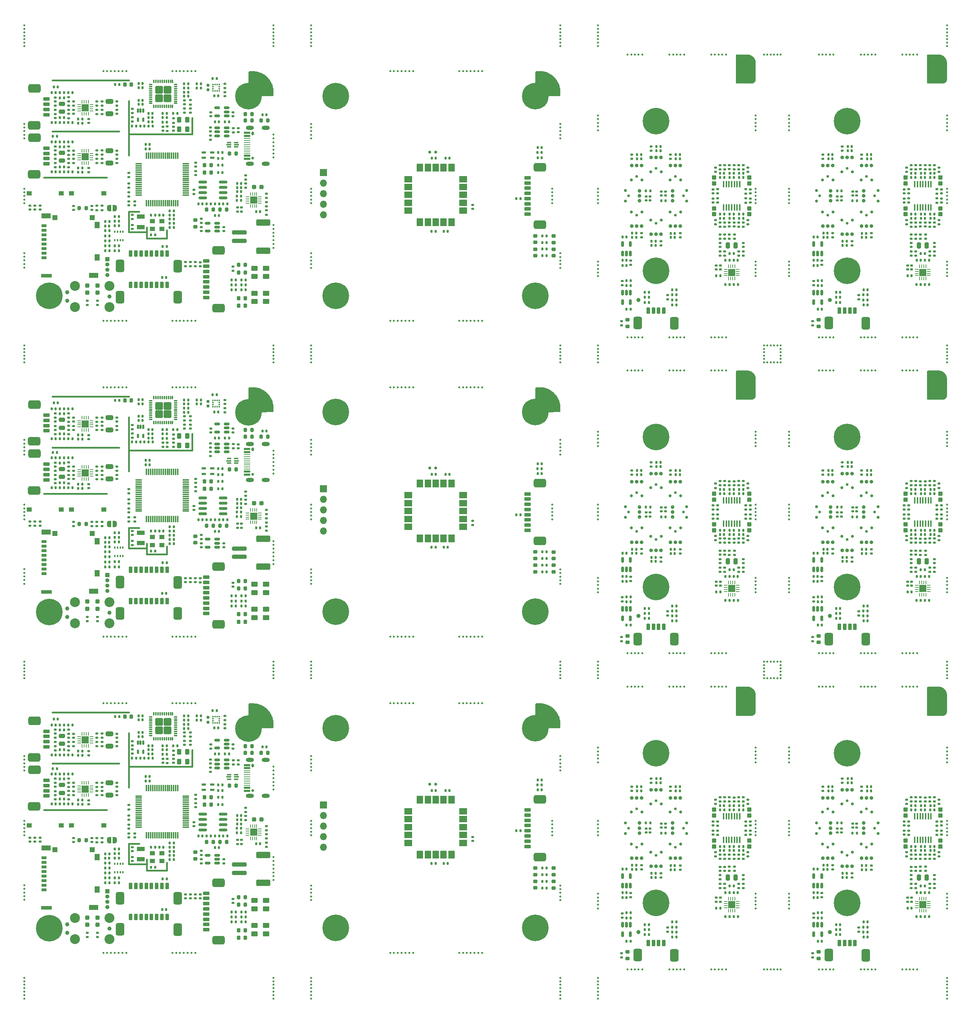
<source format=gts>
%TF.GenerationSoftware,KiCad,Pcbnew,7.0.1-3b83917a11~172~ubuntu22.04.1*%
%TF.CreationDate,2023-05-09T12:11:44+02:00*%
%TF.ProjectId,panel,70616e65-6c2e-46b6-9963-61645f706362,C*%
%TF.SameCoordinates,Original*%
%TF.FileFunction,Soldermask,Top*%
%TF.FilePolarity,Negative*%
%FSLAX46Y46*%
G04 Gerber Fmt 4.6, Leading zero omitted, Abs format (unit mm)*
G04 Created by KiCad (PCBNEW 7.0.1-3b83917a11~172~ubuntu22.04.1) date 2023-05-09 12:11:44*
%MOMM*%
%LPD*%
G01*
G04 APERTURE LIST*
G04 Aperture macros list*
%AMRoundRect*
0 Rectangle with rounded corners*
0 $1 Rounding radius*
0 $2 $3 $4 $5 $6 $7 $8 $9 X,Y pos of 4 corners*
0 Add a 4 corners polygon primitive as box body*
4,1,4,$2,$3,$4,$5,$6,$7,$8,$9,$2,$3,0*
0 Add four circle primitives for the rounded corners*
1,1,$1+$1,$2,$3*
1,1,$1+$1,$4,$5*
1,1,$1+$1,$6,$7*
1,1,$1+$1,$8,$9*
0 Add four rect primitives between the rounded corners*
20,1,$1+$1,$2,$3,$4,$5,0*
20,1,$1+$1,$4,$5,$6,$7,0*
20,1,$1+$1,$6,$7,$8,$9,0*
20,1,$1+$1,$8,$9,$2,$3,0*%
%AMFreePoly0*
4,1,19,0.500000,-0.750000,0.000000,-0.750000,0.000000,-0.744911,-0.071157,-0.744911,-0.207708,-0.704816,-0.327430,-0.627875,-0.420627,-0.520320,-0.479746,-0.390866,-0.500000,-0.250000,-0.500000,0.250000,-0.479746,0.390866,-0.420627,0.520320,-0.327430,0.627875,-0.207708,0.704816,-0.071157,0.744911,0.000000,0.744911,0.000000,0.750000,0.500000,0.750000,0.500000,-0.750000,0.500000,-0.750000,
$1*%
%AMFreePoly1*
4,1,19,0.000000,0.744911,0.071157,0.744911,0.207708,0.704816,0.327430,0.627875,0.420627,0.520320,0.479746,0.390866,0.500000,0.250000,0.500000,-0.250000,0.479746,-0.390866,0.420627,-0.520320,0.327430,-0.627875,0.207708,-0.704816,0.071157,-0.744911,0.000000,-0.744911,0.000000,-0.750000,-0.500000,-0.750000,-0.500000,0.750000,0.000000,0.750000,0.000000,0.744911,0.000000,0.744911,
$1*%
G04 Aperture macros list end*
%ADD10C,0.400000*%
%ADD11RoundRect,0.140000X-0.140000X-0.170000X0.140000X-0.170000X0.140000X0.170000X-0.140000X0.170000X0*%
%ADD12RoundRect,0.140000X0.140000X0.170000X-0.140000X0.170000X-0.140000X-0.170000X0.140000X-0.170000X0*%
%ADD13RoundRect,0.135000X0.135000X0.185000X-0.135000X0.185000X-0.135000X-0.185000X0.135000X-0.185000X0*%
%ADD14RoundRect,0.218750X0.218750X0.256250X-0.218750X0.256250X-0.218750X-0.256250X0.218750X-0.256250X0*%
%ADD15RoundRect,0.135000X-0.135000X-0.185000X0.135000X-0.185000X0.135000X0.185000X-0.135000X0.185000X0*%
%ADD16R,1.300000X1.100000*%
%ADD17R,1.250000X1.000000*%
%ADD18RoundRect,0.200000X-0.200000X-0.275000X0.200000X-0.275000X0.200000X0.275000X-0.200000X0.275000X0*%
%ADD19RoundRect,0.140000X0.170000X-0.140000X0.170000X0.140000X-0.170000X0.140000X-0.170000X-0.140000X0*%
%ADD20RoundRect,0.140000X-0.170000X0.140000X-0.170000X-0.140000X0.170000X-0.140000X0.170000X0.140000X0*%
%ADD21R,1.900000X1.100000*%
%ADD22C,0.800000*%
%ADD23C,6.400000*%
%ADD24RoundRect,0.135000X-0.185000X0.135000X-0.185000X-0.135000X0.185000X-0.135000X0.185000X0.135000X0*%
%ADD25RoundRect,0.150000X0.512500X0.150000X-0.512500X0.150000X-0.512500X-0.150000X0.512500X-0.150000X0*%
%ADD26RoundRect,0.237500X-0.287500X-0.237500X0.287500X-0.237500X0.287500X0.237500X-0.287500X0.237500X0*%
%ADD27RoundRect,0.250000X1.500000X-0.250000X1.500000X0.250000X-1.500000X0.250000X-1.500000X-0.250000X0*%
%ADD28RoundRect,0.250001X1.449999X-0.499999X1.449999X0.499999X-1.449999X0.499999X-1.449999X-0.499999X0*%
%ADD29R,1.000000X0.375000*%
%ADD30R,1.200000X0.300000*%
%ADD31RoundRect,0.218750X-0.218750X-0.256250X0.218750X-0.256250X0.218750X0.256250X-0.218750X0.256250X0*%
%ADD32RoundRect,0.062500X-0.350000X-0.062500X0.350000X-0.062500X0.350000X0.062500X-0.350000X0.062500X0*%
%ADD33RoundRect,0.062500X-0.062500X-0.350000X0.062500X-0.350000X0.062500X0.350000X-0.062500X0.350000X0*%
%ADD34R,1.680000X1.680000*%
%ADD35RoundRect,0.250000X-0.475000X0.250000X-0.475000X-0.250000X0.475000X-0.250000X0.475000X0.250000X0*%
%ADD36RoundRect,0.250000X0.650000X-0.325000X0.650000X0.325000X-0.650000X0.325000X-0.650000X-0.325000X0*%
%ADD37RoundRect,0.237500X-0.237500X0.287500X-0.237500X-0.287500X0.237500X-0.287500X0.237500X0.287500X0*%
%ADD38RoundRect,0.135000X0.185000X-0.135000X0.185000X0.135000X-0.185000X0.135000X-0.185000X-0.135000X0*%
%ADD39RoundRect,0.275000X0.275000X-0.375000X0.275000X0.375000X-0.275000X0.375000X-0.275000X-0.375000X0*%
%ADD40RoundRect,0.275000X-0.275000X0.375000X-0.275000X-0.375000X0.275000X-0.375000X0.275000X0.375000X0*%
%ADD41RoundRect,0.075000X0.075000X-0.700000X0.075000X0.700000X-0.075000X0.700000X-0.075000X-0.700000X0*%
%ADD42RoundRect,0.075000X0.700000X-0.075000X0.700000X0.075000X-0.700000X0.075000X-0.700000X-0.075000X0*%
%ADD43RoundRect,0.075000X0.075000X-0.325000X0.075000X0.325000X-0.075000X0.325000X-0.075000X-0.325000X0*%
%ADD44RoundRect,0.075000X-0.075000X0.325000X-0.075000X-0.325000X0.075000X-0.325000X0.075000X0.325000X0*%
%ADD45RoundRect,0.075000X0.325000X0.075000X-0.325000X0.075000X-0.325000X-0.075000X0.325000X-0.075000X0*%
%ADD46RoundRect,0.075000X-0.325000X-0.075000X0.325000X-0.075000X0.325000X0.075000X-0.325000X0.075000X0*%
%ADD47RoundRect,0.111600X-0.788400X0.788400X-0.788400X-0.788400X0.788400X-0.788400X0.788400X0.788400X0*%
%ADD48RoundRect,0.111600X-0.788400X-0.788400X0.788400X-0.788400X0.788400X0.788400X-0.788400X0.788400X0*%
%ADD49RoundRect,0.111600X0.788400X0.788400X-0.788400X0.788400X-0.788400X-0.788400X0.788400X-0.788400X0*%
%ADD50RoundRect,0.111600X0.788400X-0.788400X0.788400X0.788400X-0.788400X0.788400X-0.788400X-0.788400X0*%
%ADD51C,0.650000*%
%ADD52O,0.650000X0.900000*%
%ADD53R,1.500000X0.520000*%
%ADD54R,1.500000X0.280000*%
%ADD55R,1.500000X0.523000*%
%ADD56O,1.950000X0.950000*%
%ADD57RoundRect,0.525000X-0.975000X0.525000X-0.975000X-0.525000X0.975000X-0.525000X0.975000X0.525000X0*%
%ADD58RoundRect,0.200000X-0.600000X0.200000X-0.600000X-0.200000X0.600000X-0.200000X0.600000X0.200000X0*%
%ADD59RoundRect,0.200000X0.600000X-0.200000X0.600000X0.200000X-0.600000X0.200000X-0.600000X-0.200000X0*%
%ADD60C,0.500000*%
%ADD61RoundRect,0.147500X0.172500X-0.147500X0.172500X0.147500X-0.172500X0.147500X-0.172500X-0.147500X0*%
%ADD62R,0.350000X0.500000*%
%ADD63R,1.000000X1.000000*%
%ADD64O,1.000000X1.000000*%
%ADD65RoundRect,0.200000X0.200000X0.275000X-0.200000X0.275000X-0.200000X-0.275000X0.200000X-0.275000X0*%
%ADD66RoundRect,0.150000X-0.100000X0.350000X-0.100000X-0.350000X0.100000X-0.350000X0.100000X0.350000X0*%
%ADD67R,1.000000X0.600000*%
%ADD68RoundRect,0.147500X-0.172500X0.147500X-0.172500X-0.147500X0.172500X-0.147500X0.172500X0.147500X0*%
%ADD69RoundRect,0.155000X0.155000X-0.212500X0.155000X0.212500X-0.155000X0.212500X-0.155000X-0.212500X0*%
%ADD70RoundRect,0.218750X-0.256250X0.218750X-0.256250X-0.218750X0.256250X-0.218750X0.256250X0.218750X0*%
%ADD71RoundRect,0.147500X-0.147500X-0.172500X0.147500X-0.172500X0.147500X0.172500X-0.147500X0.172500X0*%
%ADD72RoundRect,0.150000X-0.512500X-0.150000X0.512500X-0.150000X0.512500X0.150000X-0.512500X0.150000X0*%
%ADD73FreePoly0,180.000000*%
%ADD74FreePoly1,180.000000*%
%ADD75RoundRect,0.300000X0.500000X-0.300000X0.500000X0.300000X-0.500000X0.300000X-0.500000X-0.300000X0*%
%ADD76RoundRect,0.525000X-0.525000X-0.975000X0.525000X-0.975000X0.525000X0.975000X-0.525000X0.975000X0*%
%ADD77RoundRect,0.200000X-0.200000X-0.600000X0.200000X-0.600000X0.200000X0.600000X-0.200000X0.600000X0*%
%ADD78RoundRect,0.200000X0.200000X0.600000X-0.200000X0.600000X-0.200000X-0.600000X0.200000X-0.600000X0*%
%ADD79RoundRect,0.150000X0.825000X0.150000X-0.825000X0.150000X-0.825000X-0.150000X0.825000X-0.150000X0*%
%ADD80RoundRect,0.525000X0.975000X-0.525000X0.975000X0.525000X-0.975000X0.525000X-0.975000X-0.525000X0*%
%ADD81RoundRect,0.062500X0.062500X-0.350000X0.062500X0.350000X-0.062500X0.350000X-0.062500X-0.350000X0*%
%ADD82RoundRect,0.062500X0.350000X-0.062500X0.350000X0.062500X-0.350000X0.062500X-0.350000X-0.062500X0*%
%ADD83R,0.350000X0.375000*%
%ADD84R,0.375000X0.350000*%
%ADD85R,1.250000X0.800000*%
%ADD86R,1.250000X1.160000*%
%ADD87R,2.500000X0.950000*%
%ADD88R,2.200000X1.150000*%
%ADD89R,1.150000X1.500000*%
%ADD90C,2.374900*%
%ADD91C,0.990600*%
%ADD92R,1.700000X1.700000*%
%ADD93O,1.700000X1.700000*%
%ADD94RoundRect,0.150000X-0.150000X-0.200000X0.150000X-0.200000X0.150000X0.200000X-0.150000X0.200000X0*%
%ADD95RoundRect,0.000001X-0.750000X0.900000X-0.750000X-0.900000X0.750000X-0.900000X0.750000X0.900000X0*%
%ADD96RoundRect,0.000001X-0.900000X0.750000X-0.900000X-0.750000X0.900000X-0.750000X0.900000X0.750000X0*%
%ADD97RoundRect,0.147500X0.147500X0.172500X-0.147500X0.172500X-0.147500X-0.172500X0.147500X-0.172500X0*%
%ADD98RoundRect,0.250000X-0.275000X0.287500X-0.275000X-0.287500X0.275000X-0.287500X0.275000X0.287500X0*%
%ADD99C,0.900000*%
%ADD100C,0.700000*%
%ADD101RoundRect,0.250000X0.275000X-0.287500X0.275000X0.287500X-0.275000X0.287500X-0.275000X-0.287500X0*%
%ADD102RoundRect,0.062500X-0.062500X0.350000X-0.062500X-0.350000X0.062500X-0.350000X0.062500X0.350000X0*%
%ADD103RoundRect,0.062500X-0.350000X0.062500X-0.350000X-0.062500X0.350000X-0.062500X0.350000X0.062500X0*%
%ADD104RoundRect,0.250000X-0.250000X-0.475000X0.250000X-0.475000X0.250000X0.475000X-0.250000X0.475000X0*%
%ADD105RoundRect,0.150000X0.150000X-0.512500X0.150000X0.512500X-0.150000X0.512500X-0.150000X-0.512500X0*%
%ADD106RoundRect,0.150000X-0.150000X0.512500X-0.150000X-0.512500X0.150000X-0.512500X0.150000X0.512500X0*%
%ADD107C,1.000000*%
%ADD108RoundRect,0.087500X0.087500X0.712500X-0.087500X0.712500X-0.087500X-0.712500X0.087500X-0.712500X0*%
G04 APERTURE END LIST*
D10*
X71300000Y-157200000D02*
X71300000Y-155300000D01*
X71300000Y-233200000D02*
X71300000Y-231300000D01*
X71300000Y-81200000D02*
X71300000Y-79300000D01*
X62200000Y-155700000D02*
X66500000Y-155700000D01*
X62200000Y-231700000D02*
X66500000Y-231700000D01*
X62200000Y-79700000D02*
X66500000Y-79700000D01*
X43800000Y-131500000D02*
X59800000Y-131500000D01*
X43800000Y-207500000D02*
X59800000Y-207500000D01*
X43800000Y-55500000D02*
X59800000Y-55500000D01*
X69200000Y-132200000D02*
X69200000Y-132200000D01*
X69200000Y-208200000D02*
X69200000Y-208200000D01*
X69200000Y-56200000D02*
X69200000Y-56200000D01*
X62200000Y-132200000D02*
X77400000Y-132200000D01*
X62200000Y-208200000D02*
X77400000Y-208200000D01*
X62200000Y-56200000D02*
X77400000Y-56200000D01*
X64600000Y-150800000D02*
X62200000Y-150800000D01*
X64600000Y-226800000D02*
X62200000Y-226800000D01*
X64600000Y-74800000D02*
X62200000Y-74800000D01*
X66500000Y-157200000D02*
X71300000Y-157200000D01*
X66500000Y-233200000D02*
X71300000Y-233200000D01*
X66500000Y-81200000D02*
X71300000Y-81200000D01*
X43800000Y-119200000D02*
X62200000Y-119200000D01*
X43800000Y-195200000D02*
X62200000Y-195200000D01*
X43800000Y-43200000D02*
X62200000Y-43200000D01*
X41800000Y-142600000D02*
X56800000Y-142600000D01*
X41800000Y-218600000D02*
X56800000Y-218600000D01*
X41800000Y-66600000D02*
X56800000Y-66600000D01*
X62200000Y-137200000D02*
X62200000Y-124200000D01*
X62200000Y-213200000D02*
X62200000Y-200200000D01*
X62200000Y-61200000D02*
X62200000Y-48200000D01*
X77400000Y-132200000D02*
X77400000Y-128250000D01*
X77400000Y-208200000D02*
X77400000Y-204250000D01*
X77400000Y-56200000D02*
X77400000Y-52250000D01*
X62200000Y-150800000D02*
X62200000Y-155700000D01*
X62200000Y-226800000D02*
X62200000Y-231700000D01*
X62200000Y-74800000D02*
X62200000Y-79700000D01*
X66500000Y-154600000D02*
X66500000Y-157200000D01*
X66500000Y-230600000D02*
X66500000Y-233200000D01*
X66500000Y-78600000D02*
X66500000Y-81200000D01*
D11*
%TO.C,C502*%
X43620000Y-129400000D03*
X44580000Y-129400000D03*
%TD*%
%TO.C,C502*%
X43620000Y-205400000D03*
X44580000Y-205400000D03*
%TD*%
%TO.C,C502*%
X43620000Y-53400000D03*
X44580000Y-53400000D03*
%TD*%
D12*
%TO.C,C501*%
X44580000Y-122200000D03*
X43620000Y-122200000D03*
%TD*%
%TO.C,C501*%
X44580000Y-198200000D03*
X43620000Y-198200000D03*
%TD*%
%TO.C,C501*%
X44580000Y-46200000D03*
X43620000Y-46200000D03*
%TD*%
D11*
%TO.C,C903*%
X92820000Y-150800000D03*
X93780000Y-150800000D03*
%TD*%
%TO.C,C903*%
X92820000Y-226800000D03*
X93780000Y-226800000D03*
%TD*%
%TO.C,C903*%
X92820000Y-74800000D03*
X93780000Y-74800000D03*
%TD*%
D12*
%TO.C,C904*%
X89180000Y-144000000D03*
X88220000Y-144000000D03*
%TD*%
%TO.C,C904*%
X89180000Y-220000000D03*
X88220000Y-220000000D03*
%TD*%
%TO.C,C904*%
X89180000Y-68000000D03*
X88220000Y-68000000D03*
%TD*%
D13*
%TO.C,R905*%
X90317800Y-169600000D03*
X89297800Y-169600000D03*
%TD*%
%TO.C,R905*%
X90317800Y-245600000D03*
X89297800Y-245600000D03*
%TD*%
%TO.C,R905*%
X90317800Y-93600000D03*
X89297800Y-93600000D03*
%TD*%
D14*
%TO.C,D901*%
X90195300Y-171600000D03*
X88620300Y-171600000D03*
%TD*%
%TO.C,D901*%
X90195300Y-247600000D03*
X88620300Y-247600000D03*
%TD*%
%TO.C,D901*%
X90195300Y-95600000D03*
X88620300Y-95600000D03*
%TD*%
%TO.C,D902*%
X90195300Y-173400000D03*
X88620300Y-173400000D03*
%TD*%
%TO.C,D902*%
X90195300Y-249400000D03*
X88620300Y-249400000D03*
%TD*%
%TO.C,D902*%
X90195300Y-97400000D03*
X88620300Y-97400000D03*
%TD*%
D15*
%TO.C,R908*%
X86897800Y-169600000D03*
X87917800Y-169600000D03*
%TD*%
%TO.C,R908*%
X86897800Y-245600000D03*
X87917800Y-245600000D03*
%TD*%
%TO.C,R908*%
X86897800Y-93600000D03*
X87917800Y-93600000D03*
%TD*%
D16*
%TO.C,Y101*%
X67862400Y-154950000D03*
X70162400Y-154950000D03*
X70162400Y-153050000D03*
X67862400Y-153050000D03*
%TD*%
%TO.C,Y101*%
X67862400Y-230950000D03*
X70162400Y-230950000D03*
X70162400Y-229050000D03*
X67862400Y-229050000D03*
%TD*%
%TO.C,Y101*%
X67862400Y-78950000D03*
X70162400Y-78950000D03*
X70162400Y-77050000D03*
X67862400Y-77050000D03*
%TD*%
D17*
%TO.C,SW101*%
X45950000Y-146400000D03*
X38200000Y-146400000D03*
%TD*%
%TO.C,SW101*%
X45950000Y-222400000D03*
X38200000Y-222400000D03*
%TD*%
%TO.C,SW101*%
X45950000Y-70400000D03*
X38200000Y-70400000D03*
%TD*%
D18*
%TO.C,R209*%
X86375000Y-136800000D03*
X88025000Y-136800000D03*
%TD*%
%TO.C,R209*%
X86375000Y-212800000D03*
X88025000Y-212800000D03*
%TD*%
%TO.C,R209*%
X86375000Y-60800000D03*
X88025000Y-60800000D03*
%TD*%
D19*
%TO.C,CB401*%
X72900000Y-131330000D03*
X72900000Y-130370000D03*
%TD*%
%TO.C,CB401*%
X72900000Y-207330000D03*
X72900000Y-206370000D03*
%TD*%
%TO.C,CB401*%
X72900000Y-55330000D03*
X72900000Y-54370000D03*
%TD*%
D20*
%TO.C,C101*%
X78300000Y-141020000D03*
X78300000Y-141980000D03*
%TD*%
%TO.C,C101*%
X78300000Y-217020000D03*
X78300000Y-217980000D03*
%TD*%
%TO.C,C101*%
X78300000Y-65020000D03*
X78300000Y-65980000D03*
%TD*%
%TO.C,C103*%
X62200000Y-148320000D03*
X62200000Y-149280000D03*
%TD*%
%TO.C,C103*%
X62200000Y-224320000D03*
X62200000Y-225280000D03*
%TD*%
%TO.C,C103*%
X62200000Y-72320000D03*
X62200000Y-73280000D03*
%TD*%
D12*
%TO.C,C104*%
X70480000Y-151600000D03*
X69520000Y-151600000D03*
%TD*%
%TO.C,C104*%
X70480000Y-227600000D03*
X69520000Y-227600000D03*
%TD*%
%TO.C,C104*%
X70480000Y-75600000D03*
X69520000Y-75600000D03*
%TD*%
D19*
%TO.C,C105*%
X63012400Y-154930000D03*
X63012400Y-153970000D03*
%TD*%
%TO.C,C105*%
X63012400Y-230930000D03*
X63012400Y-229970000D03*
%TD*%
%TO.C,C105*%
X63012400Y-78930000D03*
X63012400Y-77970000D03*
%TD*%
D20*
%TO.C,C106*%
X63012400Y-151570000D03*
X63012400Y-152530000D03*
%TD*%
%TO.C,C106*%
X63012400Y-227570000D03*
X63012400Y-228530000D03*
%TD*%
%TO.C,C106*%
X63012400Y-75570000D03*
X63012400Y-76530000D03*
%TD*%
D11*
%TO.C,C403*%
X70320000Y-128200000D03*
X71280000Y-128200000D03*
%TD*%
%TO.C,C403*%
X70320000Y-204200000D03*
X71280000Y-204200000D03*
%TD*%
%TO.C,C403*%
X70320000Y-52200000D03*
X71280000Y-52200000D03*
%TD*%
D19*
%TO.C,CB102*%
X48900000Y-150380000D03*
X48900000Y-149420000D03*
%TD*%
%TO.C,CB102*%
X48900000Y-226380000D03*
X48900000Y-225420000D03*
%TD*%
%TO.C,CB102*%
X48900000Y-74380000D03*
X48900000Y-73420000D03*
%TD*%
D20*
%TO.C,CB101*%
X78300000Y-139020000D03*
X78300000Y-139980000D03*
%TD*%
%TO.C,CB101*%
X78300000Y-215020000D03*
X78300000Y-215980000D03*
%TD*%
%TO.C,CB101*%
X78300000Y-63020000D03*
X78300000Y-63980000D03*
%TD*%
D19*
%TO.C,CB103*%
X62212400Y-147130000D03*
X62212400Y-146170000D03*
%TD*%
%TO.C,CB103*%
X62212400Y-223130000D03*
X62212400Y-222170000D03*
%TD*%
%TO.C,CB103*%
X62212400Y-71130000D03*
X62212400Y-70170000D03*
%TD*%
D20*
%TO.C,CB104*%
X77800000Y-145570000D03*
X77800000Y-146530000D03*
%TD*%
%TO.C,CB104*%
X77800000Y-221570000D03*
X77800000Y-222530000D03*
%TD*%
%TO.C,CB104*%
X77800000Y-69570000D03*
X77800000Y-70530000D03*
%TD*%
D11*
%TO.C,CB105*%
X66220000Y-135700000D03*
X67180000Y-135700000D03*
%TD*%
%TO.C,CB105*%
X66220000Y-211700000D03*
X67180000Y-211700000D03*
%TD*%
%TO.C,CB105*%
X66220000Y-59700000D03*
X67180000Y-59700000D03*
%TD*%
D20*
%TO.C,CB106*%
X63600000Y-148320000D03*
X63600000Y-149280000D03*
%TD*%
%TO.C,CB106*%
X63600000Y-224320000D03*
X63600000Y-225280000D03*
%TD*%
%TO.C,CB106*%
X63600000Y-72320000D03*
X63600000Y-73280000D03*
%TD*%
%TO.C,CB107*%
X53300000Y-149420000D03*
X53300000Y-150380000D03*
%TD*%
%TO.C,CB107*%
X53300000Y-225420000D03*
X53300000Y-226380000D03*
%TD*%
%TO.C,CB107*%
X53300000Y-73420000D03*
X53300000Y-74380000D03*
%TD*%
D18*
%TO.C,R208*%
X90175000Y-128900000D03*
X91825000Y-128900000D03*
%TD*%
%TO.C,R208*%
X90175000Y-204900000D03*
X91825000Y-204900000D03*
%TD*%
%TO.C,R208*%
X90175000Y-52900000D03*
X91825000Y-52900000D03*
%TD*%
D21*
%TO.C,Y102*%
X65012400Y-154500000D03*
X65012400Y-152000000D03*
%TD*%
%TO.C,Y102*%
X65012400Y-230500000D03*
X65012400Y-228000000D03*
%TD*%
%TO.C,Y102*%
X65012400Y-78500000D03*
X65012400Y-76000000D03*
%TD*%
D22*
%TO.C,H201*%
X88600000Y-123050000D03*
X89302944Y-121352944D03*
X89302944Y-124747056D03*
X91000000Y-120650000D03*
D23*
X91000000Y-123050000D03*
D22*
X91000000Y-125450000D03*
X92697056Y-121352944D03*
X92697056Y-124747056D03*
X93400000Y-123050000D03*
%TD*%
%TO.C,H201*%
X88600000Y-199050000D03*
X89302944Y-197352944D03*
X89302944Y-200747056D03*
X91000000Y-196650000D03*
D23*
X91000000Y-199050000D03*
D22*
X91000000Y-201450000D03*
X92697056Y-197352944D03*
X92697056Y-200747056D03*
X93400000Y-199050000D03*
%TD*%
%TO.C,H201*%
X88600000Y-47050000D03*
X89302944Y-45352944D03*
X89302944Y-48747056D03*
X91000000Y-44650000D03*
D23*
X91000000Y-47050000D03*
D22*
X91000000Y-49450000D03*
X92697056Y-45352944D03*
X92697056Y-48747056D03*
X93400000Y-47050000D03*
%TD*%
D13*
%TO.C,R106*%
X68510000Y-151600000D03*
X67490000Y-151600000D03*
%TD*%
%TO.C,R106*%
X68510000Y-227600000D03*
X67490000Y-227600000D03*
%TD*%
%TO.C,R106*%
X68510000Y-75600000D03*
X67490000Y-75600000D03*
%TD*%
D24*
%TO.C,R101*%
X62212400Y-143990000D03*
X62212400Y-145010000D03*
%TD*%
%TO.C,R101*%
X62212400Y-219990000D03*
X62212400Y-221010000D03*
%TD*%
%TO.C,R101*%
X62212400Y-67990000D03*
X62212400Y-69010000D03*
%TD*%
D22*
%TO.C,H202*%
X40600000Y-171050000D03*
X41302944Y-169352944D03*
X41302944Y-172747056D03*
X43000000Y-168650000D03*
D23*
X43000000Y-171050000D03*
D22*
X43000000Y-173450000D03*
X44697056Y-169352944D03*
X44697056Y-172747056D03*
X45400000Y-171050000D03*
%TD*%
%TO.C,H202*%
X40600000Y-247050000D03*
X41302944Y-245352944D03*
X41302944Y-248747056D03*
X43000000Y-244650000D03*
D23*
X43000000Y-247050000D03*
D22*
X43000000Y-249450000D03*
X44697056Y-245352944D03*
X44697056Y-248747056D03*
X45400000Y-247050000D03*
%TD*%
%TO.C,H202*%
X40600000Y-95050000D03*
X41302944Y-93352944D03*
X41302944Y-96747056D03*
X43000000Y-92650000D03*
D23*
X43000000Y-95050000D03*
D22*
X43000000Y-97450000D03*
X44697056Y-93352944D03*
X44697056Y-96747056D03*
X45400000Y-95050000D03*
%TD*%
D17*
%TO.C,SW102*%
X48400000Y-222400000D03*
X56150000Y-222400000D03*
%TD*%
%TO.C,SW102*%
X48400000Y-70400000D03*
X56150000Y-70400000D03*
%TD*%
%TO.C,SW102*%
X48400000Y-146400000D03*
X56150000Y-146400000D03*
%TD*%
D25*
%TO.C,U903*%
X85737500Y-127750000D03*
X85737500Y-126800000D03*
X85737500Y-125850000D03*
X83462500Y-125850000D03*
X83462500Y-127750000D03*
%TD*%
%TO.C,U903*%
X85737500Y-203750000D03*
X85737500Y-202800000D03*
X85737500Y-201850000D03*
X83462500Y-201850000D03*
X83462500Y-203750000D03*
%TD*%
%TO.C,U903*%
X85737500Y-51750000D03*
X85737500Y-50800000D03*
X85737500Y-49850000D03*
X83462500Y-49850000D03*
X83462500Y-51750000D03*
%TD*%
D26*
%TO.C,F901*%
X92325000Y-220900000D03*
X94075000Y-220900000D03*
%TD*%
%TO.C,F901*%
X92325000Y-144900000D03*
X94075000Y-144900000D03*
%TD*%
%TO.C,F901*%
X92325000Y-68900000D03*
X94075000Y-68900000D03*
%TD*%
D27*
%TO.C,J201*%
X88750000Y-157800000D03*
X88750000Y-155800000D03*
D28*
X94500000Y-160150000D03*
X94500000Y-153450000D03*
%TD*%
D27*
%TO.C,J201*%
X88750000Y-233800000D03*
X88750000Y-231800000D03*
D28*
X94500000Y-236150000D03*
X94500000Y-229450000D03*
%TD*%
D27*
%TO.C,J201*%
X88750000Y-81800000D03*
X88750000Y-79800000D03*
D28*
X94500000Y-84150000D03*
X94500000Y-77450000D03*
%TD*%
D19*
%TO.C,C910*%
X81862500Y-127880000D03*
X81862500Y-126920000D03*
%TD*%
%TO.C,C910*%
X81862500Y-203880000D03*
X81862500Y-202920000D03*
%TD*%
%TO.C,C910*%
X81862500Y-51880000D03*
X81862500Y-50920000D03*
%TD*%
D29*
%TO.C,U201*%
X86325000Y-134162500D03*
D30*
X86250000Y-134700000D03*
D29*
X86325000Y-135237500D03*
X88025000Y-135237500D03*
D30*
X88100000Y-134700000D03*
D29*
X88025000Y-134162500D03*
%TD*%
%TO.C,U201*%
X86325000Y-210162500D03*
D30*
X86250000Y-210700000D03*
D29*
X86325000Y-211237500D03*
X88025000Y-211237500D03*
D30*
X88100000Y-210700000D03*
D29*
X88025000Y-210162500D03*
%TD*%
%TO.C,U201*%
X86325000Y-58162500D03*
D30*
X86250000Y-58700000D03*
D29*
X86325000Y-59237500D03*
X88025000Y-59237500D03*
D30*
X88100000Y-58700000D03*
D29*
X88025000Y-58162500D03*
%TD*%
D31*
%TO.C,D103*%
X80412500Y-139600000D03*
X81987500Y-139600000D03*
%TD*%
%TO.C,D103*%
X80412500Y-215600000D03*
X81987500Y-215600000D03*
%TD*%
%TO.C,D103*%
X80412500Y-63600000D03*
X81987500Y-63600000D03*
%TD*%
D15*
%TO.C,R105*%
X83690000Y-139600000D03*
X84710000Y-139600000D03*
%TD*%
%TO.C,R105*%
X83690000Y-215600000D03*
X84710000Y-215600000D03*
%TD*%
%TO.C,R105*%
X83690000Y-63600000D03*
X84710000Y-63600000D03*
%TD*%
D11*
%TO.C,C102*%
X67532400Y-156400000D03*
X68492400Y-156400000D03*
%TD*%
%TO.C,C102*%
X67532400Y-232400000D03*
X68492400Y-232400000D03*
%TD*%
%TO.C,C102*%
X67532400Y-80400000D03*
X68492400Y-80400000D03*
%TD*%
D32*
%TO.C,U801*%
X50237500Y-136850000D03*
X50237500Y-137350000D03*
X50237500Y-137850000D03*
X50237500Y-138350000D03*
D33*
X50950000Y-139062500D03*
X51450000Y-139062500D03*
X51950000Y-139062500D03*
X52450000Y-139062500D03*
D32*
X53162500Y-138350000D03*
X53162500Y-137850000D03*
X53162500Y-137350000D03*
X53162500Y-136850000D03*
D33*
X52450000Y-136137500D03*
X51950000Y-136137500D03*
X51450000Y-136137500D03*
X50950000Y-136137500D03*
D34*
X51700000Y-137600000D03*
%TD*%
D32*
%TO.C,U801*%
X50237500Y-212850000D03*
X50237500Y-213350000D03*
X50237500Y-213850000D03*
X50237500Y-214350000D03*
D33*
X50950000Y-215062500D03*
X51450000Y-215062500D03*
X51950000Y-215062500D03*
X52450000Y-215062500D03*
D32*
X53162500Y-214350000D03*
X53162500Y-213850000D03*
X53162500Y-213350000D03*
X53162500Y-212850000D03*
D33*
X52450000Y-212137500D03*
X51950000Y-212137500D03*
X51450000Y-212137500D03*
X50950000Y-212137500D03*
D34*
X51700000Y-213600000D03*
%TD*%
D32*
%TO.C,U801*%
X50237500Y-60850000D03*
X50237500Y-61350000D03*
X50237500Y-61850000D03*
X50237500Y-62350000D03*
D33*
X50950000Y-63062500D03*
X51450000Y-63062500D03*
X51950000Y-63062500D03*
X52450000Y-63062500D03*
D32*
X53162500Y-62350000D03*
X53162500Y-61850000D03*
X53162500Y-61350000D03*
X53162500Y-60850000D03*
D33*
X52450000Y-60137500D03*
X51950000Y-60137500D03*
X51450000Y-60137500D03*
X50950000Y-60137500D03*
D34*
X51700000Y-61600000D03*
%TD*%
D32*
%TO.C,U701*%
X50237500Y-125050000D03*
X50237500Y-125550000D03*
X50237500Y-126050000D03*
X50237500Y-126550000D03*
D33*
X50950000Y-127262500D03*
X51450000Y-127262500D03*
X51950000Y-127262500D03*
X52450000Y-127262500D03*
D32*
X53162500Y-126550000D03*
X53162500Y-126050000D03*
X53162500Y-125550000D03*
X53162500Y-125050000D03*
D33*
X52450000Y-124337500D03*
X51950000Y-124337500D03*
X51450000Y-124337500D03*
X50950000Y-124337500D03*
D34*
X51700000Y-125800000D03*
%TD*%
D32*
%TO.C,U701*%
X50237500Y-201050000D03*
X50237500Y-201550000D03*
X50237500Y-202050000D03*
X50237500Y-202550000D03*
D33*
X50950000Y-203262500D03*
X51450000Y-203262500D03*
X51950000Y-203262500D03*
X52450000Y-203262500D03*
D32*
X53162500Y-202550000D03*
X53162500Y-202050000D03*
X53162500Y-201550000D03*
X53162500Y-201050000D03*
D33*
X52450000Y-200337500D03*
X51950000Y-200337500D03*
X51450000Y-200337500D03*
X50950000Y-200337500D03*
D34*
X51700000Y-201800000D03*
%TD*%
D32*
%TO.C,U701*%
X50237500Y-49050000D03*
X50237500Y-49550000D03*
X50237500Y-50050000D03*
X50237500Y-50550000D03*
D33*
X50950000Y-51262500D03*
X51450000Y-51262500D03*
X51950000Y-51262500D03*
X52450000Y-51262500D03*
D32*
X53162500Y-50550000D03*
X53162500Y-50050000D03*
X53162500Y-49550000D03*
X53162500Y-49050000D03*
D33*
X52450000Y-48337500D03*
X51950000Y-48337500D03*
X51450000Y-48337500D03*
X50950000Y-48337500D03*
D34*
X51700000Y-49800000D03*
%TD*%
D12*
%TO.C,C401*%
X65480000Y-121000000D03*
X64520000Y-121000000D03*
%TD*%
%TO.C,C401*%
X65480000Y-197000000D03*
X64520000Y-197000000D03*
%TD*%
%TO.C,C401*%
X65480000Y-45000000D03*
X64520000Y-45000000D03*
%TD*%
%TO.C,C402*%
X65480000Y-124000000D03*
X64520000Y-124000000D03*
%TD*%
%TO.C,C402*%
X65480000Y-200000000D03*
X64520000Y-200000000D03*
%TD*%
%TO.C,C402*%
X65480000Y-48000000D03*
X64520000Y-48000000D03*
%TD*%
%TO.C,C405*%
X65480000Y-120000000D03*
X64520000Y-120000000D03*
%TD*%
%TO.C,C405*%
X65480000Y-196000000D03*
X64520000Y-196000000D03*
%TD*%
%TO.C,C405*%
X65480000Y-44000000D03*
X64520000Y-44000000D03*
%TD*%
%TO.C,C406*%
X65480000Y-125000000D03*
X64520000Y-125000000D03*
%TD*%
%TO.C,C406*%
X65480000Y-201000000D03*
X64520000Y-201000000D03*
%TD*%
%TO.C,C406*%
X65480000Y-49000000D03*
X64520000Y-49000000D03*
%TD*%
D11*
%TO.C,C407*%
X70320000Y-127200000D03*
X71280000Y-127200000D03*
%TD*%
%TO.C,C407*%
X70320000Y-203200000D03*
X71280000Y-203200000D03*
%TD*%
%TO.C,C407*%
X70320000Y-51200000D03*
X71280000Y-51200000D03*
%TD*%
D12*
%TO.C,C409*%
X67880000Y-128200000D03*
X66920000Y-128200000D03*
%TD*%
%TO.C,C409*%
X67880000Y-204200000D03*
X66920000Y-204200000D03*
%TD*%
%TO.C,C409*%
X67880000Y-52200000D03*
X66920000Y-52200000D03*
%TD*%
%TO.C,C410*%
X67880000Y-127200000D03*
X66920000Y-127200000D03*
%TD*%
%TO.C,C410*%
X67880000Y-203200000D03*
X66920000Y-203200000D03*
%TD*%
%TO.C,C410*%
X67880000Y-51200000D03*
X66920000Y-51200000D03*
%TD*%
D20*
%TO.C,C411*%
X75540000Y-126010000D03*
X75540000Y-126970000D03*
%TD*%
%TO.C,C411*%
X75540000Y-202010000D03*
X75540000Y-202970000D03*
%TD*%
%TO.C,C411*%
X75540000Y-50010000D03*
X75540000Y-50970000D03*
%TD*%
%TO.C,C412*%
X77000000Y-126010000D03*
X77000000Y-126970000D03*
%TD*%
%TO.C,C412*%
X77000000Y-202010000D03*
X77000000Y-202970000D03*
%TD*%
%TO.C,C412*%
X77000000Y-50010000D03*
X77000000Y-50970000D03*
%TD*%
%TO.C,C413*%
X70350000Y-130370000D03*
X70350000Y-131330000D03*
%TD*%
%TO.C,C413*%
X70350000Y-206370000D03*
X70350000Y-207330000D03*
%TD*%
%TO.C,C413*%
X70350000Y-54370000D03*
X70350000Y-55330000D03*
%TD*%
D11*
%TO.C,C414*%
X70320000Y-129300000D03*
X71280000Y-129300000D03*
%TD*%
%TO.C,C414*%
X70320000Y-205300000D03*
X71280000Y-205300000D03*
%TD*%
%TO.C,C414*%
X70320000Y-53300000D03*
X71280000Y-53300000D03*
%TD*%
D12*
%TO.C,C701*%
X46580000Y-129400000D03*
X45620000Y-129400000D03*
%TD*%
%TO.C,C701*%
X46580000Y-205400000D03*
X45620000Y-205400000D03*
%TD*%
%TO.C,C701*%
X46580000Y-53400000D03*
X45620000Y-53400000D03*
%TD*%
%TO.C,C702*%
X46580000Y-122200000D03*
X45620000Y-122200000D03*
%TD*%
%TO.C,C702*%
X46580000Y-198200000D03*
X45620000Y-198200000D03*
%TD*%
%TO.C,C702*%
X46580000Y-46200000D03*
X45620000Y-46200000D03*
%TD*%
D35*
%TO.C,C703*%
X46100000Y-48850000D03*
X46100000Y-50750000D03*
%TD*%
%TO.C,C703*%
X46100000Y-124850000D03*
X46100000Y-126750000D03*
%TD*%
%TO.C,C703*%
X46100000Y-200850000D03*
X46100000Y-202750000D03*
%TD*%
D19*
%TO.C,C706*%
X48900000Y-127280000D03*
X48900000Y-126320000D03*
%TD*%
%TO.C,C706*%
X48900000Y-203280000D03*
X48900000Y-202320000D03*
%TD*%
%TO.C,C706*%
X48900000Y-51280000D03*
X48900000Y-50320000D03*
%TD*%
D20*
%TO.C,C707*%
X48900000Y-124320000D03*
X48900000Y-125280000D03*
%TD*%
%TO.C,C707*%
X48900000Y-200320000D03*
X48900000Y-201280000D03*
%TD*%
%TO.C,C707*%
X48900000Y-48320000D03*
X48900000Y-49280000D03*
%TD*%
D11*
%TO.C,C708*%
X50020000Y-128500000D03*
X50980000Y-128500000D03*
%TD*%
%TO.C,C708*%
X50020000Y-204500000D03*
X50980000Y-204500000D03*
%TD*%
%TO.C,C708*%
X50020000Y-52500000D03*
X50980000Y-52500000D03*
%TD*%
D19*
%TO.C,C709*%
X59300000Y-127280000D03*
X59300000Y-126320000D03*
%TD*%
%TO.C,C709*%
X59300000Y-203280000D03*
X59300000Y-202320000D03*
%TD*%
%TO.C,C709*%
X59300000Y-51280000D03*
X59300000Y-50320000D03*
%TD*%
D36*
%TO.C,C710*%
X57500000Y-127275000D03*
X57500000Y-124325000D03*
%TD*%
%TO.C,C710*%
X57500000Y-203275000D03*
X57500000Y-200325000D03*
%TD*%
%TO.C,C710*%
X57500000Y-51275000D03*
X57500000Y-48325000D03*
%TD*%
D19*
%TO.C,C711*%
X59300000Y-125280000D03*
X59300000Y-124320000D03*
%TD*%
%TO.C,C711*%
X59300000Y-201280000D03*
X59300000Y-200320000D03*
%TD*%
%TO.C,C711*%
X59300000Y-49280000D03*
X59300000Y-48320000D03*
%TD*%
D12*
%TO.C,C801*%
X46580000Y-141200000D03*
X45620000Y-141200000D03*
%TD*%
%TO.C,C801*%
X46580000Y-217200000D03*
X45620000Y-217200000D03*
%TD*%
%TO.C,C801*%
X46580000Y-65200000D03*
X45620000Y-65200000D03*
%TD*%
%TO.C,C802*%
X46580000Y-134000000D03*
X45620000Y-134000000D03*
%TD*%
%TO.C,C802*%
X46580000Y-210000000D03*
X45620000Y-210000000D03*
%TD*%
%TO.C,C802*%
X46580000Y-58000000D03*
X45620000Y-58000000D03*
%TD*%
D35*
%TO.C,C803*%
X46100000Y-136650000D03*
X46100000Y-138550000D03*
%TD*%
%TO.C,C803*%
X46100000Y-212650000D03*
X46100000Y-214550000D03*
%TD*%
%TO.C,C803*%
X46100000Y-60650000D03*
X46100000Y-62550000D03*
%TD*%
D19*
%TO.C,C806*%
X48900000Y-139080000D03*
X48900000Y-138120000D03*
%TD*%
%TO.C,C806*%
X48900000Y-215080000D03*
X48900000Y-214120000D03*
%TD*%
%TO.C,C806*%
X48900000Y-63080000D03*
X48900000Y-62120000D03*
%TD*%
D20*
%TO.C,C807*%
X48900000Y-136120000D03*
X48900000Y-137080000D03*
%TD*%
%TO.C,C807*%
X48900000Y-212120000D03*
X48900000Y-213080000D03*
%TD*%
%TO.C,C807*%
X48900000Y-60120000D03*
X48900000Y-61080000D03*
%TD*%
D11*
%TO.C,C808*%
X50020000Y-140300000D03*
X50980000Y-140300000D03*
%TD*%
%TO.C,C808*%
X50020000Y-216300000D03*
X50980000Y-216300000D03*
%TD*%
%TO.C,C808*%
X50020000Y-64300000D03*
X50980000Y-64300000D03*
%TD*%
D19*
%TO.C,C809*%
X59300000Y-139080000D03*
X59300000Y-138120000D03*
%TD*%
%TO.C,C809*%
X59300000Y-215080000D03*
X59300000Y-214120000D03*
%TD*%
%TO.C,C809*%
X59300000Y-63080000D03*
X59300000Y-62120000D03*
%TD*%
D36*
%TO.C,C810*%
X57500000Y-139075000D03*
X57500000Y-136125000D03*
%TD*%
%TO.C,C810*%
X57500000Y-215075000D03*
X57500000Y-212125000D03*
%TD*%
%TO.C,C810*%
X57500000Y-63075000D03*
X57500000Y-60125000D03*
%TD*%
D19*
%TO.C,C811*%
X59300000Y-137080000D03*
X59300000Y-136120000D03*
%TD*%
%TO.C,C811*%
X59300000Y-213080000D03*
X59300000Y-212120000D03*
%TD*%
%TO.C,C811*%
X59300000Y-61080000D03*
X59300000Y-60120000D03*
%TD*%
D37*
%TO.C,D101*%
X54600000Y-168525000D03*
X54600000Y-170275000D03*
%TD*%
%TO.C,D101*%
X54600000Y-244525000D03*
X54600000Y-246275000D03*
%TD*%
%TO.C,D101*%
X54600000Y-92525000D03*
X54600000Y-94275000D03*
%TD*%
%TO.C,D102*%
X52200000Y-168525000D03*
X52200000Y-170275000D03*
%TD*%
%TO.C,D102*%
X52200000Y-244525000D03*
X52200000Y-246275000D03*
%TD*%
%TO.C,D102*%
X52200000Y-92525000D03*
X52200000Y-94275000D03*
%TD*%
D31*
%TO.C,D104*%
X80412500Y-141400000D03*
X81987500Y-141400000D03*
%TD*%
%TO.C,D104*%
X80412500Y-217400000D03*
X81987500Y-217400000D03*
%TD*%
%TO.C,D104*%
X80412500Y-65400000D03*
X81987500Y-65400000D03*
%TD*%
D38*
%TO.C,R102*%
X54600000Y-173225000D03*
X54600000Y-172205000D03*
%TD*%
%TO.C,R102*%
X54600000Y-249225000D03*
X54600000Y-248205000D03*
%TD*%
%TO.C,R102*%
X54600000Y-97225000D03*
X54600000Y-96205000D03*
%TD*%
%TO.C,R103*%
X52200000Y-173225000D03*
X52200000Y-172205000D03*
%TD*%
%TO.C,R103*%
X52200000Y-249225000D03*
X52200000Y-248205000D03*
%TD*%
%TO.C,R103*%
X52200000Y-97225000D03*
X52200000Y-96205000D03*
%TD*%
D15*
%TO.C,R107*%
X83690000Y-141400000D03*
X84710000Y-141400000D03*
%TD*%
%TO.C,R107*%
X83690000Y-217400000D03*
X84710000Y-217400000D03*
%TD*%
%TO.C,R107*%
X83690000Y-65400000D03*
X84710000Y-65400000D03*
%TD*%
D24*
%TO.C,R404*%
X72900000Y-128390000D03*
X72900000Y-129410000D03*
%TD*%
%TO.C,R404*%
X72900000Y-204390000D03*
X72900000Y-205410000D03*
%TD*%
%TO.C,R404*%
X72900000Y-52390000D03*
X72900000Y-53410000D03*
%TD*%
D15*
%TO.C,R407*%
X78490000Y-121050000D03*
X79510000Y-121050000D03*
%TD*%
%TO.C,R407*%
X78490000Y-197050000D03*
X79510000Y-197050000D03*
%TD*%
%TO.C,R407*%
X78490000Y-45050000D03*
X79510000Y-45050000D03*
%TD*%
%TO.C,R408*%
X78490000Y-120050000D03*
X79510000Y-120050000D03*
%TD*%
%TO.C,R408*%
X78490000Y-196050000D03*
X79510000Y-196050000D03*
%TD*%
%TO.C,R408*%
X78490000Y-44050000D03*
X79510000Y-44050000D03*
%TD*%
D38*
%TO.C,R414*%
X71400000Y-131360000D03*
X71400000Y-130340000D03*
%TD*%
%TO.C,R414*%
X71400000Y-207360000D03*
X71400000Y-206340000D03*
%TD*%
%TO.C,R414*%
X71400000Y-55360000D03*
X71400000Y-54340000D03*
%TD*%
D13*
%TO.C,R701*%
X46610000Y-128200000D03*
X45590000Y-128200000D03*
%TD*%
%TO.C,R701*%
X46610000Y-204200000D03*
X45590000Y-204200000D03*
%TD*%
%TO.C,R701*%
X46610000Y-52200000D03*
X45590000Y-52200000D03*
%TD*%
%TO.C,R702*%
X46610000Y-123400000D03*
X45590000Y-123400000D03*
%TD*%
%TO.C,R702*%
X46610000Y-199400000D03*
X45590000Y-199400000D03*
%TD*%
%TO.C,R702*%
X46610000Y-47400000D03*
X45590000Y-47400000D03*
%TD*%
D24*
%TO.C,R703*%
X47700000Y-127290000D03*
X47700000Y-128310000D03*
%TD*%
%TO.C,R703*%
X47700000Y-203290000D03*
X47700000Y-204310000D03*
%TD*%
%TO.C,R703*%
X47700000Y-51290000D03*
X47700000Y-52310000D03*
%TD*%
D38*
%TO.C,R704*%
X47700000Y-124310000D03*
X47700000Y-123290000D03*
%TD*%
%TO.C,R704*%
X47700000Y-200310000D03*
X47700000Y-199290000D03*
%TD*%
%TO.C,R704*%
X47700000Y-48310000D03*
X47700000Y-47290000D03*
%TD*%
D13*
%TO.C,R705*%
X48610000Y-53400000D03*
X47590000Y-53400000D03*
%TD*%
%TO.C,R705*%
X48610000Y-129400000D03*
X47590000Y-129400000D03*
%TD*%
%TO.C,R705*%
X48610000Y-205400000D03*
X47590000Y-205400000D03*
%TD*%
%TO.C,R706*%
X48610000Y-122200000D03*
X47590000Y-122200000D03*
%TD*%
%TO.C,R706*%
X48610000Y-198200000D03*
X47590000Y-198200000D03*
%TD*%
%TO.C,R706*%
X48610000Y-46200000D03*
X47590000Y-46200000D03*
%TD*%
D24*
%TO.C,R709*%
X55700000Y-202290000D03*
X55700000Y-203310000D03*
%TD*%
%TO.C,R709*%
X55700000Y-50290000D03*
X55700000Y-51310000D03*
%TD*%
%TO.C,R709*%
X55700000Y-126290000D03*
X55700000Y-127310000D03*
%TD*%
D38*
%TO.C,R710*%
X55700000Y-125310000D03*
X55700000Y-124290000D03*
%TD*%
%TO.C,R710*%
X55700000Y-201310000D03*
X55700000Y-200290000D03*
%TD*%
%TO.C,R710*%
X55700000Y-49310000D03*
X55700000Y-48290000D03*
%TD*%
D13*
%TO.C,R801*%
X46610000Y-140000000D03*
X45590000Y-140000000D03*
%TD*%
%TO.C,R801*%
X46610000Y-216000000D03*
X45590000Y-216000000D03*
%TD*%
%TO.C,R801*%
X46610000Y-64000000D03*
X45590000Y-64000000D03*
%TD*%
%TO.C,R802*%
X46610000Y-135200000D03*
X45590000Y-135200000D03*
%TD*%
%TO.C,R802*%
X46610000Y-211200000D03*
X45590000Y-211200000D03*
%TD*%
%TO.C,R802*%
X46610000Y-59200000D03*
X45590000Y-59200000D03*
%TD*%
D24*
%TO.C,R803*%
X47700000Y-139090000D03*
X47700000Y-140110000D03*
%TD*%
%TO.C,R803*%
X47700000Y-215090000D03*
X47700000Y-216110000D03*
%TD*%
%TO.C,R803*%
X47700000Y-63090000D03*
X47700000Y-64110000D03*
%TD*%
D38*
%TO.C,R804*%
X47700000Y-136110000D03*
X47700000Y-135090000D03*
%TD*%
%TO.C,R804*%
X47700000Y-212110000D03*
X47700000Y-211090000D03*
%TD*%
%TO.C,R804*%
X47700000Y-60110000D03*
X47700000Y-59090000D03*
%TD*%
D13*
%TO.C,R805*%
X48610000Y-141200000D03*
X47590000Y-141200000D03*
%TD*%
%TO.C,R805*%
X48610000Y-217200000D03*
X47590000Y-217200000D03*
%TD*%
%TO.C,R805*%
X48610000Y-65200000D03*
X47590000Y-65200000D03*
%TD*%
%TO.C,R806*%
X48610000Y-134000000D03*
X47590000Y-134000000D03*
%TD*%
%TO.C,R806*%
X48610000Y-210000000D03*
X47590000Y-210000000D03*
%TD*%
%TO.C,R806*%
X48610000Y-58000000D03*
X47590000Y-58000000D03*
%TD*%
D24*
%TO.C,R809*%
X55700000Y-138090000D03*
X55700000Y-139110000D03*
%TD*%
%TO.C,R809*%
X55700000Y-214090000D03*
X55700000Y-215110000D03*
%TD*%
%TO.C,R809*%
X55700000Y-62090000D03*
X55700000Y-63110000D03*
%TD*%
D38*
%TO.C,R810*%
X55700000Y-137110000D03*
X55700000Y-136090000D03*
%TD*%
%TO.C,R810*%
X55700000Y-213110000D03*
X55700000Y-212090000D03*
%TD*%
%TO.C,R810*%
X55700000Y-61110000D03*
X55700000Y-60090000D03*
%TD*%
D39*
%TO.C,X401*%
X76200000Y-131000000D03*
X76200000Y-128700000D03*
D40*
X74300000Y-128700000D03*
X74300000Y-131000000D03*
%TD*%
D39*
%TO.C,X401*%
X76200000Y-207000000D03*
X76200000Y-204700000D03*
D40*
X74300000Y-204700000D03*
X74300000Y-207000000D03*
%TD*%
D39*
%TO.C,X401*%
X76200000Y-55000000D03*
X76200000Y-52700000D03*
D40*
X74300000Y-52700000D03*
X74300000Y-55000000D03*
%TD*%
D20*
%TO.C,C408*%
X75550000Y-124020000D03*
X75550000Y-124980000D03*
%TD*%
%TO.C,C408*%
X75550000Y-200020000D03*
X75550000Y-200980000D03*
%TD*%
%TO.C,C408*%
X75550000Y-48020000D03*
X75550000Y-48980000D03*
%TD*%
D41*
%TO.C,U101*%
X66450000Y-148717200D03*
X66950000Y-148717200D03*
X67450000Y-148717200D03*
X67950000Y-148717200D03*
X68450000Y-148717200D03*
X68950000Y-148717200D03*
X69450000Y-148717200D03*
X69950000Y-148717200D03*
X70450000Y-148717200D03*
X70950000Y-148717200D03*
X71450000Y-148717200D03*
X71950000Y-148717200D03*
X72450000Y-148717200D03*
X72950000Y-148717200D03*
X73450000Y-148717200D03*
X73950000Y-148717200D03*
D42*
X75875000Y-146792200D03*
X75875000Y-146292200D03*
X75875000Y-145792200D03*
X75875000Y-145292200D03*
X75875000Y-144792200D03*
X75875000Y-144292200D03*
X75875000Y-143792200D03*
X75875000Y-143292200D03*
X75875000Y-142792200D03*
X75875000Y-142292200D03*
X75875000Y-141792200D03*
X75875000Y-141292200D03*
X75875000Y-140792200D03*
X75875000Y-140292200D03*
X75875000Y-139792200D03*
X75875000Y-139292200D03*
D41*
X73950000Y-137367200D03*
X73450000Y-137367200D03*
X72950000Y-137367200D03*
X72450000Y-137367200D03*
X71950000Y-137367200D03*
X71450000Y-137367200D03*
X70950000Y-137367200D03*
X70450000Y-137367200D03*
X69950000Y-137367200D03*
X69450000Y-137367200D03*
X68950000Y-137367200D03*
X68450000Y-137367200D03*
X67950000Y-137367200D03*
X67450000Y-137367200D03*
X66950000Y-137367200D03*
X66450000Y-137367200D03*
D42*
X64525000Y-139292200D03*
X64525000Y-139792200D03*
X64525000Y-140292200D03*
X64525000Y-140792200D03*
X64525000Y-141292200D03*
X64525000Y-141792200D03*
X64525000Y-142292200D03*
X64525000Y-142792200D03*
X64525000Y-143292200D03*
X64525000Y-143792200D03*
X64525000Y-144292200D03*
X64525000Y-144792200D03*
X64525000Y-145292200D03*
X64525000Y-145792200D03*
X64525000Y-146292200D03*
X64525000Y-146792200D03*
%TD*%
D41*
%TO.C,U101*%
X66450000Y-224717200D03*
X66950000Y-224717200D03*
X67450000Y-224717200D03*
X67950000Y-224717200D03*
X68450000Y-224717200D03*
X68950000Y-224717200D03*
X69450000Y-224717200D03*
X69950000Y-224717200D03*
X70450000Y-224717200D03*
X70950000Y-224717200D03*
X71450000Y-224717200D03*
X71950000Y-224717200D03*
X72450000Y-224717200D03*
X72950000Y-224717200D03*
X73450000Y-224717200D03*
X73950000Y-224717200D03*
D42*
X75875000Y-222792200D03*
X75875000Y-222292200D03*
X75875000Y-221792200D03*
X75875000Y-221292200D03*
X75875000Y-220792200D03*
X75875000Y-220292200D03*
X75875000Y-219792200D03*
X75875000Y-219292200D03*
X75875000Y-218792200D03*
X75875000Y-218292200D03*
X75875000Y-217792200D03*
X75875000Y-217292200D03*
X75875000Y-216792200D03*
X75875000Y-216292200D03*
X75875000Y-215792200D03*
X75875000Y-215292200D03*
D41*
X73950000Y-213367200D03*
X73450000Y-213367200D03*
X72950000Y-213367200D03*
X72450000Y-213367200D03*
X71950000Y-213367200D03*
X71450000Y-213367200D03*
X70950000Y-213367200D03*
X70450000Y-213367200D03*
X69950000Y-213367200D03*
X69450000Y-213367200D03*
X68950000Y-213367200D03*
X68450000Y-213367200D03*
X67950000Y-213367200D03*
X67450000Y-213367200D03*
X66950000Y-213367200D03*
X66450000Y-213367200D03*
D42*
X64525000Y-215292200D03*
X64525000Y-215792200D03*
X64525000Y-216292200D03*
X64525000Y-216792200D03*
X64525000Y-217292200D03*
X64525000Y-217792200D03*
X64525000Y-218292200D03*
X64525000Y-218792200D03*
X64525000Y-219292200D03*
X64525000Y-219792200D03*
X64525000Y-220292200D03*
X64525000Y-220792200D03*
X64525000Y-221292200D03*
X64525000Y-221792200D03*
X64525000Y-222292200D03*
X64525000Y-222792200D03*
%TD*%
D41*
%TO.C,U101*%
X66450000Y-72717200D03*
X66950000Y-72717200D03*
X67450000Y-72717200D03*
X67950000Y-72717200D03*
X68450000Y-72717200D03*
X68950000Y-72717200D03*
X69450000Y-72717200D03*
X69950000Y-72717200D03*
X70450000Y-72717200D03*
X70950000Y-72717200D03*
X71450000Y-72717200D03*
X71950000Y-72717200D03*
X72450000Y-72717200D03*
X72950000Y-72717200D03*
X73450000Y-72717200D03*
X73950000Y-72717200D03*
D42*
X75875000Y-70792200D03*
X75875000Y-70292200D03*
X75875000Y-69792200D03*
X75875000Y-69292200D03*
X75875000Y-68792200D03*
X75875000Y-68292200D03*
X75875000Y-67792200D03*
X75875000Y-67292200D03*
X75875000Y-66792200D03*
X75875000Y-66292200D03*
X75875000Y-65792200D03*
X75875000Y-65292200D03*
X75875000Y-64792200D03*
X75875000Y-64292200D03*
X75875000Y-63792200D03*
X75875000Y-63292200D03*
D41*
X73950000Y-61367200D03*
X73450000Y-61367200D03*
X72950000Y-61367200D03*
X72450000Y-61367200D03*
X71950000Y-61367200D03*
X71450000Y-61367200D03*
X70950000Y-61367200D03*
X70450000Y-61367200D03*
X69950000Y-61367200D03*
X69450000Y-61367200D03*
X68950000Y-61367200D03*
X68450000Y-61367200D03*
X67950000Y-61367200D03*
X67450000Y-61367200D03*
X66950000Y-61367200D03*
X66450000Y-61367200D03*
D42*
X64525000Y-63292200D03*
X64525000Y-63792200D03*
X64525000Y-64292200D03*
X64525000Y-64792200D03*
X64525000Y-65292200D03*
X64525000Y-65792200D03*
X64525000Y-66292200D03*
X64525000Y-66792200D03*
X64525000Y-67292200D03*
X64525000Y-67792200D03*
X64525000Y-68292200D03*
X64525000Y-68792200D03*
X64525000Y-69292200D03*
X64525000Y-69792200D03*
X64525000Y-70292200D03*
X64525000Y-70792200D03*
%TD*%
D15*
%TO.C,R205*%
X56490000Y-155400000D03*
X57510000Y-155400000D03*
%TD*%
%TO.C,R205*%
X56490000Y-231400000D03*
X57510000Y-231400000D03*
%TD*%
%TO.C,R205*%
X56490000Y-79400000D03*
X57510000Y-79400000D03*
%TD*%
D43*
%TO.C,U401*%
X68215000Y-125500000D03*
X68715000Y-125500000D03*
X69215000Y-125500000D03*
X69715000Y-125500000D03*
X70215000Y-125500000D03*
D44*
X70715000Y-125500000D03*
X71215000Y-125500000D03*
X71715000Y-125500000D03*
X72215000Y-125500000D03*
X72715000Y-125500000D03*
D45*
X73465000Y-124750000D03*
X73465000Y-124250000D03*
X73465000Y-123750000D03*
X73465000Y-123250000D03*
X73465000Y-122750000D03*
D46*
X73465000Y-122250000D03*
X73465000Y-121750000D03*
X73465000Y-121250000D03*
X73465000Y-120750000D03*
X73465000Y-120250000D03*
D44*
X72715000Y-119500000D03*
X72215000Y-119500000D03*
X71715000Y-119500000D03*
X71215000Y-119500000D03*
X70715000Y-119500000D03*
D43*
X70215000Y-119500000D03*
X69715000Y-119500000D03*
X69215000Y-119500000D03*
X68715000Y-119500000D03*
X68215000Y-119500000D03*
D46*
X67465000Y-120250000D03*
X67465000Y-120750000D03*
X67465000Y-121250000D03*
X67465000Y-121750000D03*
X67465000Y-122250000D03*
D45*
X67465000Y-122750000D03*
X67465000Y-123250000D03*
X67465000Y-123750000D03*
X67465000Y-124250000D03*
X67465000Y-124750000D03*
D47*
X69465000Y-123500000D03*
D48*
X71465000Y-123500000D03*
D49*
X69465000Y-121500000D03*
D50*
X71465000Y-121500000D03*
%TD*%
D43*
%TO.C,U401*%
X68215000Y-201500000D03*
X68715000Y-201500000D03*
X69215000Y-201500000D03*
X69715000Y-201500000D03*
X70215000Y-201500000D03*
D44*
X70715000Y-201500000D03*
X71215000Y-201500000D03*
X71715000Y-201500000D03*
X72215000Y-201500000D03*
X72715000Y-201500000D03*
D45*
X73465000Y-200750000D03*
X73465000Y-200250000D03*
X73465000Y-199750000D03*
X73465000Y-199250000D03*
X73465000Y-198750000D03*
D46*
X73465000Y-198250000D03*
X73465000Y-197750000D03*
X73465000Y-197250000D03*
X73465000Y-196750000D03*
X73465000Y-196250000D03*
D44*
X72715000Y-195500000D03*
X72215000Y-195500000D03*
X71715000Y-195500000D03*
X71215000Y-195500000D03*
X70715000Y-195500000D03*
D43*
X70215000Y-195500000D03*
X69715000Y-195500000D03*
X69215000Y-195500000D03*
X68715000Y-195500000D03*
X68215000Y-195500000D03*
D46*
X67465000Y-196250000D03*
X67465000Y-196750000D03*
X67465000Y-197250000D03*
X67465000Y-197750000D03*
X67465000Y-198250000D03*
D45*
X67465000Y-198750000D03*
X67465000Y-199250000D03*
X67465000Y-199750000D03*
X67465000Y-200250000D03*
X67465000Y-200750000D03*
D47*
X69465000Y-199500000D03*
D48*
X71465000Y-199500000D03*
D49*
X69465000Y-197500000D03*
D50*
X71465000Y-197500000D03*
%TD*%
D43*
%TO.C,U401*%
X68215000Y-49500000D03*
X68715000Y-49500000D03*
X69215000Y-49500000D03*
X69715000Y-49500000D03*
X70215000Y-49500000D03*
D44*
X70715000Y-49500000D03*
X71215000Y-49500000D03*
X71715000Y-49500000D03*
X72215000Y-49500000D03*
X72715000Y-49500000D03*
D45*
X73465000Y-48750000D03*
X73465000Y-48250000D03*
X73465000Y-47750000D03*
X73465000Y-47250000D03*
X73465000Y-46750000D03*
D46*
X73465000Y-46250000D03*
X73465000Y-45750000D03*
X73465000Y-45250000D03*
X73465000Y-44750000D03*
X73465000Y-44250000D03*
D44*
X72715000Y-43500000D03*
X72215000Y-43500000D03*
X71715000Y-43500000D03*
X71215000Y-43500000D03*
X70715000Y-43500000D03*
D43*
X70215000Y-43500000D03*
X69715000Y-43500000D03*
X69215000Y-43500000D03*
X68715000Y-43500000D03*
X68215000Y-43500000D03*
D46*
X67465000Y-44250000D03*
X67465000Y-44750000D03*
X67465000Y-45250000D03*
X67465000Y-45750000D03*
X67465000Y-46250000D03*
D45*
X67465000Y-46750000D03*
X67465000Y-47250000D03*
X67465000Y-47750000D03*
X67465000Y-48250000D03*
X67465000Y-48750000D03*
D47*
X69465000Y-47500000D03*
D48*
X71465000Y-47500000D03*
D49*
X69465000Y-45500000D03*
D50*
X71465000Y-45500000D03*
%TD*%
D51*
%TO.C,J206*%
X92000000Y-137950000D03*
D52*
X92000000Y-131950000D03*
D53*
X90650000Y-138050000D03*
X90650000Y-137300000D03*
D54*
X90650000Y-136700000D03*
X90650000Y-135200000D03*
X90650000Y-134200000D03*
X90650000Y-133200000D03*
D53*
X90650000Y-132600000D03*
D55*
X90650000Y-131850000D03*
D53*
X90650000Y-131850000D03*
X90650000Y-132600000D03*
D54*
X90650000Y-133700000D03*
X90650000Y-134700000D03*
X90650000Y-135700000D03*
X90650000Y-136200000D03*
D53*
X90650000Y-137300000D03*
X90650000Y-138050000D03*
D56*
X91275000Y-139270000D03*
X95100000Y-139270000D03*
X91275000Y-130630000D03*
X95100000Y-130630000D03*
%TD*%
D51*
%TO.C,J206*%
X92000000Y-213950000D03*
D52*
X92000000Y-207950000D03*
D53*
X90650000Y-214050000D03*
X90650000Y-213300000D03*
D54*
X90650000Y-212700000D03*
X90650000Y-211200000D03*
X90650000Y-210200000D03*
X90650000Y-209200000D03*
D53*
X90650000Y-208600000D03*
D55*
X90650000Y-207850000D03*
D53*
X90650000Y-207850000D03*
X90650000Y-208600000D03*
D54*
X90650000Y-209700000D03*
X90650000Y-210700000D03*
X90650000Y-211700000D03*
X90650000Y-212200000D03*
D53*
X90650000Y-213300000D03*
X90650000Y-214050000D03*
D56*
X91275000Y-215270000D03*
X95100000Y-215270000D03*
X91275000Y-206630000D03*
X95100000Y-206630000D03*
%TD*%
D51*
%TO.C,J206*%
X92000000Y-61950000D03*
D52*
X92000000Y-55950000D03*
D53*
X90650000Y-62050000D03*
X90650000Y-61300000D03*
D54*
X90650000Y-60700000D03*
X90650000Y-59200000D03*
X90650000Y-58200000D03*
X90650000Y-57200000D03*
D53*
X90650000Y-56600000D03*
D55*
X90650000Y-55850000D03*
D53*
X90650000Y-55850000D03*
X90650000Y-56600000D03*
D54*
X90650000Y-57700000D03*
X90650000Y-58700000D03*
X90650000Y-59700000D03*
X90650000Y-60200000D03*
D53*
X90650000Y-61300000D03*
X90650000Y-62050000D03*
D56*
X91275000Y-63270000D03*
X95100000Y-63270000D03*
X91275000Y-54630000D03*
X95100000Y-54630000D03*
%TD*%
D57*
%TO.C,J601*%
X39450000Y-132975000D03*
X39400000Y-141825000D03*
D58*
X42400000Y-139275000D03*
D59*
X42400000Y-138025000D03*
X42400000Y-136775000D03*
X42400000Y-135525000D03*
%TD*%
D57*
%TO.C,J601*%
X39450000Y-208975000D03*
X39400000Y-217825000D03*
D58*
X42400000Y-215275000D03*
D59*
X42400000Y-214025000D03*
X42400000Y-212775000D03*
X42400000Y-211525000D03*
%TD*%
D57*
%TO.C,J601*%
X39450000Y-56975000D03*
X39400000Y-65825000D03*
D58*
X42400000Y-63275000D03*
D59*
X42400000Y-62025000D03*
X42400000Y-60775000D03*
X42400000Y-59525000D03*
%TD*%
D20*
%TO.C,C804*%
X47700000Y-137120000D03*
X47700000Y-138080000D03*
%TD*%
%TO.C,C804*%
X47700000Y-213120000D03*
X47700000Y-214080000D03*
%TD*%
%TO.C,C804*%
X47700000Y-61120000D03*
X47700000Y-62080000D03*
%TD*%
D60*
%TO.C,REF\u002A\u002A*%
X37000000Y-110200000D03*
%TD*%
D13*
%TO.C,R1402*%
X59810000Y-152000000D03*
X58790000Y-152000000D03*
%TD*%
%TO.C,R1402*%
X59810000Y-228000000D03*
X58790000Y-228000000D03*
%TD*%
%TO.C,R1402*%
X59810000Y-76000000D03*
X58790000Y-76000000D03*
%TD*%
D60*
%TO.C,REF\u002A\u002A*%
X61551000Y-193000000D03*
%TD*%
%TO.C,REF\u002A\u002A*%
X37000000Y-162500000D03*
%TD*%
D13*
%TO.C,R409*%
X76510000Y-122050000D03*
X75490000Y-122050000D03*
%TD*%
%TO.C,R409*%
X76510000Y-198050000D03*
X75490000Y-198050000D03*
%TD*%
%TO.C,R409*%
X76510000Y-46050000D03*
X75490000Y-46050000D03*
%TD*%
D60*
%TO.C,REF\u002A\u002A*%
X37000000Y-54562001D03*
%TD*%
%TO.C,REF\u002A\u002A*%
X97000000Y-263166666D03*
%TD*%
%TO.C,REF\u002A\u002A*%
X97000000Y-135916999D03*
%TD*%
%TO.C,REF\u002A\u002A*%
X97000000Y-32500000D03*
%TD*%
%TO.C,REF\u002A\u002A*%
X37000000Y-31666667D03*
%TD*%
%TO.C,REF\u002A\u002A*%
X77233999Y-177000000D03*
%TD*%
D18*
%TO.C,R206*%
X50275000Y-149900000D03*
X51925000Y-149900000D03*
%TD*%
%TO.C,R206*%
X50275000Y-225900000D03*
X51925000Y-225900000D03*
%TD*%
%TO.C,R206*%
X50275000Y-73900000D03*
X51925000Y-73900000D03*
%TD*%
D60*
%TO.C,REF\u002A\u002A*%
X37000000Y-86500000D03*
%TD*%
D61*
%TO.C,FB102*%
X77000000Y-163885000D03*
X77000000Y-162915000D03*
%TD*%
%TO.C,FB102*%
X77000000Y-239885000D03*
X77000000Y-238915000D03*
%TD*%
%TO.C,FB102*%
X77000000Y-87885000D03*
X77000000Y-86915000D03*
%TD*%
D60*
%TO.C,REF\u002A\u002A*%
X57883001Y-101000000D03*
%TD*%
D12*
%TO.C,CB903*%
X87880000Y-168400000D03*
X86920000Y-168400000D03*
%TD*%
%TO.C,CB903*%
X87880000Y-244400000D03*
X86920000Y-244400000D03*
%TD*%
%TO.C,CB903*%
X87880000Y-92400000D03*
X86920000Y-92400000D03*
%TD*%
D60*
%TO.C,REF\u002A\u002A*%
X37000000Y-147875499D03*
%TD*%
%TO.C,REF\u002A\u002A*%
X37000000Y-129686500D03*
%TD*%
%TO.C,REF\u002A\u002A*%
X97000000Y-35000000D03*
%TD*%
%TO.C,REF\u002A\u002A*%
X97000000Y-110200000D03*
%TD*%
D15*
%TO.C,R201*%
X56490000Y-160200000D03*
X57510000Y-160200000D03*
%TD*%
%TO.C,R201*%
X56490000Y-236200000D03*
X57510000Y-236200000D03*
%TD*%
%TO.C,R201*%
X56490000Y-84200000D03*
X57510000Y-84200000D03*
%TD*%
D60*
%TO.C,REF\u002A\u002A*%
X97000000Y-159500999D03*
%TD*%
%TO.C,REF\u002A\u002A*%
X97000000Y-107000000D03*
%TD*%
D20*
%TO.C,C306*%
X79400000Y-86940000D03*
X79400000Y-87900000D03*
%TD*%
%TO.C,C306*%
X79400000Y-162940000D03*
X79400000Y-163900000D03*
%TD*%
%TO.C,C306*%
X79400000Y-238940000D03*
X79400000Y-239900000D03*
%TD*%
D11*
%TO.C,CB907*%
X82920000Y-151700000D03*
X83880000Y-151700000D03*
%TD*%
%TO.C,CB907*%
X82920000Y-227700000D03*
X83880000Y-227700000D03*
%TD*%
%TO.C,CB907*%
X82920000Y-75700000D03*
X83880000Y-75700000D03*
%TD*%
D60*
%TO.C,REF\u002A\u002A*%
X37000000Y-209188499D03*
%TD*%
D62*
%TO.C,U1401*%
X58825000Y-155575000D03*
X59475000Y-155575000D03*
X60125000Y-155575000D03*
X60775000Y-155575000D03*
X60775000Y-157625000D03*
X60125000Y-157625000D03*
X59475000Y-157625000D03*
X58825000Y-157625000D03*
%TD*%
%TO.C,U1401*%
X58825000Y-231575000D03*
X59475000Y-231575000D03*
X60125000Y-231575000D03*
X60775000Y-231575000D03*
X60775000Y-233625000D03*
X60125000Y-233625000D03*
X59475000Y-233625000D03*
X58825000Y-233625000D03*
%TD*%
%TO.C,U1401*%
X58825000Y-79575000D03*
X59475000Y-79575000D03*
X60125000Y-79575000D03*
X60775000Y-79575000D03*
X60775000Y-81625000D03*
X60125000Y-81625000D03*
X59475000Y-81625000D03*
X58825000Y-81625000D03*
%TD*%
D60*
%TO.C,REF\u002A\u002A*%
X76316999Y-117000000D03*
%TD*%
D38*
%TO.C,R207*%
X62200000Y-142510000D03*
X62200000Y-141490000D03*
%TD*%
%TO.C,R207*%
X62200000Y-218510000D03*
X62200000Y-217490000D03*
%TD*%
%TO.C,R207*%
X62200000Y-66510000D03*
X62200000Y-65490000D03*
%TD*%
D15*
%TO.C,R204*%
X56490000Y-156600000D03*
X57510000Y-156600000D03*
%TD*%
%TO.C,R204*%
X56490000Y-232600000D03*
X57510000Y-232600000D03*
%TD*%
%TO.C,R204*%
X56490000Y-80600000D03*
X57510000Y-80600000D03*
%TD*%
D60*
%TO.C,REF\u002A\u002A*%
X37000000Y-187000000D03*
%TD*%
%TO.C,REF\u002A\u002A*%
X77233999Y-41000000D03*
%TD*%
%TO.C,REF\u002A\u002A*%
X75400000Y-253000000D03*
%TD*%
%TO.C,REF\u002A\u002A*%
X97000000Y-185400000D03*
%TD*%
D12*
%TO.C,CB904*%
X87880000Y-167200000D03*
X86920000Y-167200000D03*
%TD*%
%TO.C,CB904*%
X87880000Y-243200000D03*
X86920000Y-243200000D03*
%TD*%
%TO.C,CB904*%
X87880000Y-91200000D03*
X86920000Y-91200000D03*
%TD*%
D60*
%TO.C,REF\u002A\u002A*%
X97000000Y-210083000D03*
%TD*%
%TO.C,REF\u002A\u002A*%
X60634000Y-101000000D03*
%TD*%
D63*
%TO.C,J203*%
X57000000Y-162200000D03*
D64*
X57000000Y-163470000D03*
X57000000Y-164740000D03*
X57000000Y-166010000D03*
%TD*%
D63*
%TO.C,J203*%
X57000000Y-238200000D03*
D64*
X57000000Y-239470000D03*
X57000000Y-240740000D03*
X57000000Y-242010000D03*
%TD*%
D63*
%TO.C,J203*%
X57000000Y-86200000D03*
D64*
X57000000Y-87470000D03*
X57000000Y-88740000D03*
X57000000Y-90010000D03*
%TD*%
D60*
%TO.C,REF\u002A\u002A*%
X37000000Y-160749000D03*
%TD*%
%TO.C,REF\u002A\u002A*%
X37000000Y-30833334D03*
%TD*%
D19*
%TO.C,C909*%
X79600000Y-155480000D03*
X79600000Y-154520000D03*
%TD*%
%TO.C,C909*%
X79600000Y-231480000D03*
X79600000Y-230520000D03*
%TD*%
%TO.C,C909*%
X79600000Y-79480000D03*
X79600000Y-78520000D03*
%TD*%
D60*
%TO.C,REF\u002A\u002A*%
X37000000Y-223000000D03*
%TD*%
D11*
%TO.C,C404*%
X64970000Y-130200000D03*
X65930000Y-130200000D03*
%TD*%
%TO.C,C404*%
X64970000Y-206200000D03*
X65930000Y-206200000D03*
%TD*%
%TO.C,C404*%
X64970000Y-54200000D03*
X65930000Y-54200000D03*
%TD*%
D60*
%TO.C,REF\u002A\u002A*%
X72649000Y-41000000D03*
%TD*%
D38*
%TO.C,R402*%
X63000000Y-53110000D03*
X63000000Y-52090000D03*
%TD*%
%TO.C,R402*%
X63000000Y-129110000D03*
X63000000Y-128090000D03*
%TD*%
%TO.C,R402*%
X63000000Y-205110000D03*
X63000000Y-204090000D03*
%TD*%
D60*
%TO.C,REF\u002A\u002A*%
X37000000Y-207437500D03*
%TD*%
D19*
%TO.C,C202*%
X38400000Y-150280000D03*
X38400000Y-149320000D03*
%TD*%
%TO.C,C202*%
X38400000Y-226280000D03*
X38400000Y-225320000D03*
%TD*%
%TO.C,C202*%
X38400000Y-74280000D03*
X38400000Y-73320000D03*
%TD*%
D60*
%TO.C,REF\u002A\u002A*%
X37000000Y-107000000D03*
%TD*%
%TO.C,REF\u002A\u002A*%
X58800000Y-101000000D03*
%TD*%
D20*
%TO.C,CB1201*%
X85300000Y-122070000D03*
X85300000Y-123030000D03*
%TD*%
%TO.C,CB1201*%
X85300000Y-198070000D03*
X85300000Y-199030000D03*
%TD*%
%TO.C,CB1201*%
X85300000Y-46070000D03*
X85300000Y-47030000D03*
%TD*%
D12*
%TO.C,CB201*%
X57480000Y-153200000D03*
X56520000Y-153200000D03*
%TD*%
%TO.C,CB201*%
X57480000Y-229200000D03*
X56520000Y-229200000D03*
%TD*%
%TO.C,CB201*%
X57480000Y-77200000D03*
X56520000Y-77200000D03*
%TD*%
D65*
%TO.C,R916*%
X82525000Y-150300000D03*
X80875000Y-150300000D03*
%TD*%
%TO.C,R916*%
X82525000Y-226300000D03*
X80875000Y-226300000D03*
%TD*%
%TO.C,R916*%
X82525000Y-74300000D03*
X80875000Y-74300000D03*
%TD*%
D38*
%TO.C,R912*%
X95300000Y-147510000D03*
X95300000Y-146490000D03*
%TD*%
%TO.C,R912*%
X95300000Y-223510000D03*
X95300000Y-222490000D03*
%TD*%
%TO.C,R912*%
X95300000Y-71510000D03*
X95300000Y-70490000D03*
%TD*%
D13*
%TO.C,R906*%
X89210000Y-148100000D03*
X88190000Y-148100000D03*
%TD*%
%TO.C,R906*%
X89210000Y-224100000D03*
X88190000Y-224100000D03*
%TD*%
%TO.C,R906*%
X89210000Y-72100000D03*
X88190000Y-72100000D03*
%TD*%
D60*
%TO.C,REF\u002A\u002A*%
X57883001Y-177000000D03*
%TD*%
%TO.C,REF\u002A\u002A*%
X97000000Y-211916999D03*
%TD*%
%TO.C,REF\u002A\u002A*%
X97000000Y-186200000D03*
%TD*%
%TO.C,REF\u002A\u002A*%
X37000000Y-221249000D03*
%TD*%
%TO.C,REF\u002A\u002A*%
X37000000Y-88250999D03*
%TD*%
%TO.C,REF\u002A\u002A*%
X74483000Y-193000000D03*
%TD*%
%TO.C,REF\u002A\u002A*%
X57883001Y-41000000D03*
%TD*%
%TO.C,REF\u002A\u002A*%
X97000000Y-82583999D03*
%TD*%
%TO.C,REF\u002A\u002A*%
X76316999Y-177000000D03*
%TD*%
%TO.C,REF\u002A\u002A*%
X37000000Y-183000000D03*
%TD*%
D15*
%TO.C,R202*%
X56490000Y-159000000D03*
X57510000Y-159000000D03*
%TD*%
%TO.C,R202*%
X56490000Y-235000000D03*
X57510000Y-235000000D03*
%TD*%
%TO.C,R202*%
X56490000Y-83000000D03*
X57510000Y-83000000D03*
%TD*%
D60*
%TO.C,REF\u002A\u002A*%
X97000000Y-56249001D03*
%TD*%
%TO.C,REF\u002A\u002A*%
X56049001Y-193000000D03*
%TD*%
%TO.C,REF\u002A\u002A*%
X37000000Y-69249001D03*
%TD*%
D12*
%TO.C,CB1202*%
X83680000Y-122950000D03*
X82720000Y-122950000D03*
%TD*%
%TO.C,CB1202*%
X83680000Y-198950000D03*
X82720000Y-198950000D03*
%TD*%
%TO.C,CB1202*%
X83680000Y-46950000D03*
X82720000Y-46950000D03*
%TD*%
D60*
%TO.C,REF\u002A\u002A*%
X97000000Y-111000000D03*
%TD*%
%TO.C,REF\u002A\u002A*%
X97000000Y-235500999D03*
%TD*%
%TO.C,REF\u002A\u002A*%
X97000000Y-59917000D03*
%TD*%
%TO.C,REF\u002A\u002A*%
X97000000Y-211000000D03*
%TD*%
%TO.C,REF\u002A\u002A*%
X58800000Y-177000000D03*
%TD*%
D11*
%TO.C,C415*%
X66920000Y-129200000D03*
X67880000Y-129200000D03*
%TD*%
%TO.C,C415*%
X66920000Y-205200000D03*
X67880000Y-205200000D03*
%TD*%
%TO.C,C415*%
X66920000Y-53200000D03*
X67880000Y-53200000D03*
%TD*%
D60*
%TO.C,REF\u002A\u002A*%
X37000000Y-109400000D03*
%TD*%
%TO.C,REF\u002A\u002A*%
X60634000Y-253000000D03*
%TD*%
%TO.C,REF\u002A\u002A*%
X78150999Y-177000000D03*
%TD*%
%TO.C,REF\u002A\u002A*%
X97000000Y-209166000D03*
%TD*%
%TO.C,REF\u002A\u002A*%
X97000000Y-80750000D03*
%TD*%
%TO.C,REF\u002A\u002A*%
X58800000Y-193000000D03*
%TD*%
%TO.C,REF\u002A\u002A*%
X56966001Y-253000000D03*
%TD*%
%TO.C,REF\u002A\u002A*%
X76316999Y-101000000D03*
%TD*%
D15*
%TO.C,R921*%
X85290000Y-129200000D03*
X86310000Y-129200000D03*
%TD*%
%TO.C,R921*%
X85290000Y-205200000D03*
X86310000Y-205200000D03*
%TD*%
%TO.C,R921*%
X85290000Y-53200000D03*
X86310000Y-53200000D03*
%TD*%
D60*
%TO.C,REF\u002A\u002A*%
X77233999Y-193000000D03*
%TD*%
%TO.C,REF\u002A\u002A*%
X97000000Y-133166000D03*
%TD*%
D61*
%TO.C,FB101*%
X75800000Y-163885000D03*
X75800000Y-162915000D03*
%TD*%
%TO.C,FB101*%
X75800000Y-239885000D03*
X75800000Y-238915000D03*
%TD*%
%TO.C,FB101*%
X75800000Y-87885000D03*
X75800000Y-86915000D03*
%TD*%
D60*
%TO.C,REF\u002A\u002A*%
X72649000Y-117000000D03*
%TD*%
D66*
%TO.C,U402*%
X65650000Y-126500000D03*
X65000000Y-126500000D03*
X64350000Y-126500000D03*
X64350000Y-128700000D03*
X65650000Y-128700000D03*
%TD*%
%TO.C,U402*%
X65650000Y-202500000D03*
X65000000Y-202500000D03*
X64350000Y-202500000D03*
X64350000Y-204700000D03*
X65650000Y-204700000D03*
%TD*%
%TO.C,U402*%
X65650000Y-50500000D03*
X65000000Y-50500000D03*
X64350000Y-50500000D03*
X64350000Y-52700000D03*
X65650000Y-52700000D03*
%TD*%
D60*
%TO.C,REF\u002A\u002A*%
X59717000Y-193000000D03*
%TD*%
%TO.C,REF\u002A\u002A*%
X37000000Y-259833333D03*
%TD*%
D67*
%TO.C,D105*%
X80200000Y-136550000D03*
X80200000Y-137850000D03*
X82200000Y-137850000D03*
X82200000Y-136550000D03*
%TD*%
%TO.C,D105*%
X80200000Y-212550000D03*
X80200000Y-213850000D03*
X82200000Y-213850000D03*
X82200000Y-212550000D03*
%TD*%
%TO.C,D105*%
X80200000Y-60550000D03*
X80200000Y-61850000D03*
X82200000Y-61850000D03*
X82200000Y-60550000D03*
%TD*%
D60*
%TO.C,REF\u002A\u002A*%
X73566000Y-101000000D03*
%TD*%
D20*
%TO.C,C704*%
X47700000Y-125320000D03*
X47700000Y-126280000D03*
%TD*%
%TO.C,C704*%
X47700000Y-201320000D03*
X47700000Y-202280000D03*
%TD*%
%TO.C,C704*%
X47700000Y-49320000D03*
X47700000Y-50280000D03*
%TD*%
D60*
%TO.C,REF\u002A\u002A*%
X37000000Y-133188499D03*
%TD*%
%TO.C,REF\u002A\u002A*%
X61551000Y-117000000D03*
%TD*%
D11*
%TO.C,CB1409*%
X58820000Y-158975000D03*
X59780000Y-158975000D03*
%TD*%
%TO.C,CB1409*%
X58820000Y-234975000D03*
X59780000Y-234975000D03*
%TD*%
%TO.C,CB1409*%
X58820000Y-82975000D03*
X59780000Y-82975000D03*
%TD*%
D60*
%TO.C,REF\u002A\u002A*%
X77233999Y-101000000D03*
%TD*%
%TO.C,REF\u002A\u002A*%
X72649000Y-193000000D03*
%TD*%
%TO.C,REF\u002A\u002A*%
X37000000Y-259000000D03*
%TD*%
%TO.C,REF\u002A\u002A*%
X56049001Y-177000000D03*
%TD*%
D11*
%TO.C,CB1301*%
X78920000Y-148900000D03*
X79880000Y-148900000D03*
%TD*%
%TO.C,CB1301*%
X78920000Y-224900000D03*
X79880000Y-224900000D03*
%TD*%
%TO.C,CB1301*%
X78920000Y-72900000D03*
X79880000Y-72900000D03*
%TD*%
D60*
%TO.C,REF\u002A\u002A*%
X97000000Y-33333334D03*
%TD*%
%TO.C,REF\u002A\u002A*%
X37000000Y-260666666D03*
%TD*%
%TO.C,REF\u002A\u002A*%
X37000000Y-163375499D03*
%TD*%
%TO.C,REF\u002A\u002A*%
X73566000Y-41000000D03*
%TD*%
%TO.C,REF\u002A\u002A*%
X75400000Y-177000000D03*
%TD*%
%TO.C,REF\u002A\u002A*%
X37000000Y-264000000D03*
%TD*%
D68*
%TO.C,FB201*%
X39600000Y-149315000D03*
X39600000Y-150285000D03*
%TD*%
%TO.C,FB201*%
X39600000Y-225315000D03*
X39600000Y-226285000D03*
%TD*%
%TO.C,FB201*%
X39600000Y-73315000D03*
X39600000Y-74285000D03*
%TD*%
D69*
%TO.C,C1201*%
X81200000Y-121517500D03*
X81200000Y-120382500D03*
%TD*%
%TO.C,C1201*%
X81200000Y-197517500D03*
X81200000Y-196382500D03*
%TD*%
%TO.C,C1201*%
X81200000Y-45517500D03*
X81200000Y-44382500D03*
%TD*%
D70*
%TO.C,D904*%
X78200000Y-152812500D03*
X78200000Y-154387500D03*
%TD*%
%TO.C,D904*%
X78200000Y-228812500D03*
X78200000Y-230387500D03*
%TD*%
%TO.C,D904*%
X78200000Y-76812500D03*
X78200000Y-78387500D03*
%TD*%
D18*
%TO.C,R913*%
X88582800Y-163600000D03*
X90232800Y-163600000D03*
%TD*%
%TO.C,R913*%
X88582800Y-239600000D03*
X90232800Y-239600000D03*
%TD*%
%TO.C,R913*%
X88582800Y-87600000D03*
X90232800Y-87600000D03*
%TD*%
D60*
%TO.C,REF\u002A\u002A*%
X78150999Y-101000000D03*
%TD*%
%TO.C,REF\u002A\u002A*%
X58800000Y-253000000D03*
%TD*%
%TO.C,REF\u002A\u002A*%
X37000000Y-205686500D03*
%TD*%
%TO.C,REF\u002A\u002A*%
X76316999Y-193000000D03*
%TD*%
%TO.C,REF\u002A\u002A*%
X56966001Y-177000000D03*
%TD*%
D15*
%TO.C,R1403*%
X58790000Y-160200000D03*
X59810000Y-160200000D03*
%TD*%
%TO.C,R1403*%
X58790000Y-236200000D03*
X59810000Y-236200000D03*
%TD*%
%TO.C,R1403*%
X58790000Y-84200000D03*
X59810000Y-84200000D03*
%TD*%
%TO.C,R405*%
X72840000Y-127200000D03*
X73860000Y-127200000D03*
%TD*%
%TO.C,R405*%
X72840000Y-203200000D03*
X73860000Y-203200000D03*
%TD*%
%TO.C,R405*%
X72840000Y-51200000D03*
X73860000Y-51200000D03*
%TD*%
D60*
%TO.C,REF\u002A\u002A*%
X72649000Y-177000000D03*
%TD*%
%TO.C,REF\u002A\u002A*%
X74483000Y-177000000D03*
%TD*%
D61*
%TO.C,FB501*%
X44500000Y-124285000D03*
X44500000Y-123315000D03*
%TD*%
%TO.C,FB501*%
X44500000Y-200285000D03*
X44500000Y-199315000D03*
%TD*%
%TO.C,FB501*%
X44500000Y-48285000D03*
X44500000Y-47315000D03*
%TD*%
D18*
%TO.C,R914*%
X88582800Y-165414000D03*
X90232800Y-165414000D03*
%TD*%
%TO.C,R914*%
X88582800Y-241414000D03*
X90232800Y-241414000D03*
%TD*%
%TO.C,R914*%
X88582800Y-89414000D03*
X90232800Y-89414000D03*
%TD*%
D60*
%TO.C,REF\u002A\u002A*%
X74483000Y-41000000D03*
%TD*%
%TO.C,REF\u002A\u002A*%
X97000000Y-132249000D03*
%TD*%
%TO.C,REF\u002A\u002A*%
X37000000Y-161624500D03*
%TD*%
%TO.C,REF\u002A\u002A*%
X75400000Y-41000000D03*
%TD*%
%TO.C,REF\u002A\u002A*%
X78150999Y-41000000D03*
%TD*%
D12*
%TO.C,C901*%
X72980000Y-154600000D03*
X72020000Y-154600000D03*
%TD*%
%TO.C,C901*%
X72980000Y-230600000D03*
X72020000Y-230600000D03*
%TD*%
%TO.C,C901*%
X72980000Y-78600000D03*
X72020000Y-78600000D03*
%TD*%
D60*
%TO.C,REF\u002A\u002A*%
X75400000Y-101000000D03*
%TD*%
D13*
%TO.C,R411*%
X76510000Y-123050000D03*
X75490000Y-123050000D03*
%TD*%
%TO.C,R411*%
X76510000Y-199050000D03*
X75490000Y-199050000D03*
%TD*%
%TO.C,R411*%
X76510000Y-47050000D03*
X75490000Y-47050000D03*
%TD*%
D60*
%TO.C,REF\u002A\u002A*%
X37000000Y-206562000D03*
%TD*%
D24*
%TO.C,R917*%
X95300000Y-148490000D03*
X95300000Y-149510000D03*
%TD*%
%TO.C,R917*%
X95300000Y-224490000D03*
X95300000Y-225510000D03*
%TD*%
%TO.C,R917*%
X95300000Y-72490000D03*
X95300000Y-73510000D03*
%TD*%
D60*
%TO.C,REF\u002A\u002A*%
X97000000Y-136833999D03*
%TD*%
%TO.C,REF\u002A\u002A*%
X97000000Y-156750000D03*
%TD*%
D71*
%TO.C,FB901*%
X72015000Y-153600000D03*
X72985000Y-153600000D03*
%TD*%
%TO.C,FB901*%
X72015000Y-229600000D03*
X72985000Y-229600000D03*
%TD*%
%TO.C,FB901*%
X72015000Y-77600000D03*
X72985000Y-77600000D03*
%TD*%
D60*
%TO.C,REF\u002A\u002A*%
X37000000Y-185400000D03*
%TD*%
D68*
%TO.C,FB502*%
X44500000Y-127315000D03*
X44500000Y-128285000D03*
%TD*%
%TO.C,FB502*%
X44500000Y-203315000D03*
X44500000Y-204285000D03*
%TD*%
%TO.C,FB502*%
X44500000Y-51315000D03*
X44500000Y-52285000D03*
%TD*%
D60*
%TO.C,REF\u002A\u002A*%
X37000000Y-33333334D03*
%TD*%
D15*
%TO.C,R412*%
X75490000Y-121050000D03*
X76510000Y-121050000D03*
%TD*%
%TO.C,R412*%
X75490000Y-197050000D03*
X76510000Y-197050000D03*
%TD*%
%TO.C,R412*%
X75490000Y-45050000D03*
X76510000Y-45050000D03*
%TD*%
D60*
%TO.C,REF\u002A\u002A*%
X37000000Y-240250999D03*
%TD*%
%TO.C,REF\u002A\u002A*%
X37000000Y-70124501D03*
%TD*%
D11*
%TO.C,C602*%
X43620000Y-141200000D03*
X44580000Y-141200000D03*
%TD*%
%TO.C,C602*%
X43620000Y-217200000D03*
X44580000Y-217200000D03*
%TD*%
%TO.C,C602*%
X43620000Y-65200000D03*
X44580000Y-65200000D03*
%TD*%
D38*
%TO.C,R401*%
X63000000Y-127110000D03*
X63000000Y-126090000D03*
%TD*%
%TO.C,R401*%
X63000000Y-203110000D03*
X63000000Y-202090000D03*
%TD*%
%TO.C,R401*%
X63000000Y-51110000D03*
X63000000Y-50090000D03*
%TD*%
D19*
%TO.C,C905*%
X87262500Y-127880000D03*
X87262500Y-126920000D03*
%TD*%
%TO.C,C905*%
X87262500Y-203880000D03*
X87262500Y-202920000D03*
%TD*%
%TO.C,C905*%
X87262500Y-51880000D03*
X87262500Y-50920000D03*
%TD*%
D60*
%TO.C,REF\u002A\u002A*%
X97000000Y-78916000D03*
%TD*%
%TO.C,REF\u002A\u002A*%
X97000000Y-230916000D03*
%TD*%
D38*
%TO.C,R108*%
X55700000Y-150410000D03*
X55700000Y-149390000D03*
%TD*%
%TO.C,R108*%
X55700000Y-226410000D03*
X55700000Y-225390000D03*
%TD*%
%TO.C,R108*%
X55700000Y-74410000D03*
X55700000Y-73390000D03*
%TD*%
D60*
%TO.C,REF\u002A\u002A*%
X97000000Y-233666999D03*
%TD*%
%TO.C,REF\u002A\u002A*%
X97000000Y-57166001D03*
%TD*%
%TO.C,REF\u002A\u002A*%
X97000000Y-30833334D03*
%TD*%
%TO.C,REF\u002A\u002A*%
X78150999Y-117000000D03*
%TD*%
%TO.C,REF\u002A\u002A*%
X75400000Y-117000000D03*
%TD*%
D20*
%TO.C,C911*%
X88500000Y-130720000D03*
X88500000Y-131680000D03*
%TD*%
%TO.C,C911*%
X88500000Y-206720000D03*
X88500000Y-207680000D03*
%TD*%
%TO.C,C911*%
X88500000Y-54720000D03*
X88500000Y-55680000D03*
%TD*%
D38*
%TO.C,R707*%
X54500000Y-127310000D03*
X54500000Y-126290000D03*
%TD*%
%TO.C,R707*%
X54500000Y-203310000D03*
X54500000Y-202290000D03*
%TD*%
%TO.C,R707*%
X54500000Y-51310000D03*
X54500000Y-50290000D03*
%TD*%
D60*
%TO.C,REF\u002A\u002A*%
X37000000Y-56313000D03*
%TD*%
%TO.C,REF\u002A\u002A*%
X37000000Y-85624500D03*
%TD*%
D38*
%TO.C,R807*%
X54500000Y-139110000D03*
X54500000Y-138090000D03*
%TD*%
%TO.C,R807*%
X54500000Y-215110000D03*
X54500000Y-214090000D03*
%TD*%
%TO.C,R807*%
X54500000Y-63110000D03*
X54500000Y-62090000D03*
%TD*%
D60*
%TO.C,REF\u002A\u002A*%
X75400000Y-193000000D03*
%TD*%
D68*
%TO.C,FB304*%
X78200000Y-162915000D03*
X78200000Y-163885000D03*
%TD*%
%TO.C,FB304*%
X78200000Y-238915000D03*
X78200000Y-239885000D03*
%TD*%
%TO.C,FB304*%
X78200000Y-86915000D03*
X78200000Y-87885000D03*
%TD*%
D15*
%TO.C,R104*%
X83690000Y-138000000D03*
X84710000Y-138000000D03*
%TD*%
%TO.C,R104*%
X83690000Y-214000000D03*
X84710000Y-214000000D03*
%TD*%
%TO.C,R104*%
X83690000Y-62000000D03*
X84710000Y-62000000D03*
%TD*%
D60*
%TO.C,REF\u002A\u002A*%
X78150999Y-193000000D03*
%TD*%
%TO.C,REF\u002A\u002A*%
X97000000Y-58083001D03*
%TD*%
D38*
%TO.C,R903*%
X90300000Y-143110000D03*
X90300000Y-142090000D03*
%TD*%
%TO.C,R903*%
X90300000Y-219110000D03*
X90300000Y-218090000D03*
%TD*%
%TO.C,R903*%
X90300000Y-67110000D03*
X90300000Y-66090000D03*
%TD*%
D60*
%TO.C,REF\u002A\u002A*%
X37000000Y-184600000D03*
%TD*%
D13*
%TO.C,R1401*%
X59810000Y-153100000D03*
X58790000Y-153100000D03*
%TD*%
%TO.C,R1401*%
X59810000Y-229100000D03*
X58790000Y-229100000D03*
%TD*%
%TO.C,R1401*%
X59810000Y-77100000D03*
X58790000Y-77100000D03*
%TD*%
D12*
%TO.C,CB902*%
X72980000Y-150600000D03*
X72020000Y-150600000D03*
%TD*%
%TO.C,CB902*%
X72980000Y-226600000D03*
X72020000Y-226600000D03*
%TD*%
%TO.C,CB902*%
X72980000Y-74600000D03*
X72020000Y-74600000D03*
%TD*%
D15*
%TO.C,R410*%
X75490000Y-120050000D03*
X76510000Y-120050000D03*
%TD*%
%TO.C,R410*%
X75490000Y-196050000D03*
X76510000Y-196050000D03*
%TD*%
%TO.C,R410*%
X75490000Y-44050000D03*
X76510000Y-44050000D03*
%TD*%
D60*
%TO.C,REF\u002A\u002A*%
X97000000Y-30000000D03*
%TD*%
D24*
%TO.C,R501*%
X44500000Y-125290000D03*
X44500000Y-126310000D03*
%TD*%
%TO.C,R501*%
X44500000Y-201290000D03*
X44500000Y-202310000D03*
%TD*%
%TO.C,R501*%
X44500000Y-49290000D03*
X44500000Y-50310000D03*
%TD*%
D60*
%TO.C,REF\u002A\u002A*%
X59717000Y-101000000D03*
%TD*%
%TO.C,REF\u002A\u002A*%
X37000000Y-145249000D03*
%TD*%
D24*
%TO.C,R808*%
X54500000Y-136090000D03*
X54500000Y-137110000D03*
%TD*%
%TO.C,R808*%
X54500000Y-212090000D03*
X54500000Y-213110000D03*
%TD*%
%TO.C,R808*%
X54500000Y-60090000D03*
X54500000Y-61110000D03*
%TD*%
D60*
%TO.C,REF\u002A\u002A*%
X59717000Y-117000000D03*
%TD*%
D13*
%TO.C,R1201*%
X83310000Y-42800000D03*
X82290000Y-42800000D03*
%TD*%
%TO.C,R1201*%
X83310000Y-118800000D03*
X82290000Y-118800000D03*
%TD*%
%TO.C,R1201*%
X83310000Y-194800000D03*
X82290000Y-194800000D03*
%TD*%
D12*
%TO.C,C712*%
X50980000Y-129500000D03*
X50020000Y-129500000D03*
%TD*%
%TO.C,C712*%
X50980000Y-205500000D03*
X50020000Y-205500000D03*
%TD*%
%TO.C,C712*%
X50980000Y-53500000D03*
X50020000Y-53500000D03*
%TD*%
D60*
%TO.C,REF\u002A\u002A*%
X73566000Y-117000000D03*
%TD*%
D71*
%TO.C,FB903*%
X88215000Y-145000000D03*
X89185000Y-145000000D03*
%TD*%
%TO.C,FB903*%
X88215000Y-221000000D03*
X89185000Y-221000000D03*
%TD*%
%TO.C,FB903*%
X88215000Y-69000000D03*
X89185000Y-69000000D03*
%TD*%
D60*
%TO.C,REF\u002A\u002A*%
X59717000Y-41000000D03*
%TD*%
%TO.C,REF\u002A\u002A*%
X37000000Y-130562000D03*
%TD*%
%TO.C,REF\u002A\u002A*%
X37000000Y-87375499D03*
%TD*%
%TO.C,REF\u002A\u002A*%
X61551000Y-177000000D03*
%TD*%
D18*
%TO.C,R210*%
X90175000Y-127300000D03*
X91825000Y-127300000D03*
%TD*%
%TO.C,R210*%
X90175000Y-203300000D03*
X91825000Y-203300000D03*
%TD*%
%TO.C,R210*%
X90175000Y-51300000D03*
X91825000Y-51300000D03*
%TD*%
D13*
%TO.C,R910*%
X90310000Y-168400000D03*
X89290000Y-168400000D03*
%TD*%
%TO.C,R910*%
X90310000Y-244400000D03*
X89290000Y-244400000D03*
%TD*%
%TO.C,R910*%
X90310000Y-92400000D03*
X89290000Y-92400000D03*
%TD*%
D15*
%TO.C,R918*%
X58890000Y-120200000D03*
X59910000Y-120200000D03*
%TD*%
%TO.C,R918*%
X58890000Y-196200000D03*
X59910000Y-196200000D03*
%TD*%
%TO.C,R918*%
X58890000Y-44200000D03*
X59910000Y-44200000D03*
%TD*%
D60*
%TO.C,REF\u002A\u002A*%
X97000000Y-31666667D03*
%TD*%
%TO.C,REF\u002A\u002A*%
X60634000Y-117000000D03*
%TD*%
D12*
%TO.C,C206*%
X71180000Y-166600000D03*
X70220000Y-166600000D03*
%TD*%
%TO.C,C206*%
X71180000Y-242600000D03*
X70220000Y-242600000D03*
%TD*%
%TO.C,C206*%
X71180000Y-90600000D03*
X70220000Y-90600000D03*
%TD*%
D60*
%TO.C,REF\u002A\u002A*%
X37000000Y-72750999D03*
%TD*%
%TO.C,REF\u002A\u002A*%
X37000000Y-108600000D03*
%TD*%
D12*
%TO.C,C912*%
X83880000Y-129200000D03*
X82920000Y-129200000D03*
%TD*%
%TO.C,C912*%
X83880000Y-205200000D03*
X82920000Y-205200000D03*
%TD*%
%TO.C,C912*%
X83880000Y-53200000D03*
X82920000Y-53200000D03*
%TD*%
D24*
%TO.C,R708*%
X54500000Y-124290000D03*
X54500000Y-125310000D03*
%TD*%
%TO.C,R708*%
X54500000Y-200290000D03*
X54500000Y-201310000D03*
%TD*%
%TO.C,R708*%
X54500000Y-48290000D03*
X54500000Y-49310000D03*
%TD*%
D60*
%TO.C,REF\u002A\u002A*%
X60634000Y-41000000D03*
%TD*%
%TO.C,REF\u002A\u002A*%
X56966001Y-101000000D03*
%TD*%
%TO.C,REF\u002A\u002A*%
X58800000Y-117000000D03*
%TD*%
D12*
%TO.C,C902*%
X72980000Y-152600000D03*
X72020000Y-152600000D03*
%TD*%
%TO.C,C902*%
X72980000Y-228600000D03*
X72020000Y-228600000D03*
%TD*%
%TO.C,C902*%
X72980000Y-76600000D03*
X72020000Y-76600000D03*
%TD*%
D60*
%TO.C,REF\u002A\u002A*%
X97000000Y-234583999D03*
%TD*%
%TO.C,REF\u002A\u002A*%
X97000000Y-183800000D03*
%TD*%
D72*
%TO.C,U904*%
X83462500Y-130650000D03*
X83462500Y-131600000D03*
X83462500Y-132550000D03*
X85737500Y-132550000D03*
X85737500Y-131600000D03*
X85737500Y-130650000D03*
%TD*%
%TO.C,U904*%
X83462500Y-206650000D03*
X83462500Y-207600000D03*
X83462500Y-208550000D03*
X85737500Y-208550000D03*
X85737500Y-207600000D03*
X85737500Y-206650000D03*
%TD*%
%TO.C,U904*%
X83462500Y-54650000D03*
X83462500Y-55600000D03*
X83462500Y-56550000D03*
X85737500Y-56550000D03*
X85737500Y-55600000D03*
X85737500Y-54650000D03*
%TD*%
D38*
%TO.C,R902*%
X90300000Y-145055200D03*
X90300000Y-144035200D03*
%TD*%
%TO.C,R902*%
X90300000Y-221055200D03*
X90300000Y-220035200D03*
%TD*%
%TO.C,R902*%
X90300000Y-69055200D03*
X90300000Y-68035200D03*
%TD*%
D60*
%TO.C,REF\u002A\u002A*%
X59717000Y-253000000D03*
%TD*%
D73*
%TO.C,JP101*%
X58750000Y-149900000D03*
D74*
X57450000Y-149900000D03*
%TD*%
D73*
%TO.C,JP101*%
X58750000Y-225900000D03*
D74*
X57450000Y-225900000D03*
%TD*%
D73*
%TO.C,JP101*%
X58750000Y-73900000D03*
D74*
X57450000Y-73900000D03*
%TD*%
D15*
%TO.C,R1303*%
X82890000Y-148900000D03*
X83910000Y-148900000D03*
%TD*%
%TO.C,R1303*%
X82890000Y-224900000D03*
X83910000Y-224900000D03*
%TD*%
%TO.C,R1303*%
X82890000Y-72900000D03*
X83910000Y-72900000D03*
%TD*%
D60*
%TO.C,REF\u002A\u002A*%
X78150999Y-253000000D03*
%TD*%
D75*
%TO.C,SW901*%
X95200000Y-172400000D03*
X95200000Y-170400000D03*
X95200000Y-166400000D03*
X95200000Y-164400000D03*
X92400000Y-172400000D03*
X92400000Y-170400000D03*
X92400000Y-166400000D03*
X92400000Y-164400000D03*
%TD*%
%TO.C,SW901*%
X95200000Y-248400000D03*
X95200000Y-246400000D03*
X95200000Y-242400000D03*
X95200000Y-240400000D03*
X92400000Y-248400000D03*
X92400000Y-246400000D03*
X92400000Y-242400000D03*
X92400000Y-240400000D03*
%TD*%
%TO.C,SW901*%
X95200000Y-96400000D03*
X95200000Y-94400000D03*
X95200000Y-90400000D03*
X95200000Y-88400000D03*
X92400000Y-96400000D03*
X92400000Y-94400000D03*
X92400000Y-90400000D03*
X92400000Y-88400000D03*
%TD*%
D60*
%TO.C,REF\u002A\u002A*%
X37000000Y-30000000D03*
%TD*%
D18*
%TO.C,R211*%
X93975000Y-128900000D03*
X95625000Y-128900000D03*
%TD*%
%TO.C,R211*%
X93975000Y-204900000D03*
X95625000Y-204900000D03*
%TD*%
%TO.C,R211*%
X93975000Y-52900000D03*
X95625000Y-52900000D03*
%TD*%
D60*
%TO.C,REF\u002A\u002A*%
X97000000Y-137750999D03*
%TD*%
D24*
%TO.C,R907*%
X95300000Y-150490000D03*
X95300000Y-151510000D03*
%TD*%
%TO.C,R907*%
X95300000Y-226490000D03*
X95300000Y-227510000D03*
%TD*%
%TO.C,R907*%
X95300000Y-74490000D03*
X95300000Y-75510000D03*
%TD*%
D60*
%TO.C,REF\u002A\u002A*%
X72649000Y-101000000D03*
%TD*%
%TO.C,REF\u002A\u002A*%
X97000000Y-187000000D03*
%TD*%
%TO.C,REF\u002A\u002A*%
X58800000Y-41000000D03*
%TD*%
D20*
%TO.C,C805*%
X52500000Y-140320000D03*
X52500000Y-141280000D03*
%TD*%
%TO.C,C805*%
X52500000Y-216320000D03*
X52500000Y-217280000D03*
%TD*%
%TO.C,C805*%
X52500000Y-64320000D03*
X52500000Y-65280000D03*
%TD*%
D60*
%TO.C,REF\u002A\u002A*%
X97000000Y-184600000D03*
%TD*%
%TO.C,REF\u002A\u002A*%
X97000000Y-79833000D03*
%TD*%
D11*
%TO.C,CB108*%
X83720000Y-136600000D03*
X84680000Y-136600000D03*
%TD*%
%TO.C,CB108*%
X83720000Y-212600000D03*
X84680000Y-212600000D03*
%TD*%
%TO.C,CB108*%
X83720000Y-60600000D03*
X84680000Y-60600000D03*
%TD*%
D60*
%TO.C,REF\u002A\u002A*%
X97000000Y-155833000D03*
%TD*%
D15*
%TO.C,R1301*%
X84890000Y-148900000D03*
X85910000Y-148900000D03*
%TD*%
%TO.C,R1301*%
X84890000Y-224900000D03*
X85910000Y-224900000D03*
%TD*%
%TO.C,R1301*%
X84890000Y-72900000D03*
X85910000Y-72900000D03*
%TD*%
D60*
%TO.C,REF\u002A\u002A*%
X37000000Y-148750999D03*
%TD*%
%TO.C,REF\u002A\u002A*%
X97000000Y-158583999D03*
%TD*%
D12*
%TO.C,CB1410*%
X59780000Y-154200000D03*
X58820000Y-154200000D03*
%TD*%
%TO.C,CB1410*%
X59780000Y-230200000D03*
X58820000Y-230200000D03*
%TD*%
%TO.C,CB1410*%
X59780000Y-78200000D03*
X58820000Y-78200000D03*
%TD*%
D60*
%TO.C,REF\u002A\u002A*%
X60634000Y-193000000D03*
%TD*%
%TO.C,REF\u002A\u002A*%
X37000000Y-146124500D03*
%TD*%
%TO.C,REF\u002A\u002A*%
X57883001Y-117000000D03*
%TD*%
%TO.C,REF\u002A\u002A*%
X37000000Y-208312999D03*
%TD*%
%TO.C,REF\u002A\u002A*%
X37000000Y-237624500D03*
%TD*%
%TO.C,REF\u002A\u002A*%
X74483000Y-253000000D03*
%TD*%
%TO.C,REF\u002A\u002A*%
X97000000Y-212833999D03*
%TD*%
D19*
%TO.C,C1202*%
X85300000Y-121030000D03*
X85300000Y-120070000D03*
%TD*%
%TO.C,C1202*%
X85300000Y-197030000D03*
X85300000Y-196070000D03*
%TD*%
%TO.C,C1202*%
X85300000Y-45030000D03*
X85300000Y-44070000D03*
%TD*%
D60*
%TO.C,REF\u002A\u002A*%
X77233999Y-253000000D03*
%TD*%
%TO.C,REF\u002A\u002A*%
X37000000Y-262333333D03*
%TD*%
%TO.C,REF\u002A\u002A*%
X77233999Y-117000000D03*
%TD*%
%TO.C,REF\u002A\u002A*%
X97000000Y-60834000D03*
%TD*%
%TO.C,REF\u002A\u002A*%
X97000000Y-77999000D03*
%TD*%
D13*
%TO.C,R904*%
X89210000Y-147041800D03*
X88190000Y-147041800D03*
%TD*%
%TO.C,R904*%
X89210000Y-223041800D03*
X88190000Y-223041800D03*
%TD*%
%TO.C,R904*%
X89210000Y-71041800D03*
X88190000Y-71041800D03*
%TD*%
D60*
%TO.C,REF\u002A\u002A*%
X97000000Y-183000000D03*
%TD*%
%TO.C,REF\u002A\u002A*%
X61551000Y-101000000D03*
%TD*%
%TO.C,REF\u002A\u002A*%
X37000000Y-71875499D03*
%TD*%
D11*
%TO.C,C107*%
X66240000Y-134600000D03*
X67200000Y-134600000D03*
%TD*%
%TO.C,C107*%
X66240000Y-210600000D03*
X67200000Y-210600000D03*
%TD*%
%TO.C,C107*%
X66240000Y-58600000D03*
X67200000Y-58600000D03*
%TD*%
D60*
%TO.C,REF\u002A\u002A*%
X37000000Y-107800000D03*
%TD*%
D12*
%TO.C,C601*%
X44580000Y-134000000D03*
X43620000Y-134000000D03*
%TD*%
%TO.C,C601*%
X44580000Y-210000000D03*
X43620000Y-210000000D03*
%TD*%
%TO.C,C601*%
X44580000Y-58000000D03*
X43620000Y-58000000D03*
%TD*%
D60*
%TO.C,REF\u002A\u002A*%
X76316999Y-253000000D03*
%TD*%
%TO.C,REF\u002A\u002A*%
X37000000Y-183800000D03*
%TD*%
%TO.C,REF\u002A\u002A*%
X37000000Y-236749000D03*
%TD*%
%TO.C,REF\u002A\u002A*%
X97000000Y-61751000D03*
%TD*%
%TO.C,REF\u002A\u002A*%
X97000000Y-231833000D03*
%TD*%
%TO.C,REF\u002A\u002A*%
X60634000Y-177000000D03*
%TD*%
D76*
%TO.C,J205*%
X60075000Y-171350000D03*
X73925000Y-171400000D03*
D77*
X71375000Y-168400000D03*
X70125000Y-168400000D03*
X68875000Y-168400000D03*
D78*
X67625000Y-168400000D03*
X66375000Y-168400000D03*
X65125000Y-168400000D03*
D77*
X63875000Y-168400000D03*
D78*
X62625000Y-168400000D03*
%TD*%
D76*
%TO.C,J205*%
X60075000Y-247350000D03*
X73925000Y-247400000D03*
D77*
X71375000Y-244400000D03*
X70125000Y-244400000D03*
X68875000Y-244400000D03*
D78*
X67625000Y-244400000D03*
X66375000Y-244400000D03*
X65125000Y-244400000D03*
D77*
X63875000Y-244400000D03*
D78*
X62625000Y-244400000D03*
%TD*%
D76*
%TO.C,J205*%
X60075000Y-95350000D03*
X73925000Y-95400000D03*
D77*
X71375000Y-92400000D03*
X70125000Y-92400000D03*
X68875000Y-92400000D03*
D78*
X67625000Y-92400000D03*
X66375000Y-92400000D03*
X65125000Y-92400000D03*
D77*
X63875000Y-92400000D03*
D78*
X62625000Y-92400000D03*
%TD*%
D19*
%TO.C,CB906*%
X87200000Y-164980000D03*
X87200000Y-164020000D03*
%TD*%
%TO.C,CB906*%
X87200000Y-240980000D03*
X87200000Y-240020000D03*
%TD*%
%TO.C,CB906*%
X87200000Y-88980000D03*
X87200000Y-88020000D03*
%TD*%
D60*
%TO.C,REF\u002A\u002A*%
X97000000Y-260666666D03*
%TD*%
D11*
%TO.C,C416*%
X43920000Y-132700000D03*
X44880000Y-132700000D03*
%TD*%
%TO.C,C416*%
X43920000Y-208700000D03*
X44880000Y-208700000D03*
%TD*%
%TO.C,C416*%
X43920000Y-56700000D03*
X44880000Y-56700000D03*
%TD*%
D60*
%TO.C,REF\u002A\u002A*%
X73566000Y-253000000D03*
%TD*%
%TO.C,REF\u002A\u002A*%
X57883001Y-193000000D03*
%TD*%
%TO.C,REF\u002A\u002A*%
X56049001Y-253000000D03*
%TD*%
%TO.C,REF\u002A\u002A*%
X37000000Y-222124500D03*
%TD*%
%TO.C,REF\u002A\u002A*%
X37000000Y-238500000D03*
%TD*%
D24*
%TO.C,R919*%
X79600000Y-152490000D03*
X79600000Y-153510000D03*
%TD*%
%TO.C,R919*%
X79600000Y-228490000D03*
X79600000Y-229510000D03*
%TD*%
%TO.C,R919*%
X79600000Y-76490000D03*
X79600000Y-77510000D03*
%TD*%
D12*
%TO.C,C205*%
X71280000Y-159200000D03*
X70320000Y-159200000D03*
%TD*%
%TO.C,C205*%
X71280000Y-235200000D03*
X70320000Y-235200000D03*
%TD*%
%TO.C,C205*%
X71280000Y-83200000D03*
X70320000Y-83200000D03*
%TD*%
D60*
%TO.C,REF\u002A\u002A*%
X37000000Y-186200000D03*
%TD*%
%TO.C,REF\u002A\u002A*%
X97000000Y-154916000D03*
%TD*%
%TO.C,REF\u002A\u002A*%
X61551000Y-253000000D03*
%TD*%
D79*
%TO.C,U1301*%
X84875000Y-147455000D03*
X84875000Y-146185000D03*
X84875000Y-144915000D03*
X84875000Y-143645000D03*
X79925000Y-143645000D03*
X79925000Y-144915000D03*
X79925000Y-146185000D03*
X79925000Y-147455000D03*
%TD*%
%TO.C,U1301*%
X84875000Y-223455000D03*
X84875000Y-222185000D03*
X84875000Y-220915000D03*
X84875000Y-219645000D03*
X79925000Y-219645000D03*
X79925000Y-220915000D03*
X79925000Y-222185000D03*
X79925000Y-223455000D03*
%TD*%
%TO.C,U1301*%
X84875000Y-71455000D03*
X84875000Y-70185000D03*
X84875000Y-68915000D03*
X84875000Y-67645000D03*
X79925000Y-67645000D03*
X79925000Y-68915000D03*
X79925000Y-70185000D03*
X79925000Y-71455000D03*
%TD*%
D20*
%TO.C,C201*%
X40800000Y-149320000D03*
X40800000Y-150280000D03*
%TD*%
%TO.C,C201*%
X40800000Y-225320000D03*
X40800000Y-226280000D03*
%TD*%
%TO.C,C201*%
X40800000Y-73320000D03*
X40800000Y-74280000D03*
%TD*%
D60*
%TO.C,REF\u002A\u002A*%
X97000000Y-108600000D03*
%TD*%
%TO.C,REF\u002A\u002A*%
X97000000Y-34166667D03*
%TD*%
%TO.C,REF\u002A\u002A*%
X97000000Y-134083000D03*
%TD*%
D24*
%TO.C,R909*%
X89300000Y-149800000D03*
X89300000Y-150820000D03*
%TD*%
%TO.C,R909*%
X89300000Y-225800000D03*
X89300000Y-226820000D03*
%TD*%
%TO.C,R909*%
X89300000Y-73800000D03*
X89300000Y-74820000D03*
%TD*%
D60*
%TO.C,REF\u002A\u002A*%
X37000000Y-71000000D03*
%TD*%
%TO.C,REF\u002A\u002A*%
X37000000Y-55437500D03*
%TD*%
%TO.C,REF\u002A\u002A*%
X97000000Y-264000000D03*
%TD*%
D11*
%TO.C,C417*%
X44120000Y-120800000D03*
X45080000Y-120800000D03*
%TD*%
%TO.C,C417*%
X44120000Y-196800000D03*
X45080000Y-196800000D03*
%TD*%
%TO.C,C417*%
X44120000Y-44800000D03*
X45080000Y-44800000D03*
%TD*%
D60*
%TO.C,REF\u002A\u002A*%
X97000000Y-109400000D03*
%TD*%
%TO.C,REF\u002A\u002A*%
X56049001Y-117000000D03*
%TD*%
%TO.C,REF\u002A\u002A*%
X37000000Y-239375499D03*
%TD*%
D76*
%TO.C,J207*%
X60075000Y-163850000D03*
X73925000Y-163900000D03*
D77*
X71375000Y-160900000D03*
X70125000Y-160900000D03*
X68875000Y-160900000D03*
D78*
X67625000Y-160900000D03*
X66375000Y-160900000D03*
X65125000Y-160900000D03*
D77*
X63875000Y-160900000D03*
D78*
X62625000Y-160900000D03*
%TD*%
D76*
%TO.C,J207*%
X60075000Y-239850000D03*
X73925000Y-239900000D03*
D77*
X71375000Y-236900000D03*
X70125000Y-236900000D03*
X68875000Y-236900000D03*
D78*
X67625000Y-236900000D03*
X66375000Y-236900000D03*
X65125000Y-236900000D03*
D77*
X63875000Y-236900000D03*
D78*
X62625000Y-236900000D03*
%TD*%
D76*
%TO.C,J207*%
X60075000Y-87850000D03*
X73925000Y-87900000D03*
D77*
X71375000Y-84900000D03*
X70125000Y-84900000D03*
X68875000Y-84900000D03*
D78*
X67625000Y-84900000D03*
X66375000Y-84900000D03*
X65125000Y-84900000D03*
D77*
X63875000Y-84900000D03*
D78*
X62625000Y-84900000D03*
%TD*%
D60*
%TO.C,REF\u002A\u002A*%
X37000000Y-84749000D03*
%TD*%
%TO.C,REF\u002A\u002A*%
X97000000Y-213750999D03*
%TD*%
%TO.C,REF\u002A\u002A*%
X97000000Y-232750000D03*
%TD*%
D12*
%TO.C,C812*%
X50980000Y-141300000D03*
X50020000Y-141300000D03*
%TD*%
%TO.C,C812*%
X50980000Y-217300000D03*
X50020000Y-217300000D03*
%TD*%
%TO.C,C812*%
X50980000Y-65300000D03*
X50020000Y-65300000D03*
%TD*%
D57*
%TO.C,J501*%
X39450000Y-121175000D03*
X39400000Y-130025000D03*
D58*
X42400000Y-127475000D03*
D59*
X42400000Y-126225000D03*
X42400000Y-124975000D03*
X42400000Y-123725000D03*
%TD*%
D57*
%TO.C,J501*%
X39450000Y-197175000D03*
X39400000Y-206025000D03*
D58*
X42400000Y-203475000D03*
D59*
X42400000Y-202225000D03*
X42400000Y-200975000D03*
X42400000Y-199725000D03*
%TD*%
D57*
%TO.C,J501*%
X39450000Y-45175000D03*
X39400000Y-54025000D03*
D58*
X42400000Y-51475000D03*
D59*
X42400000Y-50225000D03*
X42400000Y-48975000D03*
X42400000Y-47725000D03*
%TD*%
D60*
%TO.C,REF\u002A\u002A*%
X37000000Y-53686501D03*
%TD*%
%TO.C,REF\u002A\u002A*%
X97000000Y-81666999D03*
%TD*%
%TO.C,REF\u002A\u002A*%
X37000000Y-131437500D03*
%TD*%
%TO.C,REF\u002A\u002A*%
X37000000Y-261500000D03*
%TD*%
D13*
%TO.C,R406*%
X63960000Y-130200000D03*
X62940000Y-130200000D03*
%TD*%
%TO.C,R406*%
X63960000Y-206200000D03*
X62940000Y-206200000D03*
%TD*%
%TO.C,R406*%
X63960000Y-54200000D03*
X62940000Y-54200000D03*
%TD*%
D20*
%TO.C,C705*%
X52500000Y-128520000D03*
X52500000Y-129480000D03*
%TD*%
%TO.C,C705*%
X52500000Y-204520000D03*
X52500000Y-205480000D03*
%TD*%
%TO.C,C705*%
X52500000Y-52520000D03*
X52500000Y-53480000D03*
%TD*%
D60*
%TO.C,REF\u002A\u002A*%
X97000000Y-229999000D03*
%TD*%
%TO.C,REF\u002A\u002A*%
X61551000Y-41000000D03*
%TD*%
D12*
%TO.C,C203*%
X95280000Y-127500000D03*
X94320000Y-127500000D03*
%TD*%
%TO.C,C203*%
X95280000Y-203500000D03*
X94320000Y-203500000D03*
%TD*%
%TO.C,C203*%
X95280000Y-51500000D03*
X94320000Y-51500000D03*
%TD*%
D60*
%TO.C,REF\u002A\u002A*%
X37000000Y-111000000D03*
%TD*%
%TO.C,REF\u002A\u002A*%
X97000000Y-153999000D03*
%TD*%
%TO.C,REF\u002A\u002A*%
X74483000Y-101000000D03*
%TD*%
D31*
%TO.C,D903*%
X61212500Y-120200000D03*
X62787500Y-120200000D03*
%TD*%
%TO.C,D903*%
X61212500Y-196200000D03*
X62787500Y-196200000D03*
%TD*%
%TO.C,D903*%
X61212500Y-44200000D03*
X62787500Y-44200000D03*
%TD*%
D60*
%TO.C,REF\u002A\u002A*%
X97000000Y-262333333D03*
%TD*%
%TO.C,REF\u002A\u002A*%
X97000000Y-259833333D03*
%TD*%
%TO.C,REF\u002A\u002A*%
X37000000Y-34166667D03*
%TD*%
%TO.C,REF\u002A\u002A*%
X73566000Y-177000000D03*
%TD*%
D19*
%TO.C,C906*%
X85000000Y-155480000D03*
X85000000Y-154520000D03*
%TD*%
%TO.C,C906*%
X85000000Y-231480000D03*
X85000000Y-230520000D03*
%TD*%
%TO.C,C906*%
X85000000Y-79480000D03*
X85000000Y-78520000D03*
%TD*%
D60*
%TO.C,REF\u002A\u002A*%
X37000000Y-263166666D03*
%TD*%
%TO.C,REF\u002A\u002A*%
X97000000Y-135000000D03*
%TD*%
%TO.C,REF\u002A\u002A*%
X97000000Y-157666999D03*
%TD*%
D24*
%TO.C,R901*%
X88300000Y-149800000D03*
X88300000Y-150820000D03*
%TD*%
%TO.C,R901*%
X88300000Y-225800000D03*
X88300000Y-226820000D03*
%TD*%
%TO.C,R901*%
X88300000Y-73800000D03*
X88300000Y-74820000D03*
%TD*%
D13*
%TO.C,R413*%
X67910000Y-130200000D03*
X66890000Y-130200000D03*
%TD*%
%TO.C,R413*%
X67910000Y-206200000D03*
X66890000Y-206200000D03*
%TD*%
%TO.C,R413*%
X67910000Y-54200000D03*
X66890000Y-54200000D03*
%TD*%
D15*
%TO.C,R911*%
X89290000Y-167200000D03*
X90310000Y-167200000D03*
%TD*%
%TO.C,R911*%
X89290000Y-243200000D03*
X90310000Y-243200000D03*
%TD*%
%TO.C,R911*%
X89290000Y-91200000D03*
X90310000Y-91200000D03*
%TD*%
D38*
%TO.C,R922*%
X87300000Y-131710000D03*
X87300000Y-130690000D03*
%TD*%
%TO.C,R922*%
X87300000Y-207710000D03*
X87300000Y-206690000D03*
%TD*%
%TO.C,R922*%
X87300000Y-55710000D03*
X87300000Y-54690000D03*
%TD*%
D60*
%TO.C,REF\u002A\u002A*%
X37000000Y-224750999D03*
%TD*%
D80*
%TO.C,J301*%
X83750000Y-173975000D03*
X83800000Y-160125000D03*
D59*
X80800000Y-162675000D03*
X80800000Y-163925000D03*
X80800000Y-165175000D03*
D58*
X80800000Y-166425000D03*
X80800000Y-167675000D03*
X80800000Y-168925000D03*
D59*
X80800000Y-170175000D03*
D58*
X80800000Y-171425000D03*
%TD*%
D80*
%TO.C,J301*%
X83750000Y-249975000D03*
X83800000Y-236125000D03*
D59*
X80800000Y-238675000D03*
X80800000Y-239925000D03*
X80800000Y-241175000D03*
D58*
X80800000Y-242425000D03*
X80800000Y-243675000D03*
X80800000Y-244925000D03*
D59*
X80800000Y-246175000D03*
D58*
X80800000Y-247425000D03*
%TD*%
D80*
%TO.C,J301*%
X83750000Y-97975000D03*
X83800000Y-84125000D03*
D59*
X80800000Y-86675000D03*
X80800000Y-87925000D03*
X80800000Y-89175000D03*
D58*
X80800000Y-90425000D03*
X80800000Y-91675000D03*
X80800000Y-92925000D03*
D59*
X80800000Y-94175000D03*
D58*
X80800000Y-95425000D03*
%TD*%
D60*
%TO.C,REF\u002A\u002A*%
X72649000Y-253000000D03*
%TD*%
%TO.C,REF\u002A\u002A*%
X37000000Y-57188500D03*
%TD*%
D15*
%TO.C,R1302*%
X80890000Y-148900000D03*
X81910000Y-148900000D03*
%TD*%
%TO.C,R1302*%
X80890000Y-224900000D03*
X81910000Y-224900000D03*
%TD*%
%TO.C,R1302*%
X80890000Y-72900000D03*
X81910000Y-72900000D03*
%TD*%
D81*
%TO.C,U901*%
X91444500Y-225453700D03*
X91944500Y-225453700D03*
X92444500Y-225453700D03*
X92944500Y-225453700D03*
D82*
X93657000Y-224741200D03*
X93657000Y-224241200D03*
X93657000Y-223741200D03*
X93657000Y-223241200D03*
D81*
X92944500Y-222528700D03*
X92444500Y-222528700D03*
X91944500Y-222528700D03*
X91444500Y-222528700D03*
D82*
X90732000Y-223241200D03*
X90732000Y-223741200D03*
X90732000Y-224241200D03*
X90732000Y-224741200D03*
D34*
X92194500Y-223991200D03*
%TD*%
D81*
%TO.C,U901*%
X91444500Y-149453700D03*
X91944500Y-149453700D03*
X92444500Y-149453700D03*
X92944500Y-149453700D03*
D82*
X93657000Y-148741200D03*
X93657000Y-148241200D03*
X93657000Y-147741200D03*
X93657000Y-147241200D03*
D81*
X92944500Y-146528700D03*
X92444500Y-146528700D03*
X91944500Y-146528700D03*
X91444500Y-146528700D03*
D82*
X90732000Y-147241200D03*
X90732000Y-147741200D03*
X90732000Y-148241200D03*
X90732000Y-148741200D03*
D34*
X92194500Y-147991200D03*
%TD*%
D81*
%TO.C,U901*%
X91444500Y-73453700D03*
X91944500Y-73453700D03*
X92444500Y-73453700D03*
X92944500Y-73453700D03*
D82*
X93657000Y-72741200D03*
X93657000Y-72241200D03*
X93657000Y-71741200D03*
X93657000Y-71241200D03*
D81*
X92944500Y-70528700D03*
X92444500Y-70528700D03*
X91944500Y-70528700D03*
X91444500Y-70528700D03*
D82*
X90732000Y-71241200D03*
X90732000Y-71741200D03*
X90732000Y-72241200D03*
X90732000Y-72741200D03*
D34*
X92194500Y-71991200D03*
%TD*%
D60*
%TO.C,REF\u002A\u002A*%
X56966001Y-41000000D03*
%TD*%
%TO.C,REF\u002A\u002A*%
X37000000Y-132312999D03*
%TD*%
D24*
%TO.C,R920*%
X81800000Y-132490000D03*
X81800000Y-133510000D03*
%TD*%
%TO.C,R920*%
X81800000Y-208490000D03*
X81800000Y-209510000D03*
%TD*%
%TO.C,R920*%
X81800000Y-56490000D03*
X81800000Y-57510000D03*
%TD*%
D60*
%TO.C,REF\u002A\u002A*%
X57883001Y-253000000D03*
%TD*%
%TO.C,REF\u002A\u002A*%
X56966001Y-193000000D03*
%TD*%
%TO.C,REF\u002A\u002A*%
X74483000Y-117000000D03*
%TD*%
%TO.C,REF\u002A\u002A*%
X37000000Y-164250999D03*
%TD*%
%TO.C,REF\u002A\u002A*%
X73566000Y-193000000D03*
%TD*%
D12*
%TO.C,C908*%
X89180000Y-222000000D03*
X88220000Y-222000000D03*
%TD*%
%TO.C,C908*%
X89180000Y-70000000D03*
X88220000Y-70000000D03*
%TD*%
%TO.C,C908*%
X89180000Y-146000000D03*
X88220000Y-146000000D03*
%TD*%
D60*
%TO.C,REF\u002A\u002A*%
X97000000Y-107800000D03*
%TD*%
%TO.C,REF\u002A\u002A*%
X56049001Y-41000000D03*
%TD*%
D20*
%TO.C,C907*%
X81800000Y-130520000D03*
X81800000Y-131480000D03*
%TD*%
%TO.C,C907*%
X81800000Y-206520000D03*
X81800000Y-207480000D03*
%TD*%
%TO.C,C907*%
X81800000Y-54520000D03*
X81800000Y-55480000D03*
%TD*%
D60*
%TO.C,REF\u002A\u002A*%
X37000000Y-35000000D03*
%TD*%
D12*
%TO.C,C204*%
X57460000Y-154270000D03*
X56500000Y-154270000D03*
%TD*%
%TO.C,C204*%
X57460000Y-230270000D03*
X56500000Y-230270000D03*
%TD*%
%TO.C,C204*%
X57460000Y-78270000D03*
X56500000Y-78270000D03*
%TD*%
D65*
%TO.C,R915*%
X85725000Y-150300000D03*
X84075000Y-150300000D03*
%TD*%
%TO.C,R915*%
X85725000Y-226300000D03*
X84075000Y-226300000D03*
%TD*%
%TO.C,R915*%
X85725000Y-74300000D03*
X84075000Y-74300000D03*
%TD*%
D60*
%TO.C,REF\u002A\u002A*%
X56049001Y-101000000D03*
%TD*%
D68*
%TO.C,FB602*%
X44500000Y-63115000D03*
X44500000Y-64085000D03*
%TD*%
%TO.C,FB602*%
X44500000Y-139115000D03*
X44500000Y-140085000D03*
%TD*%
%TO.C,FB602*%
X44500000Y-215115000D03*
X44500000Y-216085000D03*
%TD*%
D60*
%TO.C,REF\u002A\u002A*%
X97000000Y-208249000D03*
%TD*%
%TO.C,REF\u002A\u002A*%
X97000000Y-261500000D03*
%TD*%
%TO.C,REF\u002A\u002A*%
X59717000Y-177000000D03*
%TD*%
D38*
%TO.C,R403*%
X77000000Y-125010000D03*
X77000000Y-123990000D03*
%TD*%
%TO.C,R403*%
X77000000Y-201010000D03*
X77000000Y-199990000D03*
%TD*%
%TO.C,R403*%
X77000000Y-49010000D03*
X77000000Y-47990000D03*
%TD*%
D24*
%TO.C,R601*%
X44500000Y-137090000D03*
X44500000Y-138110000D03*
%TD*%
%TO.C,R601*%
X44500000Y-213090000D03*
X44500000Y-214110000D03*
%TD*%
%TO.C,R601*%
X44500000Y-61090000D03*
X44500000Y-62110000D03*
%TD*%
D60*
%TO.C,REF\u002A\u002A*%
X97000000Y-59000000D03*
%TD*%
D15*
%TO.C,R203*%
X56490000Y-157800000D03*
X57510000Y-157800000D03*
%TD*%
%TO.C,R203*%
X56490000Y-233800000D03*
X57510000Y-233800000D03*
%TD*%
%TO.C,R203*%
X56490000Y-81800000D03*
X57510000Y-81800000D03*
%TD*%
D60*
%TO.C,REF\u002A\u002A*%
X37000000Y-32500000D03*
%TD*%
%TO.C,REF\u002A\u002A*%
X37000000Y-147000000D03*
%TD*%
D83*
%TO.C,U1201*%
X83950000Y-120187500D03*
X83450000Y-120187500D03*
X82950000Y-120187500D03*
X82450000Y-120187500D03*
D84*
X82437500Y-120700000D03*
X82437500Y-121200000D03*
D83*
X82450000Y-121712500D03*
X82950000Y-121712500D03*
X83450000Y-121712500D03*
X83950000Y-121712500D03*
D84*
X83962500Y-121200000D03*
X83962500Y-120700000D03*
%TD*%
D83*
%TO.C,U1201*%
X83950000Y-196187500D03*
X83450000Y-196187500D03*
X82950000Y-196187500D03*
X82450000Y-196187500D03*
D84*
X82437500Y-196700000D03*
X82437500Y-197200000D03*
D83*
X82450000Y-197712500D03*
X82950000Y-197712500D03*
X83450000Y-197712500D03*
X83950000Y-197712500D03*
D84*
X83962500Y-197200000D03*
X83962500Y-196700000D03*
%TD*%
D83*
%TO.C,U1201*%
X83950000Y-44187500D03*
X83450000Y-44187500D03*
X82950000Y-44187500D03*
X82450000Y-44187500D03*
D84*
X82437500Y-44700000D03*
X82437500Y-45200000D03*
D83*
X82450000Y-45712500D03*
X82950000Y-45712500D03*
X83450000Y-45712500D03*
X83950000Y-45712500D03*
D84*
X83962500Y-45200000D03*
X83962500Y-44700000D03*
%TD*%
D12*
%TO.C,CB901*%
X72980000Y-151600000D03*
X72020000Y-151600000D03*
%TD*%
%TO.C,CB901*%
X72980000Y-227600000D03*
X72020000Y-227600000D03*
%TD*%
%TO.C,CB901*%
X72980000Y-75600000D03*
X72020000Y-75600000D03*
%TD*%
D60*
%TO.C,REF\u002A\u002A*%
X97000000Y-83500999D03*
%TD*%
D85*
%TO.C,J204*%
X41775000Y-161840000D03*
X41775000Y-160740000D03*
X41775000Y-159640000D03*
X41775000Y-158540000D03*
X41775000Y-157440000D03*
X41775000Y-156340000D03*
X41775000Y-155240000D03*
X41775000Y-154140000D03*
D86*
X53400000Y-152200000D03*
X44400000Y-152200000D03*
D87*
X42400000Y-166185000D03*
D88*
X53730000Y-166085000D03*
D89*
X54525000Y-161780000D03*
X54525000Y-154000000D03*
D88*
X42250000Y-151795000D03*
%TD*%
D85*
%TO.C,J204*%
X41775000Y-237840000D03*
X41775000Y-236740000D03*
X41775000Y-235640000D03*
X41775000Y-234540000D03*
X41775000Y-233440000D03*
X41775000Y-232340000D03*
X41775000Y-231240000D03*
X41775000Y-230140000D03*
D86*
X53400000Y-228200000D03*
X44400000Y-228200000D03*
D87*
X42400000Y-242185000D03*
D88*
X53730000Y-242085000D03*
D89*
X54525000Y-237780000D03*
X54525000Y-230000000D03*
D88*
X42250000Y-227795000D03*
%TD*%
D85*
%TO.C,J204*%
X41775000Y-85840000D03*
X41775000Y-84740000D03*
X41775000Y-83640000D03*
X41775000Y-82540000D03*
X41775000Y-81440000D03*
X41775000Y-80340000D03*
X41775000Y-79240000D03*
X41775000Y-78140000D03*
D86*
X53400000Y-76200000D03*
X44400000Y-76200000D03*
D87*
X42400000Y-90185000D03*
D88*
X53730000Y-90085000D03*
D89*
X54525000Y-85780000D03*
X54525000Y-78000000D03*
D88*
X42250000Y-75795000D03*
%TD*%
D60*
%TO.C,REF\u002A\u002A*%
X76316999Y-41000000D03*
%TD*%
D24*
%TO.C,R1*%
X54500000Y-149390000D03*
X54500000Y-150410000D03*
%TD*%
%TO.C,R1*%
X54500000Y-225390000D03*
X54500000Y-226410000D03*
%TD*%
%TO.C,R1*%
X54500000Y-73390000D03*
X54500000Y-74410000D03*
%TD*%
D60*
%TO.C,REF\u002A\u002A*%
X56966001Y-117000000D03*
%TD*%
%TO.C,REF\u002A\u002A*%
X37000000Y-223875499D03*
%TD*%
D25*
%TO.C,U902*%
X83423500Y-155458000D03*
X83423500Y-154508000D03*
X83423500Y-153558000D03*
X81148500Y-153558000D03*
X81148500Y-155458000D03*
%TD*%
%TO.C,U902*%
X83423500Y-231458000D03*
X83423500Y-230508000D03*
X83423500Y-229558000D03*
X81148500Y-229558000D03*
X81148500Y-231458000D03*
%TD*%
%TO.C,U902*%
X83423500Y-79458000D03*
X83423500Y-78508000D03*
X83423500Y-77558000D03*
X81148500Y-77558000D03*
X81148500Y-79458000D03*
%TD*%
D61*
%TO.C,FB601*%
X44500000Y-136085000D03*
X44500000Y-135115000D03*
%TD*%
%TO.C,FB601*%
X44500000Y-212085000D03*
X44500000Y-211115000D03*
%TD*%
%TO.C,FB601*%
X44500000Y-60085000D03*
X44500000Y-59115000D03*
%TD*%
D60*
%TO.C,REF\u002A\u002A*%
X97000000Y-259000000D03*
%TD*%
D90*
%TO.C,J202*%
X57480000Y-173740000D03*
D91*
X57480000Y-171200000D03*
D90*
X57480000Y-168660000D03*
X49225000Y-173740000D03*
X49225000Y-168660000D03*
D91*
X47320000Y-172216000D03*
X47320000Y-170184000D03*
%TD*%
D90*
%TO.C,J202*%
X57480000Y-249740000D03*
D91*
X57480000Y-247200000D03*
D90*
X57480000Y-244660000D03*
X49225000Y-249740000D03*
X49225000Y-244660000D03*
D91*
X47320000Y-248216000D03*
X47320000Y-246184000D03*
%TD*%
D90*
%TO.C,J202*%
X57480000Y-97740000D03*
D91*
X57480000Y-95200000D03*
D90*
X57480000Y-92660000D03*
X49225000Y-97740000D03*
X49225000Y-92660000D03*
D91*
X47320000Y-96216000D03*
X47320000Y-94184000D03*
%TD*%
D92*
%TO.C,J303*%
X109000000Y-217425000D03*
D93*
X109000000Y-219965000D03*
X109000000Y-222505000D03*
X109000000Y-225045000D03*
X109000000Y-227585000D03*
%TD*%
D92*
%TO.C,J303*%
X109000000Y-65425000D03*
D93*
X109000000Y-67965000D03*
X109000000Y-70505000D03*
X109000000Y-73045000D03*
X109000000Y-75585000D03*
%TD*%
D92*
%TO.C,J303*%
X109000000Y-141425000D03*
D93*
X109000000Y-143965000D03*
X109000000Y-146505000D03*
X109000000Y-149045000D03*
X109000000Y-151585000D03*
%TD*%
D22*
%TO.C,H301*%
X162400000Y-199000000D03*
X161697056Y-200697056D03*
X161697056Y-197302944D03*
X160000000Y-201400000D03*
D23*
X160000000Y-199000000D03*
D22*
X160000000Y-196600000D03*
X158302944Y-200697056D03*
X158302944Y-197302944D03*
X157600000Y-199000000D03*
%TD*%
%TO.C,H301*%
X162400000Y-47000000D03*
X161697056Y-48697056D03*
X161697056Y-45302944D03*
X160000000Y-49400000D03*
D23*
X160000000Y-47000000D03*
D22*
X160000000Y-44600000D03*
X158302944Y-48697056D03*
X158302944Y-45302944D03*
X157600000Y-47000000D03*
%TD*%
%TO.C,H301*%
X162400000Y-123000000D03*
X161697056Y-124697056D03*
X161697056Y-121302944D03*
X160000000Y-125400000D03*
D23*
X160000000Y-123000000D03*
D22*
X160000000Y-120600000D03*
X158302944Y-124697056D03*
X158302944Y-121302944D03*
X157600000Y-123000000D03*
%TD*%
%TO.C,H303*%
X162400000Y-95000000D03*
X161697056Y-96697056D03*
X161697056Y-93302944D03*
X160000000Y-97400000D03*
D23*
X160000000Y-95000000D03*
D22*
X160000000Y-92600000D03*
X158302944Y-96697056D03*
X158302944Y-93302944D03*
X157600000Y-95000000D03*
%TD*%
%TO.C,H303*%
X162400000Y-171000000D03*
X161697056Y-172697056D03*
X161697056Y-169302944D03*
X160000000Y-173400000D03*
D23*
X160000000Y-171000000D03*
D22*
X160000000Y-168600000D03*
X158302944Y-172697056D03*
X158302944Y-169302944D03*
X157600000Y-171000000D03*
%TD*%
%TO.C,H303*%
X162400000Y-247000000D03*
X161697056Y-248697056D03*
X161697056Y-245302944D03*
X160000000Y-249400000D03*
D23*
X160000000Y-247000000D03*
D22*
X160000000Y-244600000D03*
X158302944Y-248697056D03*
X158302944Y-245302944D03*
X157600000Y-247000000D03*
%TD*%
%TO.C,H304*%
X114400000Y-247000000D03*
X113697056Y-248697056D03*
X113697056Y-245302944D03*
X112000000Y-249400000D03*
D23*
X112000000Y-247000000D03*
D22*
X112000000Y-244600000D03*
X110302944Y-248697056D03*
X110302944Y-245302944D03*
X109600000Y-247000000D03*
%TD*%
%TO.C,H304*%
X114400000Y-95000000D03*
X113697056Y-96697056D03*
X113697056Y-93302944D03*
X112000000Y-97400000D03*
D23*
X112000000Y-95000000D03*
D22*
X112000000Y-92600000D03*
X110302944Y-96697056D03*
X110302944Y-93302944D03*
X109600000Y-95000000D03*
%TD*%
%TO.C,H304*%
X114400000Y-171000000D03*
X113697056Y-172697056D03*
X113697056Y-169302944D03*
X112000000Y-173400000D03*
D23*
X112000000Y-171000000D03*
D22*
X112000000Y-168600000D03*
X110302944Y-172697056D03*
X110302944Y-169302944D03*
X109600000Y-171000000D03*
%TD*%
%TO.C,H302*%
X114400000Y-47000000D03*
X113697056Y-48697056D03*
X113697056Y-45302944D03*
X112000000Y-49400000D03*
D23*
X112000000Y-47000000D03*
D22*
X112000000Y-44600000D03*
X110302944Y-48697056D03*
X110302944Y-45302944D03*
X109600000Y-47000000D03*
%TD*%
%TO.C,H302*%
X114400000Y-123000000D03*
X113697056Y-124697056D03*
X113697056Y-121302944D03*
X112000000Y-125400000D03*
D23*
X112000000Y-123000000D03*
D22*
X112000000Y-120600000D03*
X110302944Y-124697056D03*
X110302944Y-121302944D03*
X109600000Y-123000000D03*
%TD*%
%TO.C,H302*%
X114400000Y-199000000D03*
X113697056Y-200697056D03*
X113697056Y-197302944D03*
X112000000Y-201400000D03*
D23*
X112000000Y-199000000D03*
D22*
X112000000Y-196600000D03*
X110302944Y-200697056D03*
X110302944Y-197302944D03*
X109600000Y-199000000D03*
%TD*%
D70*
%TO.C,D304*%
X164400000Y-232625000D03*
X164400000Y-234200000D03*
%TD*%
%TO.C,D304*%
X164400000Y-80625000D03*
X164400000Y-82200000D03*
%TD*%
%TO.C,D304*%
X164400000Y-156625000D03*
X164400000Y-158200000D03*
%TD*%
D12*
%TO.C,C305*%
X136000000Y-213950000D03*
X135040000Y-213950000D03*
%TD*%
%TO.C,C305*%
X136000000Y-61950000D03*
X135040000Y-61950000D03*
%TD*%
%TO.C,C305*%
X136000000Y-137950000D03*
X135040000Y-137950000D03*
%TD*%
D13*
%TO.C,R305*%
X162710000Y-232600000D03*
X161690000Y-232600000D03*
%TD*%
%TO.C,R305*%
X162710000Y-80600000D03*
X161690000Y-80600000D03*
%TD*%
%TO.C,R305*%
X162710000Y-156600000D03*
X161690000Y-156600000D03*
%TD*%
D11*
%TO.C,C303*%
X138370000Y-61950000D03*
X139330000Y-61950000D03*
%TD*%
%TO.C,C303*%
X138370000Y-137950000D03*
X139330000Y-137950000D03*
%TD*%
%TO.C,C303*%
X138370000Y-213950000D03*
X139330000Y-213950000D03*
%TD*%
D70*
%TO.C,D305*%
X160000000Y-232612500D03*
X160000000Y-234187500D03*
%TD*%
%TO.C,D305*%
X160000000Y-80612500D03*
X160000000Y-82187500D03*
%TD*%
%TO.C,D305*%
X160000000Y-156612500D03*
X160000000Y-158187500D03*
%TD*%
D20*
%TO.C,C304*%
X144900000Y-73145000D03*
X144900000Y-74105000D03*
%TD*%
%TO.C,C304*%
X144900000Y-149145000D03*
X144900000Y-150105000D03*
%TD*%
%TO.C,C304*%
X144900000Y-225145000D03*
X144900000Y-226105000D03*
%TD*%
D15*
%TO.C,R304*%
X161690000Y-234200000D03*
X162710000Y-234200000D03*
%TD*%
%TO.C,R304*%
X161690000Y-82200000D03*
X162710000Y-82200000D03*
%TD*%
%TO.C,R304*%
X161690000Y-158200000D03*
X162710000Y-158200000D03*
%TD*%
D60*
%TO.C,REF\u002A\u002A*%
X166000000Y-56313000D03*
%TD*%
%TO.C,REF\u002A\u002A*%
X106000000Y-185400000D03*
%TD*%
%TO.C,REF\u002A\u002A*%
X106000000Y-111000000D03*
%TD*%
%TO.C,REF\u002A\u002A*%
X106000000Y-34166667D03*
%TD*%
%TO.C,REF\u002A\u002A*%
X164000000Y-145249000D03*
%TD*%
%TO.C,REF\u002A\u002A*%
X147150999Y-100999999D03*
%TD*%
%TO.C,REF\u002A\u002A*%
X164000000Y-70124501D03*
%TD*%
%TO.C,REF\u002A\u002A*%
X106000000Y-71875499D03*
%TD*%
%TO.C,REF\u002A\u002A*%
X106000000Y-56313000D03*
%TD*%
%TO.C,REF\u002A\u002A*%
X106000000Y-259000000D03*
%TD*%
%TO.C,REF\u002A\u002A*%
X129634000Y-117000000D03*
%TD*%
%TO.C,REF\u002A\u002A*%
X166000000Y-53686501D03*
%TD*%
%TO.C,REF\u002A\u002A*%
X129634000Y-252999999D03*
%TD*%
D13*
%TO.C,R303*%
X162710000Y-237400000D03*
X161690000Y-237400000D03*
%TD*%
%TO.C,R303*%
X162710000Y-85400000D03*
X161690000Y-85400000D03*
%TD*%
%TO.C,R303*%
X162710000Y-161400000D03*
X161690000Y-161400000D03*
%TD*%
D60*
%TO.C,REF\u002A\u002A*%
X106000000Y-72750999D03*
%TD*%
%TO.C,REF\u002A\u002A*%
X166000000Y-184600000D03*
%TD*%
%TO.C,REF\u002A\u002A*%
X106000000Y-240313499D03*
%TD*%
%TO.C,REF\u002A\u002A*%
X126883001Y-252999999D03*
%TD*%
%TO.C,REF\u002A\u002A*%
X166000000Y-205686500D03*
%TD*%
%TO.C,REF\u002A\u002A*%
X106000000Y-71000000D03*
%TD*%
%TO.C,REF\u002A\u002A*%
X166000000Y-236811500D03*
%TD*%
%TO.C,REF\u002A\u002A*%
X142566000Y-100999999D03*
%TD*%
%TO.C,REF\u002A\u002A*%
X106000000Y-261500000D03*
%TD*%
%TO.C,REF\u002A\u002A*%
X166000000Y-107800000D03*
%TD*%
%TO.C,REF\u002A\u002A*%
X166000000Y-54562001D03*
%TD*%
%TO.C,REF\u002A\u002A*%
X106000000Y-54562001D03*
%TD*%
%TO.C,REF\u002A\u002A*%
X143483000Y-193000000D03*
%TD*%
%TO.C,REF\u002A\u002A*%
X164000000Y-71875499D03*
%TD*%
%TO.C,REF\u002A\u002A*%
X106000000Y-236811500D03*
%TD*%
%TO.C,REF\u002A\u002A*%
X127800001Y-100999999D03*
%TD*%
D94*
%TO.C,D301*%
X136000000Y-212450000D03*
X134600000Y-212450000D03*
%TD*%
%TO.C,D301*%
X136000000Y-60450000D03*
X134600000Y-60450000D03*
%TD*%
%TO.C,D301*%
X136000000Y-136450000D03*
X134600000Y-136450000D03*
%TD*%
D60*
%TO.C,REF\u002A\u002A*%
X125049001Y-176999998D03*
%TD*%
%TO.C,REF\u002A\u002A*%
X166000000Y-131437500D03*
%TD*%
%TO.C,REF\u002A\u002A*%
X106000000Y-260666666D03*
%TD*%
%TO.C,REF\u002A\u002A*%
X164000000Y-221249000D03*
%TD*%
%TO.C,REF\u002A\u002A*%
X125966001Y-41000000D03*
%TD*%
%TO.C,REF\u002A\u002A*%
X106000000Y-186200000D03*
%TD*%
%TO.C,REF\u002A\u002A*%
X106000000Y-206562000D03*
%TD*%
%TO.C,REF\u002A\u002A*%
X166000000Y-30000000D03*
%TD*%
%TO.C,REF\u002A\u002A*%
X106000000Y-31666667D03*
%TD*%
%TO.C,REF\u002A\u002A*%
X166000000Y-35000000D03*
%TD*%
%TO.C,REF\u002A\u002A*%
X143483000Y-252999999D03*
%TD*%
%TO.C,REF\u002A\u002A*%
X164000000Y-146124500D03*
%TD*%
%TO.C,REF\u002A\u002A*%
X166000000Y-33333334D03*
%TD*%
%TO.C,REF\u002A\u002A*%
X166000000Y-32500000D03*
%TD*%
%TO.C,REF\u002A\u002A*%
X166000000Y-31666667D03*
%TD*%
%TO.C,REF\u002A\u002A*%
X125966001Y-252999999D03*
%TD*%
%TO.C,REF\u002A\u002A*%
X166000000Y-162562500D03*
%TD*%
%TO.C,REF\u002A\u002A*%
X146233999Y-252999999D03*
%TD*%
D95*
%TO.C,U301*%
X139800000Y-216165000D03*
X137900000Y-216165000D03*
X136000000Y-216165000D03*
X134100000Y-216165000D03*
X132200000Y-216165000D03*
D96*
X129400000Y-218965000D03*
X129400000Y-220865000D03*
X129400000Y-222765000D03*
X129400000Y-224665000D03*
X129400000Y-226565000D03*
D95*
X132200000Y-229365000D03*
X134100000Y-229365000D03*
X136000000Y-229365000D03*
X137900000Y-229365000D03*
X139800000Y-229365000D03*
D96*
X142600000Y-226565000D03*
X142600000Y-224665000D03*
X142600000Y-222765000D03*
X142600000Y-220865000D03*
X142600000Y-218965000D03*
%TD*%
D95*
%TO.C,U301*%
X139800000Y-64165000D03*
X137900000Y-64165000D03*
X136000000Y-64165000D03*
X134100000Y-64165000D03*
X132200000Y-64165000D03*
D96*
X129400000Y-66965000D03*
X129400000Y-68865000D03*
X129400000Y-70765000D03*
X129400000Y-72665000D03*
X129400000Y-74565000D03*
D95*
X132200000Y-77365000D03*
X134100000Y-77365000D03*
X136000000Y-77365000D03*
X137900000Y-77365000D03*
X139800000Y-77365000D03*
D96*
X142600000Y-74565000D03*
X142600000Y-72665000D03*
X142600000Y-70765000D03*
X142600000Y-68865000D03*
X142600000Y-66965000D03*
%TD*%
D95*
%TO.C,U301*%
X139800000Y-140165000D03*
X137900000Y-140165000D03*
X136000000Y-140165000D03*
X134100000Y-140165000D03*
X132200000Y-140165000D03*
D96*
X129400000Y-142965000D03*
X129400000Y-144865000D03*
X129400000Y-146765000D03*
X129400000Y-148665000D03*
X129400000Y-150565000D03*
D95*
X132200000Y-153365000D03*
X134100000Y-153365000D03*
X136000000Y-153365000D03*
X137900000Y-153365000D03*
X139800000Y-153365000D03*
D96*
X142600000Y-150565000D03*
X142600000Y-148665000D03*
X142600000Y-146765000D03*
X142600000Y-144865000D03*
X142600000Y-142965000D03*
%TD*%
D60*
%TO.C,REF\u002A\u002A*%
X127800001Y-252999999D03*
%TD*%
%TO.C,REF\u002A\u002A*%
X166000000Y-237687000D03*
%TD*%
%TO.C,REF\u002A\u002A*%
X143483000Y-100999999D03*
%TD*%
%TO.C,REF\u002A\u002A*%
X106000000Y-160811500D03*
%TD*%
%TO.C,REF\u002A\u002A*%
X125049001Y-252999998D03*
%TD*%
%TO.C,REF\u002A\u002A*%
X130551000Y-193000000D03*
%TD*%
%TO.C,REF\u002A\u002A*%
X145316999Y-193000000D03*
%TD*%
%TO.C,REF\u002A\u002A*%
X166000000Y-262333333D03*
%TD*%
%TO.C,REF\u002A\u002A*%
X125049001Y-193000000D03*
%TD*%
%TO.C,REF\u002A\u002A*%
X106000000Y-222124500D03*
%TD*%
%TO.C,REF\u002A\u002A*%
X146233999Y-41000000D03*
%TD*%
%TO.C,REF\u002A\u002A*%
X106000000Y-109400000D03*
%TD*%
%TO.C,REF\u002A\u002A*%
X147150999Y-193000000D03*
%TD*%
%TO.C,REF\u002A\u002A*%
X106000000Y-33333334D03*
%TD*%
%TO.C,REF\u002A\u002A*%
X106000000Y-147875499D03*
%TD*%
%TO.C,REF\u002A\u002A*%
X106000000Y-221249000D03*
%TD*%
%TO.C,REF\u002A\u002A*%
X125966001Y-117000000D03*
%TD*%
%TO.C,REF\u002A\u002A*%
X125049001Y-117000000D03*
%TD*%
%TO.C,REF\u002A\u002A*%
X106000000Y-264000000D03*
%TD*%
D11*
%TO.C,C301*%
X160520000Y-213800000D03*
X161480000Y-213800000D03*
%TD*%
%TO.C,C301*%
X160520000Y-61800000D03*
X161480000Y-61800000D03*
%TD*%
%TO.C,C301*%
X160520000Y-137800000D03*
X161480000Y-137800000D03*
%TD*%
D60*
%TO.C,REF\u002A\u002A*%
X126883001Y-100999999D03*
%TD*%
%TO.C,REF\u002A\u002A*%
X130551000Y-117000000D03*
%TD*%
%TO.C,REF\u002A\u002A*%
X106000000Y-147000000D03*
%TD*%
%TO.C,REF\u002A\u002A*%
X166000000Y-238562500D03*
%TD*%
%TO.C,REF\u002A\u002A*%
X166000000Y-187000000D03*
%TD*%
%TO.C,REF\u002A\u002A*%
X144400000Y-117000000D03*
%TD*%
%TO.C,REF\u002A\u002A*%
X164000000Y-222124500D03*
%TD*%
%TO.C,REF\u002A\u002A*%
X164000000Y-148750999D03*
%TD*%
%TO.C,REF\u002A\u002A*%
X166000000Y-55437500D03*
%TD*%
%TO.C,REF\u002A\u002A*%
X106000000Y-86562500D03*
%TD*%
D12*
%TO.C,C302*%
X161480000Y-211400000D03*
X160520000Y-211400000D03*
%TD*%
%TO.C,C302*%
X161480000Y-59400000D03*
X160520000Y-59400000D03*
%TD*%
%TO.C,C302*%
X161480000Y-135400000D03*
X160520000Y-135400000D03*
%TD*%
D60*
%TO.C,REF\u002A\u002A*%
X142566000Y-41000000D03*
%TD*%
%TO.C,REF\u002A\u002A*%
X164000000Y-147875499D03*
%TD*%
D97*
%TO.C,FB302*%
X138885000Y-231500000D03*
X137915000Y-231500000D03*
%TD*%
%TO.C,FB302*%
X138885000Y-79500000D03*
X137915000Y-79500000D03*
%TD*%
%TO.C,FB302*%
X138885000Y-155500000D03*
X137915000Y-155500000D03*
%TD*%
D60*
%TO.C,REF\u002A\u002A*%
X106000000Y-70124501D03*
%TD*%
%TO.C,REF\u002A\u002A*%
X127800001Y-176999999D03*
%TD*%
%TO.C,REF\u002A\u002A*%
X166000000Y-161687000D03*
%TD*%
%TO.C,REF\u002A\u002A*%
X126883001Y-193000000D03*
%TD*%
%TO.C,REF\u002A\u002A*%
X141649000Y-176999999D03*
%TD*%
%TO.C,REF\u002A\u002A*%
X145316999Y-252999999D03*
%TD*%
%TO.C,REF\u002A\u002A*%
X106000000Y-131437500D03*
%TD*%
%TO.C,REF\u002A\u002A*%
X106000000Y-209188499D03*
%TD*%
%TO.C,REF\u002A\u002A*%
X106000000Y-107000000D03*
%TD*%
%TO.C,REF\u002A\u002A*%
X166000000Y-132312999D03*
%TD*%
%TO.C,REF\u002A\u002A*%
X145316999Y-176999999D03*
%TD*%
%TO.C,REF\u002A\u002A*%
X129634000Y-100999999D03*
%TD*%
%TO.C,REF\u002A\u002A*%
X166000000Y-160811500D03*
%TD*%
%TO.C,REF\u002A\u002A*%
X166000000Y-186200000D03*
%TD*%
%TO.C,REF\u002A\u002A*%
X147150999Y-41000000D03*
%TD*%
%TO.C,REF\u002A\u002A*%
X141649000Y-41000000D03*
%TD*%
%TO.C,REF\u002A\u002A*%
X128717000Y-117000000D03*
%TD*%
%TO.C,REF\u002A\u002A*%
X106000000Y-107800000D03*
%TD*%
%TO.C,REF\u002A\u002A*%
X125966001Y-176999999D03*
%TD*%
%TO.C,REF\u002A\u002A*%
X142566000Y-176999999D03*
%TD*%
%TO.C,REF\u002A\u002A*%
X129634000Y-41000000D03*
%TD*%
%TO.C,REF\u002A\u002A*%
X143483000Y-176999999D03*
%TD*%
%TO.C,REF\u002A\u002A*%
X106000000Y-183800000D03*
%TD*%
%TO.C,REF\u002A\u002A*%
X106000000Y-238562500D03*
%TD*%
%TO.C,REF\u002A\u002A*%
X106000000Y-207437500D03*
%TD*%
%TO.C,REF\u002A\u002A*%
X106000000Y-239437999D03*
%TD*%
%TO.C,REF\u002A\u002A*%
X128717000Y-176999999D03*
%TD*%
%TO.C,REF\u002A\u002A*%
X130551000Y-176999999D03*
%TD*%
%TO.C,REF\u002A\u002A*%
X127800000Y-41000000D03*
%TD*%
D71*
%TO.C,FB301*%
X160515000Y-60600000D03*
X161485000Y-60600000D03*
%TD*%
%TO.C,FB301*%
X160515000Y-212600000D03*
X161485000Y-212600000D03*
%TD*%
%TO.C,FB301*%
X160515000Y-136600000D03*
X161485000Y-136600000D03*
%TD*%
D60*
%TO.C,REF\u002A\u002A*%
X166000000Y-130562000D03*
%TD*%
%TO.C,REF\u002A\u002A*%
X106000000Y-30000000D03*
%TD*%
%TO.C,REF\u002A\u002A*%
X164000000Y-224750999D03*
%TD*%
%TO.C,REF\u002A\u002A*%
X106000000Y-69249001D03*
%TD*%
%TO.C,REF\u002A\u002A*%
X106000000Y-259833333D03*
%TD*%
%TO.C,REF\u002A\u002A*%
X166000000Y-259833333D03*
%TD*%
%TO.C,REF\u002A\u002A*%
X128717000Y-41000000D03*
%TD*%
%TO.C,REF\u002A\u002A*%
X146233999Y-193000000D03*
%TD*%
%TO.C,REF\u002A\u002A*%
X106000000Y-35000000D03*
%TD*%
%TO.C,REF\u002A\u002A*%
X166000000Y-88313499D03*
%TD*%
%TO.C,REF\u002A\u002A*%
X166000000Y-209188499D03*
%TD*%
%TO.C,REF\u002A\u002A*%
X106000000Y-162562500D03*
%TD*%
%TO.C,REF\u002A\u002A*%
X144400000Y-100999999D03*
%TD*%
%TO.C,REF\u002A\u002A*%
X166000000Y-207437500D03*
%TD*%
%TO.C,REF\u002A\u002A*%
X106000000Y-184600000D03*
%TD*%
%TO.C,REF\u002A\u002A*%
X145316999Y-117000000D03*
%TD*%
%TO.C,REF\u002A\u002A*%
X166000000Y-84811500D03*
%TD*%
%TO.C,REF\u002A\u002A*%
X166000000Y-87437999D03*
%TD*%
%TO.C,REF\u002A\u002A*%
X144400000Y-252999999D03*
%TD*%
%TO.C,REF\u002A\u002A*%
X106000000Y-148750999D03*
%TD*%
%TO.C,REF\u002A\u002A*%
X143483000Y-41000000D03*
%TD*%
%TO.C,REF\u002A\u002A*%
X106000000Y-110200000D03*
%TD*%
%TO.C,REF\u002A\u002A*%
X141649000Y-193000000D03*
%TD*%
%TO.C,REF\u002A\u002A*%
X106000000Y-146124500D03*
%TD*%
%TO.C,REF\u002A\u002A*%
X106000000Y-88313499D03*
%TD*%
D71*
%TO.C,FB305*%
X155415000Y-223650000D03*
X156385000Y-223650000D03*
%TD*%
%TO.C,FB305*%
X155415000Y-71650000D03*
X156385000Y-71650000D03*
%TD*%
%TO.C,FB305*%
X155415000Y-147650000D03*
X156385000Y-147650000D03*
%TD*%
D60*
%TO.C,REF\u002A\u002A*%
X126883001Y-41000000D03*
%TD*%
%TO.C,REF\u002A\u002A*%
X166000000Y-86562500D03*
%TD*%
%TO.C,REF\u002A\u002A*%
X166000000Y-108600000D03*
%TD*%
%TO.C,REF\u002A\u002A*%
X129634000Y-193000000D03*
%TD*%
%TO.C,REF\u002A\u002A*%
X166000000Y-183000000D03*
%TD*%
%TO.C,REF\u002A\u002A*%
X147150999Y-176999999D03*
%TD*%
D80*
%TO.C,J302*%
X161025000Y-229950000D03*
X161075000Y-216100000D03*
D59*
X158075000Y-218650000D03*
X158075000Y-219900000D03*
X158075000Y-221150000D03*
D58*
X158075000Y-222400000D03*
X158075000Y-223650000D03*
X158075000Y-224900000D03*
D59*
X158075000Y-226150000D03*
D58*
X158075000Y-227400000D03*
%TD*%
D80*
%TO.C,J302*%
X161025000Y-77950000D03*
X161075000Y-64100000D03*
D59*
X158075000Y-66650000D03*
X158075000Y-67900000D03*
X158075000Y-69150000D03*
D58*
X158075000Y-70400000D03*
X158075000Y-71650000D03*
X158075000Y-72900000D03*
D59*
X158075000Y-74150000D03*
D58*
X158075000Y-75400000D03*
%TD*%
D80*
%TO.C,J302*%
X161025000Y-153950000D03*
X161075000Y-140100000D03*
D59*
X158075000Y-142650000D03*
X158075000Y-143900000D03*
X158075000Y-145150000D03*
D58*
X158075000Y-146400000D03*
X158075000Y-147650000D03*
X158075000Y-148900000D03*
D59*
X158075000Y-150150000D03*
D58*
X158075000Y-151400000D03*
%TD*%
D60*
%TO.C,REF\u002A\u002A*%
X106000000Y-187000000D03*
%TD*%
%TO.C,REF\u002A\u002A*%
X166000000Y-109400000D03*
%TD*%
D70*
%TO.C,D302*%
X160000000Y-235812500D03*
X160000000Y-237387500D03*
%TD*%
%TO.C,D302*%
X160000000Y-83812500D03*
X160000000Y-85387500D03*
%TD*%
%TO.C,D302*%
X160000000Y-159812500D03*
X160000000Y-161387500D03*
%TD*%
%TO.C,D303*%
X164400000Y-235825000D03*
X164400000Y-237400000D03*
%TD*%
%TO.C,D303*%
X164400000Y-83825000D03*
X164400000Y-85400000D03*
%TD*%
%TO.C,D303*%
X164400000Y-159825000D03*
X164400000Y-161400000D03*
%TD*%
D60*
%TO.C,REF\u002A\u002A*%
X142566000Y-252999999D03*
%TD*%
%TO.C,REF\u002A\u002A*%
X126883001Y-117000000D03*
%TD*%
%TO.C,REF\u002A\u002A*%
X144400000Y-41000000D03*
%TD*%
%TO.C,REF\u002A\u002A*%
X106000000Y-32500000D03*
%TD*%
%TO.C,REF\u002A\u002A*%
X166000000Y-129686500D03*
%TD*%
%TO.C,REF\u002A\u002A*%
X166000000Y-107000000D03*
%TD*%
%TO.C,REF\u002A\u002A*%
X166000000Y-261500000D03*
%TD*%
%TO.C,REF\u002A\u002A*%
X106000000Y-55437500D03*
%TD*%
%TO.C,REF\u002A\u002A*%
X106000000Y-224750999D03*
%TD*%
%TO.C,REF\u002A\u002A*%
X106000000Y-237687000D03*
%TD*%
%TO.C,REF\u002A\u002A*%
X166000000Y-240313499D03*
%TD*%
%TO.C,REF\u002A\u002A*%
X166000000Y-164313499D03*
%TD*%
D71*
%TO.C,FB303*%
X135030000Y-231500000D03*
X136000000Y-231500000D03*
%TD*%
%TO.C,FB303*%
X135030000Y-79500000D03*
X136000000Y-79500000D03*
%TD*%
%TO.C,FB303*%
X135030000Y-155500000D03*
X136000000Y-155500000D03*
%TD*%
D60*
%TO.C,REF\u002A\u002A*%
X141649000Y-117000000D03*
%TD*%
%TO.C,REF\u002A\u002A*%
X166000000Y-163437999D03*
%TD*%
%TO.C,REF\u002A\u002A*%
X164000000Y-223875499D03*
%TD*%
%TO.C,REF\u002A\u002A*%
X125049001Y-100999998D03*
%TD*%
%TO.C,REF\u002A\u002A*%
X106000000Y-161687000D03*
%TD*%
%TO.C,REF\u002A\u002A*%
X166000000Y-185400000D03*
%TD*%
%TO.C,REF\u002A\u002A*%
X166000000Y-263166666D03*
%TD*%
%TO.C,REF\u002A\u002A*%
X127800000Y-193000000D03*
%TD*%
%TO.C,REF\u002A\u002A*%
X130551000Y-41000000D03*
%TD*%
%TO.C,REF\u002A\u002A*%
X106000000Y-223000000D03*
%TD*%
%TO.C,REF\u002A\u002A*%
X106000000Y-84811500D03*
%TD*%
%TO.C,REF\u002A\u002A*%
X166000000Y-259000000D03*
%TD*%
%TO.C,REF\u002A\u002A*%
X145316999Y-100999999D03*
%TD*%
%TO.C,REF\u002A\u002A*%
X106000000Y-85687000D03*
%TD*%
%TO.C,REF\u002A\u002A*%
X166000000Y-57188500D03*
%TD*%
%TO.C,REF\u002A\u002A*%
X106000000Y-57188500D03*
%TD*%
%TO.C,REF\u002A\u002A*%
X106000000Y-205686500D03*
%TD*%
%TO.C,REF\u002A\u002A*%
X141649000Y-100999999D03*
%TD*%
%TO.C,REF\u002A\u002A*%
X164000000Y-147000000D03*
%TD*%
%TO.C,REF\u002A\u002A*%
X106000000Y-164313499D03*
%TD*%
%TO.C,REF\u002A\u002A*%
X166000000Y-133188499D03*
%TD*%
%TO.C,REF\u002A\u002A*%
X125966001Y-193000000D03*
%TD*%
%TO.C,REF\u002A\u002A*%
X126883001Y-176999999D03*
%TD*%
%TO.C,REF\u002A\u002A*%
X125966001Y-100999999D03*
%TD*%
D13*
%TO.C,R302*%
X162710000Y-235800000D03*
X161690000Y-235800000D03*
%TD*%
%TO.C,R302*%
X162710000Y-83800000D03*
X161690000Y-83800000D03*
%TD*%
%TO.C,R302*%
X162710000Y-159800000D03*
X161690000Y-159800000D03*
%TD*%
D60*
%TO.C,REF\u002A\u002A*%
X106000000Y-183000000D03*
%TD*%
%TO.C,REF\u002A\u002A*%
X147150999Y-117000000D03*
%TD*%
%TO.C,REF\u002A\u002A*%
X106000000Y-87437999D03*
%TD*%
%TO.C,REF\u002A\u002A*%
X166000000Y-34166667D03*
%TD*%
%TO.C,REF\u002A\u002A*%
X106000000Y-30833334D03*
%TD*%
%TO.C,REF\u002A\u002A*%
X166000000Y-30833334D03*
%TD*%
%TO.C,REF\u002A\u002A*%
X141649000Y-252999999D03*
%TD*%
%TO.C,REF\u002A\u002A*%
X147150999Y-252999999D03*
%TD*%
%TO.C,REF\u002A\u002A*%
X128717000Y-193000000D03*
%TD*%
%TO.C,REF\u002A\u002A*%
X127800000Y-117000000D03*
%TD*%
%TO.C,REF\u002A\u002A*%
X106000000Y-262333333D03*
%TD*%
%TO.C,REF\u002A\u002A*%
X146233999Y-117000000D03*
%TD*%
%TO.C,REF\u002A\u002A*%
X130551000Y-100999999D03*
%TD*%
%TO.C,REF\u002A\u002A*%
X166000000Y-239437999D03*
%TD*%
%TO.C,REF\u002A\u002A*%
X143483000Y-117000000D03*
%TD*%
%TO.C,REF\u002A\u002A*%
X142566000Y-117000000D03*
%TD*%
%TO.C,REF\u002A\u002A*%
X166000000Y-183800000D03*
%TD*%
%TO.C,REF\u002A\u002A*%
X106000000Y-130562000D03*
%TD*%
%TO.C,REF\u002A\u002A*%
X130551000Y-252999999D03*
%TD*%
%TO.C,REF\u002A\u002A*%
X129634000Y-176999999D03*
%TD*%
%TO.C,REF\u002A\u002A*%
X146233999Y-176999999D03*
%TD*%
%TO.C,REF\u002A\u002A*%
X106000000Y-108600000D03*
%TD*%
%TO.C,REF\u002A\u002A*%
X166000000Y-208312999D03*
%TD*%
%TO.C,REF\u002A\u002A*%
X166000000Y-260666666D03*
%TD*%
%TO.C,REF\u002A\u002A*%
X166000000Y-206562000D03*
%TD*%
%TO.C,REF\u002A\u002A*%
X164000000Y-71000000D03*
%TD*%
%TO.C,REF\u002A\u002A*%
X106000000Y-133188499D03*
%TD*%
%TO.C,REF\u002A\u002A*%
X146233999Y-100999999D03*
%TD*%
%TO.C,REF\u002A\u002A*%
X106000000Y-145249000D03*
%TD*%
%TO.C,REF\u002A\u002A*%
X106000000Y-223875499D03*
%TD*%
%TO.C,REF\u002A\u002A*%
X128717000Y-100999999D03*
%TD*%
%TO.C,REF\u002A\u002A*%
X142566000Y-193000000D03*
%TD*%
%TO.C,REF\u002A\u002A*%
X106000000Y-53686501D03*
%TD*%
%TO.C,REF\u002A\u002A*%
X145316999Y-41000000D03*
%TD*%
%TO.C,REF\u002A\u002A*%
X106000000Y-208312999D03*
%TD*%
%TO.C,REF\u002A\u002A*%
X106000000Y-263166666D03*
%TD*%
%TO.C,REF\u002A\u002A*%
X125049001Y-41000000D03*
%TD*%
%TO.C,REF\u002A\u002A*%
X106000000Y-129686500D03*
%TD*%
%TO.C,REF\u002A\u002A*%
X144400000Y-193000000D03*
%TD*%
%TO.C,REF\u002A\u002A*%
X166000000Y-264000000D03*
%TD*%
%TO.C,REF\u002A\u002A*%
X164000000Y-69249001D03*
%TD*%
%TO.C,REF\u002A\u002A*%
X166000000Y-111000000D03*
%TD*%
%TO.C,REF\u002A\u002A*%
X144400000Y-176999999D03*
%TD*%
%TO.C,REF\u002A\u002A*%
X106000000Y-132312999D03*
%TD*%
%TO.C,REF\u002A\u002A*%
X164000000Y-223000000D03*
%TD*%
%TO.C,REF\u002A\u002A*%
X166000000Y-110200000D03*
%TD*%
%TO.C,REF\u002A\u002A*%
X128717000Y-252999999D03*
%TD*%
%TO.C,REF\u002A\u002A*%
X164000000Y-72750999D03*
%TD*%
%TO.C,REF\u002A\u002A*%
X106000000Y-163437999D03*
%TD*%
%TO.C,REF\u002A\u002A*%
X166000000Y-85687000D03*
%TD*%
%TO.C,REF\u002A\u002A*%
X259000000Y-224750999D03*
%TD*%
%TO.C,REF\u002A\u002A*%
X175000000Y-186200000D03*
%TD*%
%TO.C,REF\u002A\u002A*%
X218200000Y-257000000D03*
%TD*%
%TO.C,REF\u002A\u002A*%
X175000000Y-207188499D03*
%TD*%
%TO.C,REF\u002A\u002A*%
X175000000Y-263166666D03*
%TD*%
D11*
%TO.C,CB1403*%
X229270000Y-232950000D03*
X230230000Y-232950000D03*
%TD*%
%TO.C,CB1403*%
X183270000Y-156950000D03*
X184230000Y-156950000D03*
%TD*%
%TO.C,CB1403*%
X229270000Y-156950000D03*
X230230000Y-156950000D03*
%TD*%
%TO.C,CB1403*%
X183270000Y-232950000D03*
X184230000Y-232950000D03*
%TD*%
%TO.C,CB1403*%
X183270000Y-80950000D03*
X184230000Y-80950000D03*
%TD*%
%TO.C,CB1403*%
X229270000Y-80950000D03*
X230230000Y-80950000D03*
%TD*%
D60*
%TO.C,REF\u002A\u002A*%
X250937999Y-37000000D03*
%TD*%
D24*
%TO.C,R1628*%
X256600000Y-223610000D03*
X256600000Y-224630000D03*
%TD*%
%TO.C,R1628*%
X210600000Y-147610000D03*
X210600000Y-148630000D03*
%TD*%
%TO.C,R1628*%
X256600000Y-147610000D03*
X256600000Y-148630000D03*
%TD*%
%TO.C,R1628*%
X210600000Y-223610000D03*
X210600000Y-224630000D03*
%TD*%
%TO.C,R1628*%
X210600000Y-71610000D03*
X210600000Y-72630000D03*
%TD*%
%TO.C,R1628*%
X256600000Y-71610000D03*
X256600000Y-72630000D03*
%TD*%
D60*
%TO.C,REF\u002A\u002A*%
X229937500Y-113000000D03*
%TD*%
%TO.C,REF\u002A\u002A*%
X240875499Y-37000000D03*
%TD*%
%TO.C,REF\u002A\u002A*%
X175000000Y-129437500D03*
%TD*%
D15*
%TO.C,R1607*%
X205690000Y-92300000D03*
X206710000Y-92300000D03*
%TD*%
%TO.C,R1607*%
X251690000Y-92300000D03*
X252710000Y-92300000D03*
%TD*%
%TO.C,R1607*%
X251690000Y-244300000D03*
X252710000Y-244300000D03*
%TD*%
%TO.C,R1607*%
X205690000Y-168300000D03*
X206710000Y-168300000D03*
%TD*%
%TO.C,R1607*%
X251690000Y-168300000D03*
X252710000Y-168300000D03*
%TD*%
%TO.C,R1607*%
X205690000Y-244300000D03*
X206710000Y-244300000D03*
%TD*%
D38*
%TO.C,R1605*%
X250400000Y-237410000D03*
X250400000Y-236390000D03*
%TD*%
%TO.C,R1605*%
X204400000Y-161410000D03*
X204400000Y-160390000D03*
%TD*%
%TO.C,R1605*%
X250400000Y-161410000D03*
X250400000Y-160390000D03*
%TD*%
%TO.C,R1605*%
X204400000Y-237410000D03*
X204400000Y-236390000D03*
%TD*%
%TO.C,R1605*%
X204400000Y-85410000D03*
X204400000Y-84390000D03*
%TD*%
%TO.C,R1605*%
X250400000Y-85410000D03*
X250400000Y-84390000D03*
%TD*%
D60*
%TO.C,REF\u002A\u002A*%
X217400000Y-107000000D03*
%TD*%
%TO.C,REF\u002A\u002A*%
X183937500Y-105000000D03*
%TD*%
%TO.C,REF\u002A\u002A*%
X217400000Y-37000000D03*
%TD*%
D15*
%TO.C,R1514*%
X254990000Y-218600000D03*
X256010000Y-218600000D03*
%TD*%
%TO.C,R1514*%
X208990000Y-142600000D03*
X210010000Y-142600000D03*
%TD*%
%TO.C,R1514*%
X254990000Y-142600000D03*
X256010000Y-142600000D03*
%TD*%
%TO.C,R1514*%
X208990000Y-218600000D03*
X210010000Y-218600000D03*
%TD*%
%TO.C,R1514*%
X208990000Y-66600000D03*
X210010000Y-66600000D03*
%TD*%
%TO.C,R1514*%
X254990000Y-66600000D03*
X256010000Y-66600000D03*
%TD*%
D60*
%TO.C,REF\u002A\u002A*%
X195750999Y-257000000D03*
%TD*%
%TO.C,REF\u002A\u002A*%
X175000000Y-224750999D03*
%TD*%
%TO.C,REF\u002A\u002A*%
X204937999Y-257000000D03*
%TD*%
%TO.C,REF\u002A\u002A*%
X228186500Y-105000000D03*
%TD*%
%TO.C,REF\u002A\u002A*%
X175000000Y-183800000D03*
%TD*%
D12*
%TO.C,CB1404*%
X236080000Y-212100000D03*
X235120000Y-212100000D03*
%TD*%
%TO.C,CB1404*%
X190080000Y-136100000D03*
X189120000Y-136100000D03*
%TD*%
%TO.C,CB1404*%
X236080000Y-136100000D03*
X235120000Y-136100000D03*
%TD*%
%TO.C,CB1404*%
X190080000Y-212100000D03*
X189120000Y-212100000D03*
%TD*%
%TO.C,CB1404*%
X190080000Y-60100000D03*
X189120000Y-60100000D03*
%TD*%
%TO.C,CB1404*%
X236080000Y-60100000D03*
X235120000Y-60100000D03*
%TD*%
D60*
%TO.C,REF\u002A\u002A*%
X231688499Y-181000000D03*
%TD*%
%TO.C,REF\u002A\u002A*%
X250937999Y-113000000D03*
%TD*%
%TO.C,REF\u002A\u002A*%
X213000000Y-207188499D03*
%TD*%
%TO.C,REF\u002A\u002A*%
X175000000Y-109400000D03*
%TD*%
%TO.C,REF\u002A\u002A*%
X216600000Y-111000000D03*
%TD*%
%TO.C,REF\u002A\u002A*%
X228186500Y-37000000D03*
%TD*%
%TO.C,REF\u002A\u002A*%
X240000000Y-257000000D03*
%TD*%
%TO.C,REF\u002A\u002A*%
X213000000Y-70124501D03*
%TD*%
%TO.C,REF\u002A\u002A*%
X175000000Y-203686500D03*
%TD*%
%TO.C,REF\u002A\u002A*%
X259000000Y-147875499D03*
%TD*%
%TO.C,REF\u002A\u002A*%
X221000000Y-224750999D03*
%TD*%
%TO.C,REF\u002A\u002A*%
X221000000Y-207188499D03*
%TD*%
%TO.C,REF\u002A\u002A*%
X204937999Y-37000000D03*
%TD*%
D12*
%TO.C,C1505*%
X236080000Y-211100000D03*
X235120000Y-211100000D03*
%TD*%
%TO.C,C1505*%
X190080000Y-135100000D03*
X189120000Y-135100000D03*
%TD*%
%TO.C,C1505*%
X236080000Y-135100000D03*
X235120000Y-135100000D03*
%TD*%
%TO.C,C1505*%
X190080000Y-211100000D03*
X189120000Y-211100000D03*
%TD*%
%TO.C,C1505*%
X190080000Y-59100000D03*
X189120000Y-59100000D03*
%TD*%
%TO.C,C1505*%
X236080000Y-59100000D03*
X235120000Y-59100000D03*
%TD*%
D60*
%TO.C,REF\u002A\u002A*%
X259000000Y-259000000D03*
%TD*%
%TO.C,REF\u002A\u002A*%
X221000000Y-86811500D03*
%TD*%
D19*
%TO.C,CB1607*%
X253800000Y-230380000D03*
X253800000Y-229420000D03*
%TD*%
%TO.C,CB1607*%
X207800000Y-154380000D03*
X207800000Y-153420000D03*
%TD*%
%TO.C,CB1607*%
X253800000Y-154380000D03*
X253800000Y-153420000D03*
%TD*%
%TO.C,CB1607*%
X207800000Y-230380000D03*
X207800000Y-229420000D03*
%TD*%
%TO.C,CB1607*%
X207800000Y-78380000D03*
X207800000Y-77420000D03*
%TD*%
%TO.C,CB1607*%
X253800000Y-78380000D03*
X253800000Y-77420000D03*
%TD*%
D60*
%TO.C,REF\u002A\u002A*%
X185688500Y-105000000D03*
%TD*%
%TO.C,REF\u002A\u002A*%
X213000000Y-128562000D03*
%TD*%
%TO.C,REF\u002A\u002A*%
X259000000Y-261500000D03*
%TD*%
%TO.C,REF\u002A\u002A*%
X175000000Y-221249000D03*
%TD*%
%TO.C,REF\u002A\u002A*%
X194000000Y-105000000D03*
%TD*%
%TO.C,REF\u002A\u002A*%
X204062500Y-189000000D03*
%TD*%
%TO.C,REF\u002A\u002A*%
X219000000Y-111000000D03*
%TD*%
%TO.C,REF\u002A\u002A*%
X192249001Y-105000000D03*
%TD*%
%TO.C,REF\u002A\u002A*%
X228186500Y-189000000D03*
%TD*%
D98*
%TO.C,C1608*%
X257400000Y-218587500D03*
X257400000Y-220012500D03*
%TD*%
%TO.C,C1608*%
X211400000Y-142587500D03*
X211400000Y-144012500D03*
%TD*%
%TO.C,C1608*%
X257400000Y-142587500D03*
X257400000Y-144012500D03*
%TD*%
%TO.C,C1608*%
X211400000Y-218587500D03*
X211400000Y-220012500D03*
%TD*%
%TO.C,C1608*%
X211400000Y-66587500D03*
X211400000Y-68012500D03*
%TD*%
%TO.C,C1608*%
X257400000Y-66587500D03*
X257400000Y-68012500D03*
%TD*%
D60*
%TO.C,REF\u002A\u002A*%
X229062000Y-37000000D03*
%TD*%
%TO.C,REF\u002A\u002A*%
X213000000Y-165437999D03*
%TD*%
D20*
%TO.C,C1606*%
X250400000Y-234320000D03*
X250400000Y-235280000D03*
%TD*%
%TO.C,C1606*%
X204400000Y-158320000D03*
X204400000Y-159280000D03*
%TD*%
%TO.C,C1606*%
X250400000Y-158320000D03*
X250400000Y-159280000D03*
%TD*%
%TO.C,C1606*%
X204400000Y-234320000D03*
X204400000Y-235280000D03*
%TD*%
%TO.C,C1606*%
X204400000Y-82320000D03*
X204400000Y-83280000D03*
%TD*%
%TO.C,C1606*%
X250400000Y-82320000D03*
X250400000Y-83280000D03*
%TD*%
D19*
%TO.C,CB1408*%
X232600000Y-224080000D03*
X232600000Y-223120000D03*
%TD*%
%TO.C,CB1408*%
X186600000Y-148080000D03*
X186600000Y-147120000D03*
%TD*%
%TO.C,CB1408*%
X232600000Y-148080000D03*
X232600000Y-147120000D03*
%TD*%
%TO.C,CB1408*%
X186600000Y-224080000D03*
X186600000Y-223120000D03*
%TD*%
%TO.C,CB1408*%
X186600000Y-72080000D03*
X186600000Y-71120000D03*
%TD*%
%TO.C,CB1408*%
X232600000Y-72080000D03*
X232600000Y-71120000D03*
%TD*%
D60*
%TO.C,REF\u002A\u002A*%
X213000000Y-127686500D03*
%TD*%
%TO.C,REF\u002A\u002A*%
X215000000Y-183000000D03*
%TD*%
%TO.C,REF\u002A\u002A*%
X183937500Y-113000000D03*
%TD*%
D11*
%TO.C,CB1401*%
X238570000Y-232000000D03*
X239530000Y-232000000D03*
%TD*%
%TO.C,CB1401*%
X192570000Y-156000000D03*
X193530000Y-156000000D03*
%TD*%
%TO.C,CB1401*%
X238570000Y-156000000D03*
X239530000Y-156000000D03*
%TD*%
%TO.C,CB1401*%
X192570000Y-232000000D03*
X193530000Y-232000000D03*
%TD*%
%TO.C,CB1401*%
X192570000Y-80000000D03*
X193530000Y-80000000D03*
%TD*%
%TO.C,CB1401*%
X238570000Y-80000000D03*
X239530000Y-80000000D03*
%TD*%
D38*
%TO.C,R1618*%
X256000000Y-216610000D03*
X256000000Y-215590000D03*
%TD*%
%TO.C,R1618*%
X210000000Y-140610000D03*
X210000000Y-139590000D03*
%TD*%
%TO.C,R1618*%
X256000000Y-140610000D03*
X256000000Y-139590000D03*
%TD*%
%TO.C,R1618*%
X210000000Y-216610000D03*
X210000000Y-215590000D03*
%TD*%
%TO.C,R1618*%
X210000000Y-64610000D03*
X210000000Y-63590000D03*
%TD*%
%TO.C,R1618*%
X256000000Y-64610000D03*
X256000000Y-63590000D03*
%TD*%
D60*
%TO.C,REF\u002A\u002A*%
X202311500Y-37000000D03*
%TD*%
%TO.C,REF\u002A\u002A*%
X183937500Y-189000000D03*
%TD*%
%TO.C,REF\u002A\u002A*%
X219000000Y-108600000D03*
%TD*%
D15*
%TO.C,C1602*%
X252690000Y-236900000D03*
X253710000Y-236900000D03*
%TD*%
%TO.C,C1602*%
X206690000Y-160900000D03*
X207710000Y-160900000D03*
%TD*%
%TO.C,C1602*%
X252690000Y-160900000D03*
X253710000Y-160900000D03*
%TD*%
%TO.C,C1602*%
X206690000Y-236900000D03*
X207710000Y-236900000D03*
%TD*%
%TO.C,C1602*%
X206690000Y-84900000D03*
X207710000Y-84900000D03*
%TD*%
%TO.C,C1602*%
X252690000Y-84900000D03*
X253710000Y-84900000D03*
%TD*%
D60*
%TO.C,REF\u002A\u002A*%
X213000000Y-147000000D03*
%TD*%
%TO.C,REF\u002A\u002A*%
X240000000Y-189000000D03*
%TD*%
%TO.C,REF\u002A\u002A*%
X259000000Y-88562500D03*
%TD*%
%TO.C,REF\u002A\u002A*%
X221000000Y-147875499D03*
%TD*%
%TO.C,REF\u002A\u002A*%
X193124501Y-189000000D03*
%TD*%
%TO.C,REF\u002A\u002A*%
X215800000Y-107000000D03*
%TD*%
%TO.C,REF\u002A\u002A*%
X205813499Y-113000000D03*
%TD*%
%TO.C,REF\u002A\u002A*%
X175000000Y-53437500D03*
%TD*%
%TO.C,REF\u002A\u002A*%
X259000000Y-89437999D03*
%TD*%
%TO.C,REF\u002A\u002A*%
X259000000Y-108600000D03*
%TD*%
%TO.C,REF\u002A\u002A*%
X221000000Y-55188500D03*
%TD*%
%TO.C,REF\u002A\u002A*%
X239124500Y-105000000D03*
%TD*%
%TO.C,REF\u002A\u002A*%
X221000000Y-238811500D03*
%TD*%
%TO.C,REF\u002A\u002A*%
X175000000Y-239687000D03*
%TD*%
%TO.C,REF\u002A\u002A*%
X204062500Y-37000000D03*
%TD*%
%TO.C,REF\u002A\u002A*%
X259000000Y-260666666D03*
%TD*%
%TO.C,REF\u002A\u002A*%
X221000000Y-130312999D03*
%TD*%
%TO.C,REF\u002A\u002A*%
X241750999Y-113000000D03*
%TD*%
%TO.C,REF\u002A\u002A*%
X259000000Y-127686500D03*
%TD*%
D12*
%TO.C,C1503*%
X231430000Y-213050000D03*
X230470000Y-213050000D03*
%TD*%
%TO.C,C1503*%
X185430000Y-137050000D03*
X184470000Y-137050000D03*
%TD*%
%TO.C,C1503*%
X231430000Y-137050000D03*
X230470000Y-137050000D03*
%TD*%
%TO.C,C1503*%
X185430000Y-213050000D03*
X184470000Y-213050000D03*
%TD*%
%TO.C,C1503*%
X185430000Y-61050000D03*
X184470000Y-61050000D03*
%TD*%
%TO.C,C1503*%
X231430000Y-61050000D03*
X230470000Y-61050000D03*
%TD*%
D60*
%TO.C,REF\u002A\u002A*%
X213000000Y-239687000D03*
%TD*%
%TO.C,REF\u002A\u002A*%
X230812999Y-37000000D03*
%TD*%
%TO.C,REF\u002A\u002A*%
X213000000Y-205437500D03*
%TD*%
%TO.C,REF\u002A\u002A*%
X219000000Y-107800000D03*
%TD*%
%TO.C,REF\u002A\u002A*%
X250062500Y-257000000D03*
%TD*%
%TO.C,REF\u002A\u002A*%
X204937999Y-181000000D03*
%TD*%
%TO.C,REF\u002A\u002A*%
X175000000Y-241437999D03*
%TD*%
%TO.C,REF\u002A\u002A*%
X175000000Y-145249000D03*
%TD*%
D15*
%TO.C,R1609*%
X186590000Y-145800000D03*
X187610000Y-145800000D03*
%TD*%
%TO.C,R1609*%
X232590000Y-221800000D03*
X233610000Y-221800000D03*
%TD*%
%TO.C,R1609*%
X232590000Y-145800000D03*
X233610000Y-145800000D03*
%TD*%
%TO.C,R1609*%
X186590000Y-221800000D03*
X187610000Y-221800000D03*
%TD*%
%TO.C,R1609*%
X186590000Y-69800000D03*
X187610000Y-69800000D03*
%TD*%
%TO.C,R1609*%
X232590000Y-69800000D03*
X233610000Y-69800000D03*
%TD*%
D60*
%TO.C,REF\u002A\u002A*%
X250062500Y-181000000D03*
%TD*%
%TO.C,REF\u002A\u002A*%
X221000000Y-145249000D03*
%TD*%
%TO.C,REF\u002A\u002A*%
X175000000Y-32500000D03*
%TD*%
%TO.C,REF\u002A\u002A*%
X259000000Y-71000000D03*
%TD*%
%TO.C,REF\u002A\u002A*%
X213000000Y-86811500D03*
%TD*%
%TO.C,REF\u002A\u002A*%
X238249000Y-37000000D03*
%TD*%
%TO.C,REF\u002A\u002A*%
X219000000Y-107000000D03*
%TD*%
%TO.C,REF\u002A\u002A*%
X215000000Y-111000000D03*
%TD*%
%TO.C,REF\u002A\u002A*%
X259000000Y-146124500D03*
%TD*%
%TO.C,REF\u002A\u002A*%
X221000000Y-148750999D03*
%TD*%
%TO.C,REF\u002A\u002A*%
X259000000Y-163687000D03*
%TD*%
%TO.C,REF\u002A\u002A*%
X221000000Y-165437999D03*
%TD*%
%TO.C,REF\u002A\u002A*%
X175000000Y-131188499D03*
%TD*%
%TO.C,REF\u002A\u002A*%
X219000000Y-37000000D03*
%TD*%
%TO.C,REF\u002A\u002A*%
X248311500Y-181000000D03*
%TD*%
%TO.C,REF\u002A\u002A*%
X175000000Y-238811500D03*
%TD*%
%TO.C,REF\u002A\u002A*%
X175000000Y-90313499D03*
%TD*%
%TO.C,REF\u002A\u002A*%
X229937500Y-189000000D03*
%TD*%
%TO.C,REF\u002A\u002A*%
X175000000Y-88562500D03*
%TD*%
%TO.C,REF\u002A\u002A*%
X175000000Y-262333333D03*
%TD*%
%TO.C,REF\u002A\u002A*%
X213000000Y-240562500D03*
%TD*%
%TO.C,REF\u002A\u002A*%
X194875499Y-37000000D03*
%TD*%
%TO.C,REF\u002A\u002A*%
X229937500Y-257000000D03*
%TD*%
%TO.C,REF\u002A\u002A*%
X259000000Y-166313499D03*
%TD*%
%TO.C,REF\u002A\u002A*%
X215000000Y-186200000D03*
%TD*%
%TO.C,REF\u002A\u002A*%
X175000000Y-147000000D03*
%TD*%
%TO.C,REF\u002A\u002A*%
X217400000Y-257000000D03*
%TD*%
%TO.C,REF\u002A\u002A*%
X215000000Y-108600000D03*
%TD*%
D38*
%TO.C,R1635*%
X249300000Y-229810000D03*
X249300000Y-228790000D03*
%TD*%
%TO.C,R1635*%
X203300000Y-153810000D03*
X203300000Y-152790000D03*
%TD*%
%TO.C,R1635*%
X249300000Y-153810000D03*
X249300000Y-152790000D03*
%TD*%
%TO.C,R1635*%
X203300000Y-229810000D03*
X203300000Y-228790000D03*
%TD*%
%TO.C,R1635*%
X203300000Y-77810000D03*
X203300000Y-76790000D03*
%TD*%
%TO.C,R1635*%
X249300000Y-77810000D03*
X249300000Y-76790000D03*
%TD*%
D60*
%TO.C,REF\u002A\u002A*%
X230812999Y-105000000D03*
%TD*%
D12*
%TO.C,CB1406*%
X240730000Y-214050000D03*
X239770000Y-214050000D03*
%TD*%
%TO.C,CB1406*%
X194730000Y-138050000D03*
X193770000Y-138050000D03*
%TD*%
%TO.C,CB1406*%
X240730000Y-138050000D03*
X239770000Y-138050000D03*
%TD*%
%TO.C,CB1406*%
X194730000Y-214050000D03*
X193770000Y-214050000D03*
%TD*%
%TO.C,CB1406*%
X194730000Y-62050000D03*
X193770000Y-62050000D03*
%TD*%
%TO.C,CB1406*%
X240730000Y-62050000D03*
X239770000Y-62050000D03*
%TD*%
D51*
%TO.C,MK1404*%
X228400000Y-223000000D03*
D99*
X231020000Y-221800000D03*
D100*
X227610000Y-221730000D03*
X227610000Y-224270000D03*
D99*
X231020000Y-224200000D03*
X231020000Y-223000000D03*
%TD*%
D51*
%TO.C,MK1404*%
X182400000Y-147000000D03*
D99*
X185020000Y-145800000D03*
D100*
X181610000Y-145730000D03*
X181610000Y-148270000D03*
D99*
X185020000Y-148200000D03*
X185020000Y-147000000D03*
%TD*%
D51*
%TO.C,MK1404*%
X228400000Y-147000000D03*
D99*
X231020000Y-145800000D03*
D100*
X227610000Y-145730000D03*
X227610000Y-148270000D03*
D99*
X231020000Y-148200000D03*
X231020000Y-147000000D03*
%TD*%
D51*
%TO.C,MK1404*%
X182400000Y-223000000D03*
D99*
X185020000Y-221800000D03*
D100*
X181610000Y-221730000D03*
X181610000Y-224270000D03*
D99*
X185020000Y-224200000D03*
X185020000Y-223000000D03*
%TD*%
D51*
%TO.C,MK1404*%
X182400000Y-71000000D03*
D99*
X185020000Y-69800000D03*
D100*
X181610000Y-69730000D03*
X181610000Y-72270000D03*
D99*
X185020000Y-72200000D03*
X185020000Y-71000000D03*
%TD*%
D51*
%TO.C,MK1404*%
X228400000Y-71000000D03*
D99*
X231020000Y-69800000D03*
D100*
X227610000Y-69730000D03*
X227610000Y-72270000D03*
D99*
X231020000Y-72200000D03*
X231020000Y-71000000D03*
%TD*%
D60*
%TO.C,REF\u002A\u002A*%
X259000000Y-240562500D03*
%TD*%
%TO.C,REF\u002A\u002A*%
X175000000Y-166313499D03*
%TD*%
%TO.C,REF\u002A\u002A*%
X259000000Y-147000000D03*
%TD*%
%TO.C,REF\u002A\u002A*%
X221000000Y-206312999D03*
%TD*%
%TO.C,REF\u002A\u002A*%
X213000000Y-89437999D03*
%TD*%
%TO.C,REF\u002A\u002A*%
X259000000Y-53437500D03*
%TD*%
%TO.C,REF\u002A\u002A*%
X239124500Y-189000000D03*
%TD*%
%TO.C,REF\u002A\u002A*%
X175000000Y-107000000D03*
%TD*%
%TO.C,REF\u002A\u002A*%
X192249001Y-189000000D03*
%TD*%
%TO.C,REF\u002A\u002A*%
X216600000Y-107000000D03*
%TD*%
%TO.C,REF\u002A\u002A*%
X259000000Y-130312999D03*
%TD*%
D11*
%TO.C,CB1405*%
X233920000Y-233900000D03*
X234880000Y-233900000D03*
%TD*%
%TO.C,CB1405*%
X187920000Y-157900000D03*
X188880000Y-157900000D03*
%TD*%
%TO.C,CB1405*%
X233920000Y-157900000D03*
X234880000Y-157900000D03*
%TD*%
%TO.C,CB1405*%
X187920000Y-233900000D03*
X188880000Y-233900000D03*
%TD*%
%TO.C,CB1405*%
X187920000Y-81900000D03*
X188880000Y-81900000D03*
%TD*%
%TO.C,CB1405*%
X233920000Y-81900000D03*
X234880000Y-81900000D03*
%TD*%
D60*
%TO.C,REF\u002A\u002A*%
X202311500Y-189000000D03*
%TD*%
D38*
%TO.C,R1622*%
X249800000Y-222410000D03*
X249800000Y-221390000D03*
%TD*%
%TO.C,R1622*%
X203800000Y-146410000D03*
X203800000Y-145390000D03*
%TD*%
%TO.C,R1622*%
X203800000Y-222410000D03*
X203800000Y-221390000D03*
%TD*%
%TO.C,R1622*%
X203800000Y-70410000D03*
X203800000Y-69390000D03*
%TD*%
%TO.C,R1622*%
X249800000Y-70410000D03*
X249800000Y-69390000D03*
%TD*%
%TO.C,R1622*%
X249800000Y-146410000D03*
X249800000Y-145390000D03*
%TD*%
D60*
%TO.C,REF\u002A\u002A*%
X217400000Y-111000000D03*
%TD*%
%TO.C,REF\u002A\u002A*%
X229062000Y-113000000D03*
%TD*%
%TO.C,REF\u002A\u002A*%
X248311500Y-189000000D03*
%TD*%
%TO.C,REF\u002A\u002A*%
X221000000Y-87687000D03*
%TD*%
%TO.C,REF\u002A\u002A*%
X175000000Y-165437999D03*
%TD*%
%TO.C,REF\u002A\u002A*%
X213000000Y-129437500D03*
%TD*%
%TO.C,REF\u002A\u002A*%
X193124501Y-257000000D03*
%TD*%
%TO.C,REF\u002A\u002A*%
X221000000Y-163687000D03*
%TD*%
%TO.C,REF\u002A\u002A*%
X259000000Y-131188499D03*
%TD*%
%TO.C,REF\u002A\u002A*%
X203187000Y-37000000D03*
%TD*%
%TO.C,REF\u002A\u002A*%
X259000000Y-264000000D03*
%TD*%
%TO.C,REF\u002A\u002A*%
X251813499Y-113000000D03*
%TD*%
D12*
%TO.C,CB1602*%
X250480000Y-242220000D03*
X249520000Y-242220000D03*
%TD*%
%TO.C,CB1602*%
X204480000Y-166220000D03*
X203520000Y-166220000D03*
%TD*%
%TO.C,CB1602*%
X250480000Y-166220000D03*
X249520000Y-166220000D03*
%TD*%
%TO.C,CB1602*%
X204480000Y-242220000D03*
X203520000Y-242220000D03*
%TD*%
%TO.C,CB1602*%
X204480000Y-90220000D03*
X203520000Y-90220000D03*
%TD*%
%TO.C,CB1602*%
X250480000Y-90220000D03*
X249520000Y-90220000D03*
%TD*%
D60*
%TO.C,REF\u002A\u002A*%
X249187000Y-105000000D03*
%TD*%
%TO.C,REF\u002A\u002A*%
X213000000Y-145249000D03*
%TD*%
%TO.C,REF\u002A\u002A*%
X229937500Y-105000000D03*
%TD*%
%TO.C,REF\u002A\u002A*%
X213000000Y-221249000D03*
%TD*%
D24*
%TO.C,R1612*%
X236200000Y-233890000D03*
X236200000Y-234910000D03*
%TD*%
%TO.C,R1612*%
X190200000Y-157890000D03*
X190200000Y-158910000D03*
%TD*%
%TO.C,R1612*%
X236200000Y-157890000D03*
X236200000Y-158910000D03*
%TD*%
%TO.C,R1612*%
X190200000Y-233890000D03*
X190200000Y-234910000D03*
%TD*%
%TO.C,R1612*%
X190200000Y-81890000D03*
X190200000Y-82910000D03*
%TD*%
%TO.C,R1612*%
X236200000Y-81890000D03*
X236200000Y-82910000D03*
%TD*%
D60*
%TO.C,REF\u002A\u002A*%
X202311500Y-113000000D03*
%TD*%
D101*
%TO.C,C1613*%
X257400000Y-227412500D03*
X257400000Y-225987500D03*
%TD*%
%TO.C,C1613*%
X211400000Y-151412500D03*
X211400000Y-149987500D03*
%TD*%
%TO.C,C1613*%
X257400000Y-151412500D03*
X257400000Y-149987500D03*
%TD*%
%TO.C,C1613*%
X211400000Y-227412500D03*
X211400000Y-225987500D03*
%TD*%
%TO.C,C1613*%
X211400000Y-75412500D03*
X211400000Y-73987500D03*
%TD*%
%TO.C,C1613*%
X257400000Y-75412500D03*
X257400000Y-73987500D03*
%TD*%
D60*
%TO.C,REF\u002A\u002A*%
X259000000Y-111000000D03*
%TD*%
%TO.C,REF\u002A\u002A*%
X213000000Y-148750999D03*
%TD*%
%TO.C,REF\u002A\u002A*%
X175000000Y-146124500D03*
%TD*%
%TO.C,REF\u002A\u002A*%
X249187000Y-113000000D03*
%TD*%
%TO.C,REF\u002A\u002A*%
X195750999Y-37000000D03*
%TD*%
%TO.C,REF\u002A\u002A*%
X219000000Y-183000000D03*
%TD*%
%TO.C,REF\u002A\u002A*%
X259000000Y-129437500D03*
%TD*%
%TO.C,REF\u002A\u002A*%
X250062500Y-37000000D03*
%TD*%
%TO.C,REF\u002A\u002A*%
X250937999Y-105000000D03*
%TD*%
%TO.C,REF\u002A\u002A*%
X221000000Y-239687000D03*
%TD*%
%TO.C,REF\u002A\u002A*%
X175000000Y-33333334D03*
%TD*%
%TO.C,REF\u002A\u002A*%
X213000000Y-69249001D03*
%TD*%
%TO.C,REF\u002A\u002A*%
X215800000Y-257000000D03*
%TD*%
%TO.C,REF\u002A\u002A*%
X193124501Y-105000000D03*
%TD*%
D11*
%TO.C,C1006*%
X180920000Y-87700000D03*
X181880000Y-87700000D03*
%TD*%
%TO.C,C1006*%
X226920000Y-87700000D03*
X227880000Y-87700000D03*
%TD*%
%TO.C,C1006*%
X226920000Y-239700000D03*
X227880000Y-239700000D03*
%TD*%
%TO.C,C1006*%
X180920000Y-163700000D03*
X181880000Y-163700000D03*
%TD*%
%TO.C,C1006*%
X226920000Y-163700000D03*
X227880000Y-163700000D03*
%TD*%
%TO.C,C1006*%
X180920000Y-239700000D03*
X181880000Y-239700000D03*
%TD*%
D60*
%TO.C,REF\u002A\u002A*%
X259000000Y-69249001D03*
%TD*%
D11*
%TO.C,C1501*%
X233920000Y-234900000D03*
X234880000Y-234900000D03*
%TD*%
%TO.C,C1501*%
X187920000Y-158900000D03*
X188880000Y-158900000D03*
%TD*%
%TO.C,C1501*%
X233920000Y-158900000D03*
X234880000Y-158900000D03*
%TD*%
%TO.C,C1501*%
X187920000Y-234900000D03*
X188880000Y-234900000D03*
%TD*%
%TO.C,C1501*%
X187920000Y-82900000D03*
X188880000Y-82900000D03*
%TD*%
%TO.C,C1501*%
X233920000Y-82900000D03*
X234880000Y-82900000D03*
%TD*%
D60*
%TO.C,REF\u002A\u002A*%
X221000000Y-222124500D03*
%TD*%
D19*
%TO.C,CB1606*%
X257700000Y-222400000D03*
X257700000Y-221440000D03*
%TD*%
%TO.C,CB1606*%
X211700000Y-146400000D03*
X211700000Y-145440000D03*
%TD*%
%TO.C,CB1606*%
X257700000Y-146400000D03*
X257700000Y-145440000D03*
%TD*%
%TO.C,CB1606*%
X211700000Y-222400000D03*
X211700000Y-221440000D03*
%TD*%
%TO.C,CB1606*%
X211700000Y-70400000D03*
X211700000Y-69440000D03*
%TD*%
%TO.C,CB1606*%
X257700000Y-70400000D03*
X257700000Y-69440000D03*
%TD*%
D60*
%TO.C,REF\u002A\u002A*%
X175000000Y-204562000D03*
%TD*%
D11*
%TO.C,C1610*%
X250420000Y-217600000D03*
X251380000Y-217600000D03*
%TD*%
%TO.C,C1610*%
X204420000Y-141600000D03*
X205380000Y-141600000D03*
%TD*%
%TO.C,C1610*%
X250420000Y-141600000D03*
X251380000Y-141600000D03*
%TD*%
%TO.C,C1610*%
X204420000Y-217600000D03*
X205380000Y-217600000D03*
%TD*%
%TO.C,C1610*%
X204420000Y-65600000D03*
X205380000Y-65600000D03*
%TD*%
%TO.C,C1610*%
X250420000Y-65600000D03*
X251380000Y-65600000D03*
%TD*%
D60*
%TO.C,REF\u002A\u002A*%
X239124500Y-257000000D03*
%TD*%
D51*
%TO.C,MK1402*%
X235000000Y-216400000D03*
D99*
X233800000Y-213780000D03*
D100*
X233730000Y-217190000D03*
X236270000Y-217190000D03*
D99*
X236200000Y-213780000D03*
X235000000Y-213780000D03*
%TD*%
D51*
%TO.C,MK1402*%
X189000000Y-140400000D03*
D99*
X187800000Y-137780000D03*
D100*
X187730000Y-141190000D03*
X190270000Y-141190000D03*
D99*
X190200000Y-137780000D03*
X189000000Y-137780000D03*
%TD*%
D51*
%TO.C,MK1402*%
X235000000Y-140400000D03*
D99*
X233800000Y-137780000D03*
D100*
X233730000Y-141190000D03*
X236270000Y-141190000D03*
D99*
X236200000Y-137780000D03*
X235000000Y-137780000D03*
%TD*%
D51*
%TO.C,MK1402*%
X189000000Y-216400000D03*
D99*
X187800000Y-213780000D03*
D100*
X187730000Y-217190000D03*
X190270000Y-217190000D03*
D99*
X190200000Y-213780000D03*
X189000000Y-213780000D03*
%TD*%
D51*
%TO.C,MK1402*%
X189000000Y-64400000D03*
D99*
X187800000Y-61780000D03*
D100*
X187730000Y-65190000D03*
X190270000Y-65190000D03*
D99*
X190200000Y-61780000D03*
X189000000Y-61780000D03*
%TD*%
D51*
%TO.C,MK1402*%
X235000000Y-64400000D03*
D99*
X233800000Y-61780000D03*
D100*
X233730000Y-65190000D03*
X236270000Y-65190000D03*
D99*
X236200000Y-61780000D03*
X235000000Y-61780000D03*
%TD*%
D60*
%TO.C,REF\u002A\u002A*%
X183062001Y-113000000D03*
%TD*%
%TO.C,REF\u002A\u002A*%
X213000000Y-51686501D03*
%TD*%
%TO.C,REF\u002A\u002A*%
X221000000Y-166313499D03*
%TD*%
%TO.C,REF\u002A\u002A*%
X241750999Y-105000000D03*
%TD*%
%TO.C,REF\u002A\u002A*%
X215000000Y-107000000D03*
%TD*%
D20*
%TO.C,CB1407*%
X237300000Y-221920000D03*
X237300000Y-222880000D03*
%TD*%
%TO.C,CB1407*%
X191300000Y-145920000D03*
X191300000Y-146880000D03*
%TD*%
%TO.C,CB1407*%
X237300000Y-145920000D03*
X237300000Y-146880000D03*
%TD*%
%TO.C,CB1407*%
X191300000Y-221920000D03*
X191300000Y-222880000D03*
%TD*%
%TO.C,CB1407*%
X191300000Y-69920000D03*
X191300000Y-70880000D03*
%TD*%
%TO.C,CB1407*%
X237300000Y-69920000D03*
X237300000Y-70880000D03*
%TD*%
D60*
%TO.C,REF\u002A\u002A*%
X175000000Y-71000000D03*
%TD*%
%TO.C,REF\u002A\u002A*%
X184813000Y-257000000D03*
%TD*%
%TO.C,REF\u002A\u002A*%
X259000000Y-164562500D03*
%TD*%
%TO.C,REF\u002A\u002A*%
X175000000Y-164562500D03*
%TD*%
D51*
%TO.C,MK1401*%
X235000000Y-229600000D03*
D99*
X236200000Y-232220000D03*
D100*
X236270000Y-228810000D03*
X233730000Y-228810000D03*
D99*
X233800000Y-232220000D03*
X235000000Y-232220000D03*
%TD*%
D51*
%TO.C,MK1401*%
X189000000Y-153600000D03*
D99*
X190200000Y-156220000D03*
D100*
X190270000Y-152810000D03*
X187730000Y-152810000D03*
D99*
X187800000Y-156220000D03*
X189000000Y-156220000D03*
%TD*%
D51*
%TO.C,MK1401*%
X235000000Y-153600000D03*
D99*
X236200000Y-156220000D03*
D100*
X236270000Y-152810000D03*
X233730000Y-152810000D03*
D99*
X233800000Y-156220000D03*
X235000000Y-156220000D03*
%TD*%
D51*
%TO.C,MK1401*%
X189000000Y-229600000D03*
D99*
X190200000Y-232220000D03*
D100*
X190270000Y-228810000D03*
X187730000Y-228810000D03*
D99*
X187800000Y-232220000D03*
X189000000Y-232220000D03*
%TD*%
D51*
%TO.C,MK1401*%
X189000000Y-77600000D03*
D99*
X190200000Y-80220000D03*
D100*
X190270000Y-76810000D03*
X187730000Y-76810000D03*
D99*
X187800000Y-80220000D03*
X189000000Y-80220000D03*
%TD*%
D51*
%TO.C,MK1401*%
X235000000Y-77600000D03*
D99*
X236200000Y-80220000D03*
D100*
X236270000Y-76810000D03*
X233730000Y-76810000D03*
D99*
X233800000Y-80220000D03*
X235000000Y-80220000D03*
%TD*%
D60*
%TO.C,REF\u002A\u002A*%
X239124500Y-181000000D03*
%TD*%
%TO.C,REF\u002A\u002A*%
X175000000Y-30833334D03*
%TD*%
%TO.C,REF\u002A\u002A*%
X213000000Y-52562001D03*
%TD*%
%TO.C,REF\u002A\u002A*%
X259000000Y-162811500D03*
%TD*%
D12*
%TO.C,C1604*%
X254680000Y-238500000D03*
X253720000Y-238500000D03*
%TD*%
%TO.C,C1604*%
X208680000Y-162500000D03*
X207720000Y-162500000D03*
%TD*%
%TO.C,C1604*%
X254680000Y-162500000D03*
X253720000Y-162500000D03*
%TD*%
%TO.C,C1604*%
X208680000Y-238500000D03*
X207720000Y-238500000D03*
%TD*%
%TO.C,C1604*%
X208680000Y-86500000D03*
X207720000Y-86500000D03*
%TD*%
%TO.C,C1604*%
X254680000Y-86500000D03*
X253720000Y-86500000D03*
%TD*%
D60*
%TO.C,REF\u002A\u002A*%
X259000000Y-145249000D03*
%TD*%
%TO.C,REF\u002A\u002A*%
X259000000Y-259833333D03*
%TD*%
%TO.C,REF\u002A\u002A*%
X182186501Y-113000000D03*
%TD*%
D20*
%TO.C,C1605*%
X249500000Y-239740000D03*
X249500000Y-240700000D03*
%TD*%
%TO.C,C1605*%
X203500000Y-163740000D03*
X203500000Y-164700000D03*
%TD*%
%TO.C,C1605*%
X249500000Y-163740000D03*
X249500000Y-164700000D03*
%TD*%
%TO.C,C1605*%
X203500000Y-239740000D03*
X203500000Y-240700000D03*
%TD*%
%TO.C,C1605*%
X203500000Y-87740000D03*
X203500000Y-88700000D03*
%TD*%
%TO.C,C1605*%
X249500000Y-87740000D03*
X249500000Y-88700000D03*
%TD*%
D60*
%TO.C,REF\u002A\u002A*%
X182186501Y-105000000D03*
%TD*%
%TO.C,REF\u002A\u002A*%
X213000000Y-147875499D03*
%TD*%
%TO.C,REF\u002A\u002A*%
X175000000Y-260666666D03*
%TD*%
%TO.C,REF\u002A\u002A*%
X231688499Y-37000000D03*
%TD*%
%TO.C,REF\u002A\u002A*%
X259000000Y-72750999D03*
%TD*%
%TO.C,REF\u002A\u002A*%
X175000000Y-127686500D03*
%TD*%
%TO.C,REF\u002A\u002A*%
X229062000Y-189000000D03*
%TD*%
D24*
%TO.C,R1613*%
X240850000Y-231990000D03*
X240850000Y-233010000D03*
%TD*%
%TO.C,R1613*%
X194850000Y-155990000D03*
X194850000Y-157010000D03*
%TD*%
%TO.C,R1613*%
X240850000Y-155990000D03*
X240850000Y-157010000D03*
%TD*%
%TO.C,R1613*%
X194850000Y-231990000D03*
X194850000Y-233010000D03*
%TD*%
%TO.C,R1613*%
X194850000Y-79990000D03*
X194850000Y-81010000D03*
%TD*%
%TO.C,R1613*%
X240850000Y-79990000D03*
X240850000Y-81010000D03*
%TD*%
D60*
%TO.C,REF\u002A\u002A*%
X213000000Y-222124500D03*
%TD*%
D22*
%TO.C,H1001*%
X235000000Y-131400000D03*
X233302944Y-130697056D03*
X236697056Y-130697056D03*
X232600000Y-129000000D03*
D23*
X235000000Y-129000000D03*
D22*
X237400000Y-129000000D03*
X233302944Y-127302944D03*
X236697056Y-127302944D03*
X235000000Y-126600000D03*
%TD*%
%TO.C,H1001*%
X235000000Y-207400000D03*
X233302944Y-206697056D03*
X236697056Y-206697056D03*
X232600000Y-205000000D03*
D23*
X235000000Y-205000000D03*
D22*
X237400000Y-205000000D03*
X233302944Y-203302944D03*
X236697056Y-203302944D03*
X235000000Y-202600000D03*
%TD*%
%TO.C,H1001*%
X189000000Y-131400000D03*
X187302944Y-130697056D03*
X190697056Y-130697056D03*
X186600000Y-129000000D03*
D23*
X189000000Y-129000000D03*
D22*
X191400000Y-129000000D03*
X187302944Y-127302944D03*
X190697056Y-127302944D03*
X189000000Y-126600000D03*
%TD*%
%TO.C,H1001*%
X189000000Y-207400000D03*
X187302944Y-206697056D03*
X190697056Y-206697056D03*
X186600000Y-205000000D03*
D23*
X189000000Y-205000000D03*
D22*
X191400000Y-205000000D03*
X187302944Y-203302944D03*
X190697056Y-203302944D03*
X189000000Y-202600000D03*
%TD*%
%TO.C,H1001*%
X189000000Y-55400000D03*
X187302944Y-54697056D03*
X190697056Y-54697056D03*
X186600000Y-53000000D03*
D23*
X189000000Y-53000000D03*
D22*
X191400000Y-53000000D03*
X187302944Y-51302944D03*
X190697056Y-51302944D03*
X189000000Y-50600000D03*
%TD*%
%TO.C,H1001*%
X235000000Y-55400000D03*
X233302944Y-54697056D03*
X236697056Y-54697056D03*
X232600000Y-53000000D03*
D23*
X235000000Y-53000000D03*
D22*
X237400000Y-53000000D03*
X233302944Y-51302944D03*
X236697056Y-51302944D03*
X235000000Y-50600000D03*
%TD*%
D60*
%TO.C,REF\u002A\u002A*%
X221000000Y-72750999D03*
%TD*%
%TO.C,REF\u002A\u002A*%
X192249001Y-113000000D03*
%TD*%
%TO.C,REF\u002A\u002A*%
X202311500Y-105000000D03*
%TD*%
D13*
%TO.C,R1610*%
X237310000Y-224200000D03*
X236290000Y-224200000D03*
%TD*%
%TO.C,R1610*%
X237310000Y-148200000D03*
X236290000Y-148200000D03*
%TD*%
%TO.C,R1610*%
X191310000Y-224200000D03*
X190290000Y-224200000D03*
%TD*%
%TO.C,R1610*%
X191310000Y-72200000D03*
X190290000Y-72200000D03*
%TD*%
%TO.C,R1610*%
X191310000Y-148200000D03*
X190290000Y-148200000D03*
%TD*%
%TO.C,R1610*%
X237310000Y-72200000D03*
X236290000Y-72200000D03*
%TD*%
D60*
%TO.C,REF\u002A\u002A*%
X213000000Y-162811500D03*
%TD*%
%TO.C,REF\u002A\u002A*%
X259000000Y-34166667D03*
%TD*%
D51*
%TO.C,MK1403*%
X241600000Y-223000000D03*
D99*
X238980000Y-224200000D03*
D100*
X242390000Y-224270000D03*
X242390000Y-221730000D03*
D99*
X238980000Y-221800000D03*
X238980000Y-223000000D03*
%TD*%
D51*
%TO.C,MK1403*%
X195600000Y-147000000D03*
D99*
X192980000Y-148200000D03*
D100*
X196390000Y-148270000D03*
X196390000Y-145730000D03*
D99*
X192980000Y-145800000D03*
X192980000Y-147000000D03*
%TD*%
D51*
%TO.C,MK1403*%
X241600000Y-147000000D03*
D99*
X238980000Y-148200000D03*
D100*
X242390000Y-148270000D03*
X242390000Y-145730000D03*
D99*
X238980000Y-145800000D03*
X238980000Y-147000000D03*
%TD*%
D51*
%TO.C,MK1403*%
X195600000Y-223000000D03*
D99*
X192980000Y-224200000D03*
D100*
X196390000Y-224270000D03*
X196390000Y-221730000D03*
D99*
X192980000Y-221800000D03*
X192980000Y-223000000D03*
%TD*%
D51*
%TO.C,MK1403*%
X195600000Y-71000000D03*
D99*
X192980000Y-72200000D03*
D100*
X196390000Y-72270000D03*
X196390000Y-69730000D03*
D99*
X192980000Y-69800000D03*
X192980000Y-71000000D03*
%TD*%
D51*
%TO.C,MK1403*%
X241600000Y-71000000D03*
D99*
X238980000Y-72200000D03*
D100*
X242390000Y-72270000D03*
X242390000Y-69730000D03*
D99*
X238980000Y-69800000D03*
X238980000Y-71000000D03*
%TD*%
D60*
%TO.C,REF\u002A\u002A*%
X183937500Y-181000000D03*
%TD*%
D19*
%TO.C,CB1605*%
X248700000Y-222380000D03*
X248700000Y-221420000D03*
%TD*%
%TO.C,CB1605*%
X202700000Y-146380000D03*
X202700000Y-145420000D03*
%TD*%
%TO.C,CB1605*%
X248700000Y-146380000D03*
X248700000Y-145420000D03*
%TD*%
%TO.C,CB1605*%
X202700000Y-222380000D03*
X202700000Y-221420000D03*
%TD*%
%TO.C,CB1605*%
X202700000Y-70380000D03*
X202700000Y-69420000D03*
%TD*%
%TO.C,CB1605*%
X248700000Y-70380000D03*
X248700000Y-69420000D03*
%TD*%
D11*
%TO.C,C1603*%
X251720000Y-238500000D03*
X252680000Y-238500000D03*
%TD*%
%TO.C,C1603*%
X205720000Y-162500000D03*
X206680000Y-162500000D03*
%TD*%
%TO.C,C1603*%
X251720000Y-162500000D03*
X252680000Y-162500000D03*
%TD*%
%TO.C,C1603*%
X205720000Y-238500000D03*
X206680000Y-238500000D03*
%TD*%
%TO.C,C1603*%
X205720000Y-86500000D03*
X206680000Y-86500000D03*
%TD*%
%TO.C,C1603*%
X251720000Y-86500000D03*
X252680000Y-86500000D03*
%TD*%
D60*
%TO.C,REF\u002A\u002A*%
X175000000Y-52562001D03*
%TD*%
%TO.C,REF\u002A\u002A*%
X259000000Y-107800000D03*
%TD*%
%TO.C,REF\u002A\u002A*%
X194000000Y-189000000D03*
%TD*%
%TO.C,REF\u002A\u002A*%
X259000000Y-70124501D03*
%TD*%
%TO.C,REF\u002A\u002A*%
X221000000Y-51686501D03*
%TD*%
%TO.C,REF\u002A\u002A*%
X216600000Y-183000000D03*
%TD*%
D24*
%TO.C,R1626*%
X254900000Y-229390000D03*
X254900000Y-230410000D03*
%TD*%
%TO.C,R1626*%
X208900000Y-153390000D03*
X208900000Y-154410000D03*
%TD*%
%TO.C,R1626*%
X254900000Y-153390000D03*
X254900000Y-154410000D03*
%TD*%
%TO.C,R1626*%
X208900000Y-229390000D03*
X208900000Y-230410000D03*
%TD*%
%TO.C,R1626*%
X208900000Y-77390000D03*
X208900000Y-78410000D03*
%TD*%
%TO.C,R1626*%
X254900000Y-77390000D03*
X254900000Y-78410000D03*
%TD*%
D12*
%TO.C,C1507*%
X240730000Y-213050000D03*
X239770000Y-213050000D03*
%TD*%
%TO.C,C1507*%
X194730000Y-137050000D03*
X193770000Y-137050000D03*
%TD*%
%TO.C,C1507*%
X240730000Y-137050000D03*
X239770000Y-137050000D03*
%TD*%
%TO.C,C1507*%
X194730000Y-213050000D03*
X193770000Y-213050000D03*
%TD*%
%TO.C,C1507*%
X194730000Y-61050000D03*
X193770000Y-61050000D03*
%TD*%
%TO.C,C1507*%
X240730000Y-61050000D03*
X239770000Y-61050000D03*
%TD*%
D60*
%TO.C,REF\u002A\u002A*%
X175000000Y-240562500D03*
%TD*%
%TO.C,REF\u002A\u002A*%
X204937999Y-189000000D03*
%TD*%
%TO.C,REF\u002A\u002A*%
X221000000Y-203686500D03*
%TD*%
%TO.C,REF\u002A\u002A*%
X213000000Y-131188499D03*
%TD*%
D11*
%TO.C,C1005*%
X232320000Y-246200000D03*
X233280000Y-246200000D03*
%TD*%
%TO.C,C1005*%
X186320000Y-170200000D03*
X187280000Y-170200000D03*
%TD*%
%TO.C,C1005*%
X232320000Y-170200000D03*
X233280000Y-170200000D03*
%TD*%
%TO.C,C1005*%
X186320000Y-246200000D03*
X187280000Y-246200000D03*
%TD*%
%TO.C,C1005*%
X186320000Y-94200000D03*
X187280000Y-94200000D03*
%TD*%
%TO.C,C1005*%
X232320000Y-94200000D03*
X233280000Y-94200000D03*
%TD*%
D70*
%TO.C,D1001*%
X228120000Y-252795000D03*
X228120000Y-254370000D03*
%TD*%
%TO.C,D1001*%
X182120000Y-176795000D03*
X182120000Y-178370000D03*
%TD*%
%TO.C,D1001*%
X228120000Y-176795000D03*
X228120000Y-178370000D03*
%TD*%
%TO.C,D1001*%
X182120000Y-252795000D03*
X182120000Y-254370000D03*
%TD*%
%TO.C,D1001*%
X182120000Y-100795000D03*
X182120000Y-102370000D03*
%TD*%
%TO.C,D1001*%
X228120000Y-100795000D03*
X228120000Y-102370000D03*
%TD*%
D60*
%TO.C,REF\u002A\u002A*%
X195750999Y-189000000D03*
%TD*%
%TO.C,REF\u002A\u002A*%
X240875499Y-189000000D03*
%TD*%
%TO.C,REF\u002A\u002A*%
X175000000Y-184600000D03*
%TD*%
D102*
%TO.C,U1701*%
X253950000Y-239937500D03*
X253450000Y-239937500D03*
X252950000Y-239937500D03*
X252450000Y-239937500D03*
D103*
X251737500Y-240650000D03*
X251737500Y-241150000D03*
X251737500Y-241650000D03*
X251737500Y-242150000D03*
D102*
X252450000Y-242862500D03*
X252950000Y-242862500D03*
X253450000Y-242862500D03*
X253950000Y-242862500D03*
D103*
X254662500Y-242150000D03*
X254662500Y-241650000D03*
X254662500Y-241150000D03*
X254662500Y-240650000D03*
D34*
X253200000Y-241400000D03*
%TD*%
D102*
%TO.C,U1701*%
X207950000Y-163937500D03*
X207450000Y-163937500D03*
X206950000Y-163937500D03*
X206450000Y-163937500D03*
D103*
X205737500Y-164650000D03*
X205737500Y-165150000D03*
X205737500Y-165650000D03*
X205737500Y-166150000D03*
D102*
X206450000Y-166862500D03*
X206950000Y-166862500D03*
X207450000Y-166862500D03*
X207950000Y-166862500D03*
D103*
X208662500Y-166150000D03*
X208662500Y-165650000D03*
X208662500Y-165150000D03*
X208662500Y-164650000D03*
D34*
X207200000Y-165400000D03*
%TD*%
D102*
%TO.C,U1701*%
X253950000Y-163937500D03*
X253450000Y-163937500D03*
X252950000Y-163937500D03*
X252450000Y-163937500D03*
D103*
X251737500Y-164650000D03*
X251737500Y-165150000D03*
X251737500Y-165650000D03*
X251737500Y-166150000D03*
D102*
X252450000Y-166862500D03*
X252950000Y-166862500D03*
X253450000Y-166862500D03*
X253950000Y-166862500D03*
D103*
X254662500Y-166150000D03*
X254662500Y-165650000D03*
X254662500Y-165150000D03*
X254662500Y-164650000D03*
D34*
X253200000Y-165400000D03*
%TD*%
D102*
%TO.C,U1701*%
X207950000Y-239937500D03*
X207450000Y-239937500D03*
X206950000Y-239937500D03*
X206450000Y-239937500D03*
D103*
X205737500Y-240650000D03*
X205737500Y-241150000D03*
X205737500Y-241650000D03*
X205737500Y-242150000D03*
D102*
X206450000Y-242862500D03*
X206950000Y-242862500D03*
X207450000Y-242862500D03*
X207950000Y-242862500D03*
D103*
X208662500Y-242150000D03*
X208662500Y-241650000D03*
X208662500Y-241150000D03*
X208662500Y-240650000D03*
D34*
X207200000Y-241400000D03*
%TD*%
D102*
%TO.C,U1701*%
X207950000Y-87937500D03*
X207450000Y-87937500D03*
X206950000Y-87937500D03*
X206450000Y-87937500D03*
D103*
X205737500Y-88650000D03*
X205737500Y-89150000D03*
X205737500Y-89650000D03*
X205737500Y-90150000D03*
D102*
X206450000Y-90862500D03*
X206950000Y-90862500D03*
X207450000Y-90862500D03*
X207950000Y-90862500D03*
D103*
X208662500Y-90150000D03*
X208662500Y-89650000D03*
X208662500Y-89150000D03*
X208662500Y-88650000D03*
D34*
X207200000Y-89400000D03*
%TD*%
D102*
%TO.C,U1701*%
X253950000Y-87937500D03*
X253450000Y-87937500D03*
X252950000Y-87937500D03*
X252450000Y-87937500D03*
D103*
X251737500Y-88650000D03*
X251737500Y-89150000D03*
X251737500Y-89650000D03*
X251737500Y-90150000D03*
D102*
X252450000Y-90862500D03*
X252950000Y-90862500D03*
X253450000Y-90862500D03*
X253950000Y-90862500D03*
D103*
X254662500Y-90150000D03*
X254662500Y-89650000D03*
X254662500Y-89150000D03*
X254662500Y-88650000D03*
D34*
X253200000Y-89400000D03*
%TD*%
D60*
%TO.C,REF\u002A\u002A*%
X205813499Y-181000000D03*
%TD*%
%TO.C,REF\u002A\u002A*%
X259000000Y-239687000D03*
%TD*%
D11*
%TO.C,CB1001*%
X226920000Y-238500000D03*
X227880000Y-238500000D03*
%TD*%
%TO.C,CB1001*%
X180920000Y-162500000D03*
X181880000Y-162500000D03*
%TD*%
%TO.C,CB1001*%
X226920000Y-162500000D03*
X227880000Y-162500000D03*
%TD*%
%TO.C,CB1001*%
X180920000Y-238500000D03*
X181880000Y-238500000D03*
%TD*%
%TO.C,CB1001*%
X180920000Y-86500000D03*
X181880000Y-86500000D03*
%TD*%
%TO.C,CB1001*%
X226920000Y-86500000D03*
X227880000Y-86500000D03*
%TD*%
D60*
%TO.C,REF\u002A\u002A*%
X213000000Y-164562500D03*
%TD*%
D98*
%TO.C,C1614*%
X249000000Y-218587500D03*
X249000000Y-220012500D03*
%TD*%
%TO.C,C1614*%
X203000000Y-142587500D03*
X203000000Y-144012500D03*
%TD*%
%TO.C,C1614*%
X249000000Y-142587500D03*
X249000000Y-144012500D03*
%TD*%
%TO.C,C1614*%
X203000000Y-218587500D03*
X203000000Y-220012500D03*
%TD*%
%TO.C,C1614*%
X203000000Y-66587500D03*
X203000000Y-68012500D03*
%TD*%
%TO.C,C1614*%
X249000000Y-66587500D03*
X249000000Y-68012500D03*
%TD*%
D60*
%TO.C,REF\u002A\u002A*%
X185688500Y-113000000D03*
%TD*%
%TO.C,REF\u002A\u002A*%
X249187000Y-181000000D03*
%TD*%
%TO.C,REF\u002A\u002A*%
X221000000Y-127686500D03*
%TD*%
%TO.C,REF\u002A\u002A*%
X251813499Y-105000000D03*
%TD*%
D104*
%TO.C,C1601*%
X252250000Y-234900000D03*
X254150000Y-234900000D03*
%TD*%
%TO.C,C1601*%
X206250000Y-158900000D03*
X208150000Y-158900000D03*
%TD*%
%TO.C,C1601*%
X252250000Y-158900000D03*
X254150000Y-158900000D03*
%TD*%
%TO.C,C1601*%
X206250000Y-234900000D03*
X208150000Y-234900000D03*
%TD*%
%TO.C,C1601*%
X206250000Y-82900000D03*
X208150000Y-82900000D03*
%TD*%
%TO.C,C1601*%
X252250000Y-82900000D03*
X254150000Y-82900000D03*
%TD*%
D60*
%TO.C,REF\u002A\u002A*%
X230812999Y-257000000D03*
%TD*%
%TO.C,REF\u002A\u002A*%
X183062001Y-181000000D03*
%TD*%
%TO.C,REF\u002A\u002A*%
X175000000Y-34166667D03*
%TD*%
%TO.C,REF\u002A\u002A*%
X219000000Y-187000000D03*
%TD*%
%TO.C,REF\u002A\u002A*%
X213000000Y-223875499D03*
%TD*%
%TO.C,REF\u002A\u002A*%
X259000000Y-109400000D03*
%TD*%
%TO.C,REF\u002A\u002A*%
X215000000Y-257000000D03*
%TD*%
%TO.C,REF\u002A\u002A*%
X205813499Y-189000000D03*
%TD*%
%TO.C,REF\u002A\u002A*%
X175000000Y-163687000D03*
%TD*%
%TO.C,REF\u002A\u002A*%
X215800000Y-111000000D03*
%TD*%
%TO.C,REF\u002A\u002A*%
X215000000Y-183000000D03*
%TD*%
%TO.C,REF\u002A\u002A*%
X259000000Y-223000000D03*
%TD*%
%TO.C,REF\u002A\u002A*%
X238249000Y-105000000D03*
%TD*%
D38*
%TO.C,R1619*%
X251500000Y-216610000D03*
X251500000Y-215590000D03*
%TD*%
%TO.C,R1619*%
X205500000Y-140610000D03*
X205500000Y-139590000D03*
%TD*%
%TO.C,R1619*%
X251500000Y-140610000D03*
X251500000Y-139590000D03*
%TD*%
%TO.C,R1619*%
X205500000Y-216610000D03*
X205500000Y-215590000D03*
%TD*%
%TO.C,R1619*%
X205500000Y-64610000D03*
X205500000Y-63590000D03*
%TD*%
%TO.C,R1619*%
X251500000Y-64610000D03*
X251500000Y-63590000D03*
%TD*%
D60*
%TO.C,REF\u002A\u002A*%
X192249001Y-257000000D03*
%TD*%
%TO.C,REF\u002A\u002A*%
X203187000Y-189000000D03*
%TD*%
D101*
%TO.C,C1609*%
X249000000Y-227412500D03*
X249000000Y-225987500D03*
%TD*%
%TO.C,C1609*%
X203000000Y-151412500D03*
X203000000Y-149987500D03*
%TD*%
%TO.C,C1609*%
X249000000Y-151412500D03*
X249000000Y-149987500D03*
%TD*%
%TO.C,C1609*%
X203000000Y-227412500D03*
X203000000Y-225987500D03*
%TD*%
%TO.C,C1609*%
X203000000Y-75412500D03*
X203000000Y-73987500D03*
%TD*%
%TO.C,C1609*%
X249000000Y-75412500D03*
X249000000Y-73987500D03*
%TD*%
D60*
%TO.C,REF\u002A\u002A*%
X219000000Y-111000000D03*
%TD*%
%TO.C,REF\u002A\u002A*%
X213000000Y-223000000D03*
%TD*%
%TO.C,REF\u002A\u002A*%
X259000000Y-128562000D03*
%TD*%
D38*
%TO.C,R1602*%
X253900000Y-233310000D03*
X253900000Y-232290000D03*
%TD*%
%TO.C,R1602*%
X207900000Y-157310000D03*
X207900000Y-156290000D03*
%TD*%
%TO.C,R1602*%
X253900000Y-157310000D03*
X253900000Y-156290000D03*
%TD*%
%TO.C,R1602*%
X207900000Y-233310000D03*
X207900000Y-232290000D03*
%TD*%
%TO.C,R1602*%
X207900000Y-81310000D03*
X207900000Y-80290000D03*
%TD*%
%TO.C,R1602*%
X253900000Y-81310000D03*
X253900000Y-80290000D03*
%TD*%
D11*
%TO.C,C1102*%
X238920000Y-249200000D03*
X239880000Y-249200000D03*
%TD*%
%TO.C,C1102*%
X192920000Y-173200000D03*
X193880000Y-173200000D03*
%TD*%
%TO.C,C1102*%
X238920000Y-173200000D03*
X239880000Y-173200000D03*
%TD*%
%TO.C,C1102*%
X192920000Y-249200000D03*
X193880000Y-249200000D03*
%TD*%
%TO.C,C1102*%
X192920000Y-97200000D03*
X193880000Y-97200000D03*
%TD*%
%TO.C,C1102*%
X238920000Y-97200000D03*
X239880000Y-97200000D03*
%TD*%
D60*
%TO.C,REF\u002A\u002A*%
X259000000Y-185400000D03*
%TD*%
%TO.C,REF\u002A\u002A*%
X221000000Y-88562500D03*
%TD*%
%TO.C,REF\u002A\u002A*%
X175000000Y-86811500D03*
%TD*%
%TO.C,REF\u002A\u002A*%
X213000000Y-163687000D03*
%TD*%
D15*
%TO.C,R1629*%
X254990000Y-227400000D03*
X256010000Y-227400000D03*
%TD*%
%TO.C,R1629*%
X208990000Y-151400000D03*
X210010000Y-151400000D03*
%TD*%
%TO.C,R1629*%
X254990000Y-151400000D03*
X256010000Y-151400000D03*
%TD*%
%TO.C,R1629*%
X208990000Y-227400000D03*
X210010000Y-227400000D03*
%TD*%
%TO.C,R1629*%
X208990000Y-75400000D03*
X210010000Y-75400000D03*
%TD*%
%TO.C,R1629*%
X254990000Y-75400000D03*
X256010000Y-75400000D03*
%TD*%
D60*
%TO.C,REF\u002A\u002A*%
X213000000Y-87687000D03*
%TD*%
D24*
%TO.C,R1631*%
X251500000Y-229390000D03*
X251500000Y-230410000D03*
%TD*%
%TO.C,R1631*%
X205500000Y-153390000D03*
X205500000Y-154410000D03*
%TD*%
%TO.C,R1631*%
X251500000Y-153390000D03*
X251500000Y-154410000D03*
%TD*%
%TO.C,R1631*%
X205500000Y-229390000D03*
X205500000Y-230410000D03*
%TD*%
%TO.C,R1631*%
X205500000Y-77390000D03*
X205500000Y-78410000D03*
%TD*%
%TO.C,R1631*%
X251500000Y-77390000D03*
X251500000Y-78410000D03*
%TD*%
D60*
%TO.C,REF\u002A\u002A*%
X185688500Y-189000000D03*
%TD*%
D105*
%TO.C,U1001*%
X226950000Y-236837500D03*
X227900000Y-236837500D03*
X228850000Y-236837500D03*
X228850000Y-234562500D03*
X226950000Y-234562500D03*
%TD*%
%TO.C,U1001*%
X180950000Y-160837500D03*
X181900000Y-160837500D03*
X182850000Y-160837500D03*
X182850000Y-158562500D03*
X180950000Y-158562500D03*
%TD*%
%TO.C,U1001*%
X226950000Y-160837500D03*
X227900000Y-160837500D03*
X228850000Y-160837500D03*
X228850000Y-158562500D03*
X226950000Y-158562500D03*
%TD*%
%TO.C,U1001*%
X180950000Y-236837500D03*
X181900000Y-236837500D03*
X182850000Y-236837500D03*
X182850000Y-234562500D03*
X180950000Y-234562500D03*
%TD*%
%TO.C,U1001*%
X180950000Y-84837500D03*
X181900000Y-84837500D03*
X182850000Y-84837500D03*
X182850000Y-82562500D03*
X180950000Y-82562500D03*
%TD*%
%TO.C,U1001*%
X226950000Y-84837500D03*
X227900000Y-84837500D03*
X228850000Y-84837500D03*
X228850000Y-82562500D03*
X226950000Y-82562500D03*
%TD*%
D51*
%TO.C,MK1405*%
X193650000Y-151650000D03*
D99*
X194850000Y-154270000D03*
D100*
X194920000Y-150860000D03*
X192380000Y-150860000D03*
D99*
X192450000Y-154270000D03*
X193650000Y-154270000D03*
%TD*%
D51*
%TO.C,MK1405*%
X239650000Y-151650000D03*
D99*
X240850000Y-154270000D03*
D100*
X240920000Y-150860000D03*
X238380000Y-150860000D03*
D99*
X238450000Y-154270000D03*
X239650000Y-154270000D03*
%TD*%
D51*
%TO.C,MK1405*%
X193650000Y-227650000D03*
D99*
X194850000Y-230270000D03*
D100*
X194920000Y-226860000D03*
X192380000Y-226860000D03*
D99*
X192450000Y-230270000D03*
X193650000Y-230270000D03*
%TD*%
D51*
%TO.C,MK1405*%
X193650000Y-75650000D03*
D99*
X194850000Y-78270000D03*
D100*
X194920000Y-74860000D03*
X192380000Y-74860000D03*
D99*
X192450000Y-78270000D03*
X193650000Y-78270000D03*
%TD*%
D51*
%TO.C,MK1405*%
X239650000Y-75650000D03*
D99*
X240850000Y-78270000D03*
D100*
X240920000Y-74860000D03*
X238380000Y-74860000D03*
D99*
X238450000Y-78270000D03*
X239650000Y-78270000D03*
%TD*%
D51*
%TO.C,MK1405*%
X239650000Y-227650000D03*
D99*
X240850000Y-230270000D03*
D100*
X240920000Y-226860000D03*
X238380000Y-226860000D03*
D99*
X238450000Y-230270000D03*
X239650000Y-230270000D03*
%TD*%
D12*
%TO.C,C1101*%
X193880000Y-245600000D03*
X192920000Y-245600000D03*
%TD*%
%TO.C,C1101*%
X239880000Y-245600000D03*
X238920000Y-245600000D03*
%TD*%
%TO.C,C1101*%
X193880000Y-169600000D03*
X192920000Y-169600000D03*
%TD*%
%TO.C,C1101*%
X239880000Y-169600000D03*
X238920000Y-169600000D03*
%TD*%
%TO.C,C1101*%
X193880000Y-93600000D03*
X192920000Y-93600000D03*
%TD*%
%TO.C,C1101*%
X239880000Y-93600000D03*
X238920000Y-93600000D03*
%TD*%
D60*
%TO.C,REF\u002A\u002A*%
X215000000Y-37000000D03*
%TD*%
D38*
%TO.C,R1606*%
X210000000Y-237410000D03*
X210000000Y-236390000D03*
%TD*%
%TO.C,R1606*%
X256000000Y-237410000D03*
X256000000Y-236390000D03*
%TD*%
%TO.C,R1606*%
X210000000Y-161410000D03*
X210000000Y-160390000D03*
%TD*%
%TO.C,R1606*%
X256000000Y-161410000D03*
X256000000Y-160390000D03*
%TD*%
%TO.C,R1606*%
X210000000Y-85410000D03*
X210000000Y-84390000D03*
%TD*%
%TO.C,R1606*%
X256000000Y-85410000D03*
X256000000Y-84390000D03*
%TD*%
D60*
%TO.C,REF\u002A\u002A*%
X175000000Y-206312999D03*
%TD*%
%TO.C,REF\u002A\u002A*%
X248311500Y-257000000D03*
%TD*%
%TO.C,REF\u002A\u002A*%
X259000000Y-32500000D03*
%TD*%
%TO.C,REF\u002A\u002A*%
X202311500Y-257000000D03*
%TD*%
D12*
%TO.C,C1504*%
X207680000Y-217600000D03*
X206720000Y-217600000D03*
%TD*%
%TO.C,C1504*%
X253680000Y-217600000D03*
X252720000Y-217600000D03*
%TD*%
%TO.C,C1504*%
X207680000Y-141600000D03*
X206720000Y-141600000D03*
%TD*%
%TO.C,C1504*%
X253680000Y-141600000D03*
X252720000Y-141600000D03*
%TD*%
%TO.C,C1504*%
X207680000Y-65600000D03*
X206720000Y-65600000D03*
%TD*%
%TO.C,C1504*%
X253680000Y-65600000D03*
X252720000Y-65600000D03*
%TD*%
D60*
%TO.C,REF\u002A\u002A*%
X259000000Y-242313499D03*
%TD*%
D106*
%TO.C,U1002*%
X182850000Y-246262500D03*
X181900000Y-246262500D03*
X180950000Y-246262500D03*
X180950000Y-248537500D03*
X182850000Y-248537500D03*
%TD*%
%TO.C,U1002*%
X228850000Y-246262500D03*
X227900000Y-246262500D03*
X226950000Y-246262500D03*
X226950000Y-248537500D03*
X228850000Y-248537500D03*
%TD*%
%TO.C,U1002*%
X182850000Y-170262500D03*
X181900000Y-170262500D03*
X180950000Y-170262500D03*
X180950000Y-172537500D03*
X182850000Y-172537500D03*
%TD*%
%TO.C,U1002*%
X228850000Y-170262500D03*
X227900000Y-170262500D03*
X226950000Y-170262500D03*
X226950000Y-172537500D03*
X228850000Y-172537500D03*
%TD*%
%TO.C,U1002*%
X182850000Y-94262500D03*
X181900000Y-94262500D03*
X180950000Y-94262500D03*
X180950000Y-96537500D03*
X182850000Y-96537500D03*
%TD*%
%TO.C,U1002*%
X228850000Y-94262500D03*
X227900000Y-94262500D03*
X226950000Y-94262500D03*
X226950000Y-96537500D03*
X228850000Y-96537500D03*
%TD*%
D60*
%TO.C,REF\u002A\u002A*%
X182186501Y-257000000D03*
%TD*%
D38*
%TO.C,R1611*%
X187800000Y-212110000D03*
X187800000Y-211090000D03*
%TD*%
%TO.C,R1611*%
X233800000Y-212110000D03*
X233800000Y-211090000D03*
%TD*%
%TO.C,R1611*%
X187800000Y-136110000D03*
X187800000Y-135090000D03*
%TD*%
%TO.C,R1611*%
X233800000Y-136110000D03*
X233800000Y-135090000D03*
%TD*%
%TO.C,R1611*%
X187800000Y-60110000D03*
X187800000Y-59090000D03*
%TD*%
%TO.C,R1611*%
X233800000Y-60110000D03*
X233800000Y-59090000D03*
%TD*%
D60*
%TO.C,REF\u002A\u002A*%
X175000000Y-30000000D03*
%TD*%
%TO.C,REF\u002A\u002A*%
X250062500Y-105000000D03*
%TD*%
%TO.C,REF\u002A\u002A*%
X221000000Y-53437500D03*
%TD*%
%TO.C,REF\u002A\u002A*%
X175000000Y-264000000D03*
%TD*%
%TO.C,REF\u002A\u002A*%
X229062000Y-257000000D03*
%TD*%
%TO.C,REF\u002A\u002A*%
X194875499Y-189000000D03*
%TD*%
%TO.C,REF\u002A\u002A*%
X175000000Y-108600000D03*
%TD*%
%TO.C,REF\u002A\u002A*%
X213000000Y-72750999D03*
%TD*%
%TO.C,REF\u002A\u002A*%
X259000000Y-31666667D03*
%TD*%
%TO.C,REF\u002A\u002A*%
X229062000Y-181000000D03*
%TD*%
D12*
%TO.C,CB1502*%
X207680000Y-218600000D03*
X206720000Y-218600000D03*
%TD*%
%TO.C,CB1502*%
X253680000Y-218600000D03*
X252720000Y-218600000D03*
%TD*%
%TO.C,CB1502*%
X207680000Y-142600000D03*
X206720000Y-142600000D03*
%TD*%
%TO.C,CB1502*%
X253680000Y-142600000D03*
X252720000Y-142600000D03*
%TD*%
%TO.C,CB1502*%
X207680000Y-66600000D03*
X206720000Y-66600000D03*
%TD*%
%TO.C,CB1502*%
X253680000Y-66600000D03*
X252720000Y-66600000D03*
%TD*%
D60*
%TO.C,REF\u002A\u002A*%
X238249000Y-257000000D03*
%TD*%
%TO.C,REF\u002A\u002A*%
X175000000Y-162811500D03*
%TD*%
%TO.C,REF\u002A\u002A*%
X219000000Y-184600000D03*
%TD*%
%TO.C,REF\u002A\u002A*%
X241750999Y-257000000D03*
%TD*%
%TO.C,REF\u002A\u002A*%
X259000000Y-30000000D03*
%TD*%
D20*
%TO.C,C1009*%
X204400000Y-232320000D03*
X204400000Y-233280000D03*
%TD*%
%TO.C,C1009*%
X250400000Y-232320000D03*
X250400000Y-233280000D03*
%TD*%
%TO.C,C1009*%
X204400000Y-156320000D03*
X204400000Y-157280000D03*
%TD*%
%TO.C,C1009*%
X250400000Y-156320000D03*
X250400000Y-157280000D03*
%TD*%
%TO.C,C1009*%
X204400000Y-80320000D03*
X204400000Y-81280000D03*
%TD*%
%TO.C,C1009*%
X250400000Y-80320000D03*
X250400000Y-81280000D03*
%TD*%
D60*
%TO.C,REF\u002A\u002A*%
X175000000Y-223875499D03*
%TD*%
%TO.C,REF\u002A\u002A*%
X213000000Y-55188500D03*
%TD*%
D12*
%TO.C,C1502*%
X209980000Y-217600000D03*
X209020000Y-217600000D03*
%TD*%
%TO.C,C1502*%
X255980000Y-217600000D03*
X255020000Y-217600000D03*
%TD*%
%TO.C,C1502*%
X209980000Y-141600000D03*
X209020000Y-141600000D03*
%TD*%
%TO.C,C1502*%
X255980000Y-141600000D03*
X255020000Y-141600000D03*
%TD*%
%TO.C,C1502*%
X209980000Y-65600000D03*
X209020000Y-65600000D03*
%TD*%
%TO.C,C1502*%
X255980000Y-65600000D03*
X255020000Y-65600000D03*
%TD*%
D60*
%TO.C,REF\u002A\u002A*%
X194000000Y-37000000D03*
%TD*%
%TO.C,REF\u002A\u002A*%
X221000000Y-89437999D03*
%TD*%
%TO.C,REF\u002A\u002A*%
X228186500Y-113000000D03*
%TD*%
%TO.C,REF\u002A\u002A*%
X213000000Y-53437500D03*
%TD*%
%TO.C,REF\u002A\u002A*%
X213000000Y-241437999D03*
%TD*%
%TO.C,REF\u002A\u002A*%
X215000000Y-107800000D03*
%TD*%
%TO.C,REF\u002A\u002A*%
X175000000Y-261500000D03*
%TD*%
%TO.C,REF\u002A\u002A*%
X195750999Y-105000000D03*
%TD*%
%TO.C,REF\u002A\u002A*%
X221000000Y-146124500D03*
%TD*%
%TO.C,REF\u002A\u002A*%
X240000000Y-181000000D03*
%TD*%
D11*
%TO.C,C1506*%
X183270000Y-231950000D03*
X184230000Y-231950000D03*
%TD*%
%TO.C,C1506*%
X229270000Y-231950000D03*
X230230000Y-231950000D03*
%TD*%
%TO.C,C1506*%
X183270000Y-155950000D03*
X184230000Y-155950000D03*
%TD*%
%TO.C,C1506*%
X229270000Y-155950000D03*
X230230000Y-155950000D03*
%TD*%
%TO.C,C1506*%
X183270000Y-79950000D03*
X184230000Y-79950000D03*
%TD*%
%TO.C,C1506*%
X229270000Y-79950000D03*
X230230000Y-79950000D03*
%TD*%
D60*
%TO.C,REF\u002A\u002A*%
X221000000Y-52562001D03*
%TD*%
%TO.C,REF\u002A\u002A*%
X221000000Y-71875499D03*
%TD*%
%TO.C,REF\u002A\u002A*%
X217400000Y-187000000D03*
%TD*%
%TO.C,REF\u002A\u002A*%
X259000000Y-262333333D03*
%TD*%
%TO.C,REF\u002A\u002A*%
X213000000Y-90313499D03*
%TD*%
%TO.C,REF\u002A\u002A*%
X175000000Y-187000000D03*
%TD*%
%TO.C,REF\u002A\u002A*%
X216600000Y-187000000D03*
%TD*%
%TO.C,REF\u002A\u002A*%
X238249000Y-113000000D03*
%TD*%
D24*
%TO.C,R1623*%
X211100000Y-216190000D03*
X211100000Y-217210000D03*
%TD*%
%TO.C,R1623*%
X257100000Y-216190000D03*
X257100000Y-217210000D03*
%TD*%
%TO.C,R1623*%
X211100000Y-140190000D03*
X211100000Y-141210000D03*
%TD*%
%TO.C,R1623*%
X257100000Y-140190000D03*
X257100000Y-141210000D03*
%TD*%
%TO.C,R1623*%
X211100000Y-64190000D03*
X211100000Y-65210000D03*
%TD*%
%TO.C,R1623*%
X257100000Y-64190000D03*
X257100000Y-65210000D03*
%TD*%
D60*
%TO.C,REF\u002A\u002A*%
X231688499Y-113000000D03*
%TD*%
%TO.C,REF\u002A\u002A*%
X213000000Y-130312999D03*
%TD*%
%TO.C,REF\u002A\u002A*%
X204062500Y-105000000D03*
%TD*%
%TO.C,REF\u002A\u002A*%
X175000000Y-87687000D03*
%TD*%
%TO.C,REF\u002A\u002A*%
X184813000Y-181000000D03*
%TD*%
%TO.C,REF\u002A\u002A*%
X250937999Y-189000000D03*
%TD*%
%TO.C,REF\u002A\u002A*%
X238249000Y-181000000D03*
%TD*%
%TO.C,REF\u002A\u002A*%
X259000000Y-203686500D03*
%TD*%
%TO.C,REF\u002A\u002A*%
X205813499Y-257000000D03*
%TD*%
%TO.C,REF\u002A\u002A*%
X259000000Y-207188499D03*
%TD*%
%TO.C,REF\u002A\u002A*%
X194000000Y-113000000D03*
%TD*%
%TO.C,REF\u002A\u002A*%
X217400000Y-183000000D03*
%TD*%
D24*
%TO.C,R1633*%
X203800000Y-223590000D03*
X203800000Y-224610000D03*
%TD*%
%TO.C,R1633*%
X249800000Y-223590000D03*
X249800000Y-224610000D03*
%TD*%
%TO.C,R1633*%
X203800000Y-147590000D03*
X203800000Y-148610000D03*
%TD*%
%TO.C,R1633*%
X249800000Y-147590000D03*
X249800000Y-148610000D03*
%TD*%
%TO.C,R1633*%
X203800000Y-71590000D03*
X203800000Y-72610000D03*
%TD*%
%TO.C,R1633*%
X249800000Y-71590000D03*
X249800000Y-72610000D03*
%TD*%
D19*
%TO.C,C1401*%
X187600000Y-224080000D03*
X187600000Y-223120000D03*
%TD*%
%TO.C,C1401*%
X233600000Y-224080000D03*
X233600000Y-223120000D03*
%TD*%
%TO.C,C1401*%
X187600000Y-148080000D03*
X187600000Y-147120000D03*
%TD*%
%TO.C,C1401*%
X233600000Y-148080000D03*
X233600000Y-147120000D03*
%TD*%
%TO.C,C1401*%
X187600000Y-72080000D03*
X187600000Y-71120000D03*
%TD*%
%TO.C,C1401*%
X233600000Y-72080000D03*
X233600000Y-71120000D03*
%TD*%
D60*
%TO.C,REF\u002A\u002A*%
X250937999Y-181000000D03*
%TD*%
D38*
%TO.C,R1601*%
X206600000Y-233310000D03*
X206600000Y-232290000D03*
%TD*%
%TO.C,R1601*%
X252600000Y-233310000D03*
X252600000Y-232290000D03*
%TD*%
%TO.C,R1601*%
X206600000Y-157310000D03*
X206600000Y-156290000D03*
%TD*%
%TO.C,R1601*%
X252600000Y-157310000D03*
X252600000Y-156290000D03*
%TD*%
%TO.C,R1601*%
X206600000Y-81310000D03*
X206600000Y-80290000D03*
%TD*%
%TO.C,R1601*%
X252600000Y-81310000D03*
X252600000Y-80290000D03*
%TD*%
D12*
%TO.C,CB1402*%
X185430000Y-214050000D03*
X184470000Y-214050000D03*
%TD*%
%TO.C,CB1402*%
X231430000Y-214050000D03*
X230470000Y-214050000D03*
%TD*%
%TO.C,CB1402*%
X185430000Y-138050000D03*
X184470000Y-138050000D03*
%TD*%
%TO.C,CB1402*%
X231430000Y-138050000D03*
X230470000Y-138050000D03*
%TD*%
%TO.C,CB1402*%
X185430000Y-62050000D03*
X184470000Y-62050000D03*
%TD*%
%TO.C,CB1402*%
X231430000Y-62050000D03*
X230470000Y-62050000D03*
%TD*%
D20*
%TO.C,CB1610*%
X207800000Y-215640000D03*
X207800000Y-216600000D03*
%TD*%
%TO.C,CB1610*%
X253800000Y-215640000D03*
X253800000Y-216600000D03*
%TD*%
%TO.C,CB1610*%
X207800000Y-139640000D03*
X207800000Y-140600000D03*
%TD*%
%TO.C,CB1610*%
X253800000Y-139640000D03*
X253800000Y-140600000D03*
%TD*%
%TO.C,CB1610*%
X207800000Y-63640000D03*
X207800000Y-64600000D03*
%TD*%
%TO.C,CB1610*%
X253800000Y-63640000D03*
X253800000Y-64600000D03*
%TD*%
D60*
%TO.C,REF\u002A\u002A*%
X248311500Y-37000000D03*
%TD*%
%TO.C,REF\u002A\u002A*%
X219000000Y-187000000D03*
%TD*%
%TO.C,REF\u002A\u002A*%
X250937999Y-257000000D03*
%TD*%
%TO.C,REF\u002A\u002A*%
X215800000Y-37000000D03*
%TD*%
%TO.C,REF\u002A\u002A*%
X221000000Y-164562500D03*
%TD*%
%TO.C,REF\u002A\u002A*%
X251813499Y-37000000D03*
%TD*%
D24*
%TO.C,R1002*%
X180700000Y-253090000D03*
X180700000Y-254110000D03*
%TD*%
%TO.C,R1002*%
X226700000Y-253090000D03*
X226700000Y-254110000D03*
%TD*%
%TO.C,R1002*%
X180700000Y-177090000D03*
X180700000Y-178110000D03*
%TD*%
%TO.C,R1002*%
X226700000Y-177090000D03*
X226700000Y-178110000D03*
%TD*%
%TO.C,R1002*%
X180700000Y-101090000D03*
X180700000Y-102110000D03*
%TD*%
%TO.C,R1002*%
X226700000Y-101090000D03*
X226700000Y-102110000D03*
%TD*%
D60*
%TO.C,REF\u002A\u002A*%
X240875499Y-257000000D03*
%TD*%
%TO.C,REF\u002A\u002A*%
X175000000Y-183000000D03*
%TD*%
%TO.C,REF\u002A\u002A*%
X204937999Y-113000000D03*
%TD*%
%TO.C,REF\u002A\u002A*%
X240875499Y-105000000D03*
%TD*%
%TO.C,REF\u002A\u002A*%
X259000000Y-86811500D03*
%TD*%
%TO.C,REF\u002A\u002A*%
X259000000Y-263166666D03*
%TD*%
%TO.C,REF\u002A\u002A*%
X249187000Y-257000000D03*
%TD*%
%TO.C,REF\u002A\u002A*%
X215000000Y-183800000D03*
%TD*%
%TO.C,REF\u002A\u002A*%
X241750999Y-37000000D03*
%TD*%
D71*
%TO.C,FB1102*%
X192915000Y-248000000D03*
X193885000Y-248000000D03*
%TD*%
%TO.C,FB1102*%
X238915000Y-248000000D03*
X239885000Y-248000000D03*
%TD*%
%TO.C,FB1102*%
X192915000Y-172000000D03*
X193885000Y-172000000D03*
%TD*%
%TO.C,FB1102*%
X238915000Y-172000000D03*
X239885000Y-172000000D03*
%TD*%
%TO.C,FB1102*%
X192915000Y-96000000D03*
X193885000Y-96000000D03*
%TD*%
%TO.C,FB1102*%
X238915000Y-96000000D03*
X239885000Y-96000000D03*
%TD*%
D60*
%TO.C,REF\u002A\u002A*%
X213000000Y-146124500D03*
%TD*%
%TO.C,REF\u002A\u002A*%
X185688500Y-257000000D03*
%TD*%
%TO.C,REF\u002A\u002A*%
X259000000Y-184600000D03*
%TD*%
%TO.C,REF\u002A\u002A*%
X259000000Y-238811500D03*
%TD*%
%TO.C,REF\u002A\u002A*%
X231688499Y-189000000D03*
%TD*%
%TO.C,REF\u002A\u002A*%
X205813499Y-105000000D03*
%TD*%
%TO.C,REF\u002A\u002A*%
X204062500Y-113000000D03*
%TD*%
%TO.C,REF\u002A\u002A*%
X251813499Y-181000000D03*
%TD*%
%TO.C,REF\u002A\u002A*%
X221000000Y-90313499D03*
%TD*%
%TO.C,REF\u002A\u002A*%
X219000000Y-183800000D03*
%TD*%
D12*
%TO.C,C1007*%
X182880000Y-243400000D03*
X181920000Y-243400000D03*
%TD*%
%TO.C,C1007*%
X228880000Y-243400000D03*
X227920000Y-243400000D03*
%TD*%
%TO.C,C1007*%
X182880000Y-167400000D03*
X181920000Y-167400000D03*
%TD*%
%TO.C,C1007*%
X228880000Y-167400000D03*
X227920000Y-167400000D03*
%TD*%
%TO.C,C1007*%
X182880000Y-91400000D03*
X181920000Y-91400000D03*
%TD*%
%TO.C,C1007*%
X228880000Y-91400000D03*
X227920000Y-91400000D03*
%TD*%
D60*
%TO.C,REF\u002A\u002A*%
X240875499Y-181000000D03*
%TD*%
%TO.C,REF\u002A\u002A*%
X241750999Y-181000000D03*
%TD*%
%TO.C,REF\u002A\u002A*%
X259000000Y-205437500D03*
%TD*%
%TO.C,REF\u002A\u002A*%
X221000000Y-131188499D03*
%TD*%
%TO.C,REF\u002A\u002A*%
X221000000Y-70124501D03*
%TD*%
D22*
%TO.C,H1002*%
X189000000Y-243400000D03*
X187302944Y-242697056D03*
X190697056Y-242697056D03*
X186600000Y-241000000D03*
D23*
X189000000Y-241000000D03*
D22*
X191400000Y-241000000D03*
X187302944Y-239302944D03*
X190697056Y-239302944D03*
X189000000Y-238600000D03*
%TD*%
%TO.C,H1002*%
X235000000Y-243400000D03*
X233302944Y-242697056D03*
X236697056Y-242697056D03*
X232600000Y-241000000D03*
D23*
X235000000Y-241000000D03*
D22*
X237400000Y-241000000D03*
X233302944Y-239302944D03*
X236697056Y-239302944D03*
X235000000Y-238600000D03*
%TD*%
%TO.C,H1002*%
X189000000Y-167400000D03*
X187302944Y-166697056D03*
X190697056Y-166697056D03*
X186600000Y-165000000D03*
D23*
X189000000Y-165000000D03*
D22*
X191400000Y-165000000D03*
X187302944Y-163302944D03*
X190697056Y-163302944D03*
X189000000Y-162600000D03*
%TD*%
%TO.C,H1002*%
X235000000Y-167400000D03*
X233302944Y-166697056D03*
X236697056Y-166697056D03*
X232600000Y-165000000D03*
D23*
X235000000Y-165000000D03*
D22*
X237400000Y-165000000D03*
X233302944Y-163302944D03*
X236697056Y-163302944D03*
X235000000Y-162600000D03*
%TD*%
%TO.C,H1002*%
X189000000Y-91400000D03*
X187302944Y-90697056D03*
X190697056Y-90697056D03*
X186600000Y-89000000D03*
D23*
X189000000Y-89000000D03*
D22*
X191400000Y-89000000D03*
X187302944Y-87302944D03*
X190697056Y-87302944D03*
X189000000Y-86600000D03*
%TD*%
%TO.C,H1002*%
X235000000Y-91400000D03*
X233302944Y-90697056D03*
X236697056Y-90697056D03*
X232600000Y-89000000D03*
D23*
X235000000Y-89000000D03*
D22*
X237400000Y-89000000D03*
X233302944Y-87302944D03*
X236697056Y-87302944D03*
X235000000Y-86600000D03*
%TD*%
D60*
%TO.C,REF\u002A\u002A*%
X215000000Y-111000000D03*
%TD*%
%TO.C,REF\u002A\u002A*%
X182186501Y-189000000D03*
%TD*%
D12*
%TO.C,C1003*%
X187280000Y-248600000D03*
X186320000Y-248600000D03*
%TD*%
%TO.C,C1003*%
X233280000Y-248600000D03*
X232320000Y-248600000D03*
%TD*%
%TO.C,C1003*%
X187280000Y-172600000D03*
X186320000Y-172600000D03*
%TD*%
%TO.C,C1003*%
X233280000Y-172600000D03*
X232320000Y-172600000D03*
%TD*%
%TO.C,C1003*%
X187280000Y-96600000D03*
X186320000Y-96600000D03*
%TD*%
%TO.C,C1003*%
X233280000Y-96600000D03*
X232320000Y-96600000D03*
%TD*%
D60*
%TO.C,REF\u002A\u002A*%
X194000000Y-181000000D03*
%TD*%
%TO.C,REF\u002A\u002A*%
X259000000Y-222124500D03*
%TD*%
%TO.C,REF\u002A\u002A*%
X213000000Y-203686500D03*
%TD*%
%TO.C,REF\u002A\u002A*%
X204062500Y-257000000D03*
%TD*%
%TO.C,REF\u002A\u002A*%
X221000000Y-129437500D03*
%TD*%
%TO.C,REF\u002A\u002A*%
X221000000Y-221249000D03*
%TD*%
%TO.C,REF\u002A\u002A*%
X259000000Y-183800000D03*
%TD*%
%TO.C,REF\u002A\u002A*%
X175000000Y-31666667D03*
%TD*%
%TO.C,REF\u002A\u002A*%
X215800000Y-183000000D03*
%TD*%
%TO.C,REF\u002A\u002A*%
X183062001Y-37000000D03*
%TD*%
%TO.C,REF\u002A\u002A*%
X240000000Y-105000000D03*
%TD*%
D19*
%TO.C,CB1608*%
X206600000Y-230380000D03*
X206600000Y-229420000D03*
%TD*%
%TO.C,CB1608*%
X252600000Y-230380000D03*
X252600000Y-229420000D03*
%TD*%
%TO.C,CB1608*%
X206600000Y-154380000D03*
X206600000Y-153420000D03*
%TD*%
%TO.C,CB1608*%
X252600000Y-154380000D03*
X252600000Y-153420000D03*
%TD*%
%TO.C,CB1608*%
X206600000Y-78380000D03*
X206600000Y-77420000D03*
%TD*%
%TO.C,CB1608*%
X252600000Y-78380000D03*
X252600000Y-77420000D03*
%TD*%
D60*
%TO.C,REF\u002A\u002A*%
X215000000Y-187000000D03*
%TD*%
%TO.C,REF\u002A\u002A*%
X259000000Y-187000000D03*
%TD*%
D38*
%TO.C,R1617*%
X208900000Y-216610000D03*
X208900000Y-215590000D03*
%TD*%
%TO.C,R1617*%
X254900000Y-216610000D03*
X254900000Y-215590000D03*
%TD*%
%TO.C,R1617*%
X208900000Y-140610000D03*
X208900000Y-139590000D03*
%TD*%
%TO.C,R1617*%
X254900000Y-140610000D03*
X254900000Y-139590000D03*
%TD*%
%TO.C,R1617*%
X208900000Y-64610000D03*
X208900000Y-63590000D03*
%TD*%
%TO.C,R1617*%
X254900000Y-64610000D03*
X254900000Y-63590000D03*
%TD*%
D60*
%TO.C,REF\u002A\u002A*%
X183062001Y-189000000D03*
%TD*%
%TO.C,REF\u002A\u002A*%
X203187000Y-105000000D03*
%TD*%
%TO.C,REF\u002A\u002A*%
X175000000Y-259000000D03*
%TD*%
D24*
%TO.C,R1627*%
X210000000Y-229390000D03*
X210000000Y-230410000D03*
%TD*%
%TO.C,R1627*%
X256000000Y-229390000D03*
X256000000Y-230410000D03*
%TD*%
%TO.C,R1627*%
X210000000Y-153390000D03*
X210000000Y-154410000D03*
%TD*%
%TO.C,R1627*%
X256000000Y-153390000D03*
X256000000Y-154410000D03*
%TD*%
%TO.C,R1627*%
X210000000Y-77390000D03*
X210000000Y-78410000D03*
%TD*%
%TO.C,R1627*%
X256000000Y-77390000D03*
X256000000Y-78410000D03*
%TD*%
D13*
%TO.C,R1624*%
X205410000Y-66600000D03*
X204390000Y-66600000D03*
%TD*%
%TO.C,R1624*%
X251410000Y-66600000D03*
X250390000Y-66600000D03*
%TD*%
%TO.C,R1624*%
X205410000Y-218600000D03*
X204390000Y-218600000D03*
%TD*%
%TO.C,R1624*%
X251410000Y-218600000D03*
X250390000Y-218600000D03*
%TD*%
%TO.C,R1624*%
X205410000Y-142600000D03*
X204390000Y-142600000D03*
%TD*%
%TO.C,R1624*%
X251410000Y-142600000D03*
X250390000Y-142600000D03*
%TD*%
D60*
%TO.C,REF\u002A\u002A*%
X204062500Y-181000000D03*
%TD*%
%TO.C,REF\u002A\u002A*%
X215000000Y-185400000D03*
%TD*%
%TO.C,REF\u002A\u002A*%
X195750999Y-113000000D03*
%TD*%
%TO.C,REF\u002A\u002A*%
X240000000Y-113000000D03*
%TD*%
%TO.C,REF\u002A\u002A*%
X175000000Y-55188500D03*
%TD*%
D24*
%TO.C,R1003*%
X180900000Y-243490000D03*
X180900000Y-244510000D03*
%TD*%
%TO.C,R1003*%
X226900000Y-243490000D03*
X226900000Y-244510000D03*
%TD*%
%TO.C,R1003*%
X180900000Y-167490000D03*
X180900000Y-168510000D03*
%TD*%
%TO.C,R1003*%
X226900000Y-167490000D03*
X226900000Y-168510000D03*
%TD*%
%TO.C,R1003*%
X180900000Y-91490000D03*
X180900000Y-92510000D03*
%TD*%
%TO.C,R1003*%
X226900000Y-91490000D03*
X226900000Y-92510000D03*
%TD*%
D60*
%TO.C,REF\u002A\u002A*%
X193124501Y-181000000D03*
%TD*%
%TO.C,REF\u002A\u002A*%
X259000000Y-90313499D03*
%TD*%
%TO.C,REF\u002A\u002A*%
X259000000Y-206312999D03*
%TD*%
%TO.C,REF\u002A\u002A*%
X175000000Y-205437500D03*
%TD*%
%TO.C,REF\u002A\u002A*%
X193124501Y-37000000D03*
%TD*%
D51*
%TO.C,MK1407*%
X184350000Y-227650000D03*
D99*
X185550000Y-230270000D03*
D100*
X185620000Y-226860000D03*
X183080000Y-226860000D03*
D99*
X183150000Y-230270000D03*
X184350000Y-230270000D03*
%TD*%
D51*
%TO.C,MK1407*%
X230350000Y-227650000D03*
D99*
X231550000Y-230270000D03*
D100*
X231620000Y-226860000D03*
X229080000Y-226860000D03*
D99*
X229150000Y-230270000D03*
X230350000Y-230270000D03*
%TD*%
D51*
%TO.C,MK1407*%
X184350000Y-151650000D03*
D99*
X185550000Y-154270000D03*
D100*
X185620000Y-150860000D03*
X183080000Y-150860000D03*
D99*
X183150000Y-154270000D03*
X184350000Y-154270000D03*
%TD*%
D51*
%TO.C,MK1407*%
X230350000Y-151650000D03*
D99*
X231550000Y-154270000D03*
D100*
X231620000Y-150860000D03*
X229080000Y-150860000D03*
D99*
X229150000Y-154270000D03*
X230350000Y-154270000D03*
%TD*%
D51*
%TO.C,MK1407*%
X184350000Y-75650000D03*
D99*
X185550000Y-78270000D03*
D100*
X185620000Y-74860000D03*
X183080000Y-74860000D03*
D99*
X183150000Y-78270000D03*
X184350000Y-78270000D03*
%TD*%
D51*
%TO.C,MK1407*%
X230350000Y-75650000D03*
D99*
X231550000Y-78270000D03*
D100*
X231620000Y-74860000D03*
X229080000Y-74860000D03*
D99*
X229150000Y-78270000D03*
X230350000Y-78270000D03*
%TD*%
D60*
%TO.C,REF\u002A\u002A*%
X175000000Y-147875499D03*
%TD*%
D11*
%TO.C,C1001*%
X180920000Y-232900000D03*
X181880000Y-232900000D03*
%TD*%
%TO.C,C1001*%
X226920000Y-232900000D03*
X227880000Y-232900000D03*
%TD*%
%TO.C,C1001*%
X180920000Y-156900000D03*
X181880000Y-156900000D03*
%TD*%
%TO.C,C1001*%
X226920000Y-156900000D03*
X227880000Y-156900000D03*
%TD*%
%TO.C,C1001*%
X180920000Y-80900000D03*
X181880000Y-80900000D03*
%TD*%
%TO.C,C1001*%
X226920000Y-80900000D03*
X227880000Y-80900000D03*
%TD*%
D38*
%TO.C,R1603*%
X251500000Y-237410000D03*
X251500000Y-236390000D03*
%TD*%
%TO.C,R1603*%
X205500000Y-161410000D03*
X205500000Y-160390000D03*
%TD*%
%TO.C,R1603*%
X251500000Y-161410000D03*
X251500000Y-160390000D03*
%TD*%
%TO.C,R1603*%
X205500000Y-237410000D03*
X205500000Y-236390000D03*
%TD*%
%TO.C,R1603*%
X205500000Y-85410000D03*
X205500000Y-84390000D03*
%TD*%
%TO.C,R1603*%
X251500000Y-85410000D03*
X251500000Y-84390000D03*
%TD*%
D60*
%TO.C,REF\u002A\u002A*%
X218200000Y-183000000D03*
%TD*%
%TO.C,REF\u002A\u002A*%
X182186501Y-181000000D03*
%TD*%
%TO.C,REF\u002A\u002A*%
X203187000Y-113000000D03*
%TD*%
D12*
%TO.C,C1008*%
X253680000Y-228400000D03*
X252720000Y-228400000D03*
%TD*%
%TO.C,C1008*%
X207680000Y-152400000D03*
X206720000Y-152400000D03*
%TD*%
%TO.C,C1008*%
X253680000Y-152400000D03*
X252720000Y-152400000D03*
%TD*%
%TO.C,C1008*%
X207680000Y-228400000D03*
X206720000Y-228400000D03*
%TD*%
%TO.C,C1008*%
X207680000Y-76400000D03*
X206720000Y-76400000D03*
%TD*%
%TO.C,C1008*%
X253680000Y-76400000D03*
X252720000Y-76400000D03*
%TD*%
D60*
%TO.C,REF\u002A\u002A*%
X249187000Y-37000000D03*
%TD*%
%TO.C,REF\u002A\u002A*%
X175000000Y-111000000D03*
%TD*%
%TO.C,REF\u002A\u002A*%
X213000000Y-71875499D03*
%TD*%
%TO.C,REF\u002A\u002A*%
X175000000Y-72750999D03*
%TD*%
%TO.C,REF\u002A\u002A*%
X228186500Y-181000000D03*
%TD*%
%TO.C,REF\u002A\u002A*%
X239124500Y-113000000D03*
%TD*%
D107*
%TO.C,TP1001*%
X184800000Y-248000000D03*
%TD*%
%TO.C,TP1001*%
X230800000Y-248000000D03*
%TD*%
%TO.C,TP1001*%
X184800000Y-172000000D03*
%TD*%
%TO.C,TP1001*%
X230800000Y-172000000D03*
%TD*%
%TO.C,TP1001*%
X184800000Y-96000000D03*
%TD*%
%TO.C,TP1001*%
X230800000Y-96000000D03*
%TD*%
D12*
%TO.C,CB1002*%
X182880000Y-244600000D03*
X181920000Y-244600000D03*
%TD*%
%TO.C,CB1002*%
X228880000Y-244600000D03*
X227920000Y-244600000D03*
%TD*%
%TO.C,CB1002*%
X182880000Y-168600000D03*
X181920000Y-168600000D03*
%TD*%
%TO.C,CB1002*%
X228880000Y-168600000D03*
X227920000Y-168600000D03*
%TD*%
%TO.C,CB1002*%
X182880000Y-92600000D03*
X181920000Y-92600000D03*
%TD*%
%TO.C,CB1002*%
X228880000Y-92600000D03*
X227920000Y-92600000D03*
%TD*%
D60*
%TO.C,REF\u002A\u002A*%
X175000000Y-148750999D03*
%TD*%
D12*
%TO.C,C1004*%
X207680000Y-227400000D03*
X206720000Y-227400000D03*
%TD*%
%TO.C,C1004*%
X253680000Y-227400000D03*
X252720000Y-227400000D03*
%TD*%
%TO.C,C1004*%
X207680000Y-151400000D03*
X206720000Y-151400000D03*
%TD*%
%TO.C,C1004*%
X253680000Y-151400000D03*
X252720000Y-151400000D03*
%TD*%
%TO.C,C1004*%
X207680000Y-75400000D03*
X206720000Y-75400000D03*
%TD*%
%TO.C,C1004*%
X253680000Y-75400000D03*
X252720000Y-75400000D03*
%TD*%
D60*
%TO.C,REF\u002A\u002A*%
X259000000Y-51686501D03*
%TD*%
%TO.C,REF\u002A\u002A*%
X183062001Y-257000000D03*
%TD*%
%TO.C,REF\u002A\u002A*%
X259000000Y-30833334D03*
%TD*%
%TO.C,REF\u002A\u002A*%
X218200000Y-111000000D03*
%TD*%
D11*
%TO.C,C1612*%
X204420000Y-228400000D03*
X205380000Y-228400000D03*
%TD*%
%TO.C,C1612*%
X250420000Y-228400000D03*
X251380000Y-228400000D03*
%TD*%
%TO.C,C1612*%
X204420000Y-152400000D03*
X205380000Y-152400000D03*
%TD*%
%TO.C,C1612*%
X250420000Y-152400000D03*
X251380000Y-152400000D03*
%TD*%
%TO.C,C1612*%
X204420000Y-76400000D03*
X205380000Y-76400000D03*
%TD*%
%TO.C,C1612*%
X250420000Y-76400000D03*
X251380000Y-76400000D03*
%TD*%
D60*
%TO.C,REF\u002A\u002A*%
X228186500Y-257000000D03*
%TD*%
%TO.C,REF\u002A\u002A*%
X218200000Y-37000000D03*
%TD*%
D51*
%TO.C,MK1406*%
X184350000Y-218350000D03*
D99*
X183150000Y-215730000D03*
D100*
X183080000Y-219140000D03*
X185620000Y-219140000D03*
D99*
X185550000Y-215730000D03*
X184350000Y-215730000D03*
%TD*%
D51*
%TO.C,MK1406*%
X230350000Y-218350000D03*
D99*
X229150000Y-215730000D03*
D100*
X229080000Y-219140000D03*
X231620000Y-219140000D03*
D99*
X231550000Y-215730000D03*
X230350000Y-215730000D03*
%TD*%
D51*
%TO.C,MK1406*%
X184350000Y-142350000D03*
D99*
X183150000Y-139730000D03*
D100*
X183080000Y-143140000D03*
X185620000Y-143140000D03*
D99*
X185550000Y-139730000D03*
X184350000Y-139730000D03*
%TD*%
D51*
%TO.C,MK1406*%
X230350000Y-142350000D03*
D99*
X229150000Y-139730000D03*
D100*
X229080000Y-143140000D03*
X231620000Y-143140000D03*
D99*
X231550000Y-139730000D03*
X230350000Y-139730000D03*
%TD*%
D51*
%TO.C,MK1406*%
X184350000Y-66350000D03*
D99*
X183150000Y-63730000D03*
D100*
X183080000Y-67140000D03*
X185620000Y-67140000D03*
D99*
X185550000Y-63730000D03*
X184350000Y-63730000D03*
%TD*%
D51*
%TO.C,MK1406*%
X230350000Y-66350000D03*
D99*
X229150000Y-63730000D03*
D100*
X229080000Y-67140000D03*
X231620000Y-67140000D03*
D99*
X231550000Y-63730000D03*
X230350000Y-63730000D03*
%TD*%
D60*
%TO.C,REF\u002A\u002A*%
X229937500Y-181000000D03*
%TD*%
%TO.C,REF\u002A\u002A*%
X175000000Y-69249001D03*
%TD*%
%TO.C,REF\u002A\u002A*%
X218200000Y-107000000D03*
%TD*%
%TO.C,REF\u002A\u002A*%
X259000000Y-107000000D03*
%TD*%
%TO.C,REF\u002A\u002A*%
X182186501Y-37000000D03*
%TD*%
%TO.C,REF\u002A\u002A*%
X221000000Y-147000000D03*
%TD*%
D76*
%TO.C,J1101*%
X184575000Y-253550000D03*
X193425000Y-253600000D03*
D77*
X190875000Y-250600000D03*
D78*
X189625000Y-250600000D03*
X188375000Y-250600000D03*
X187125000Y-250600000D03*
%TD*%
D76*
%TO.C,J1101*%
X230575000Y-253550000D03*
X239425000Y-253600000D03*
D77*
X236875000Y-250600000D03*
D78*
X235625000Y-250600000D03*
X234375000Y-250600000D03*
X233125000Y-250600000D03*
%TD*%
D76*
%TO.C,J1101*%
X184575000Y-177550000D03*
X193425000Y-177600000D03*
D77*
X190875000Y-174600000D03*
D78*
X189625000Y-174600000D03*
X188375000Y-174600000D03*
X187125000Y-174600000D03*
%TD*%
D76*
%TO.C,J1101*%
X230575000Y-177550000D03*
X239425000Y-177600000D03*
D77*
X236875000Y-174600000D03*
D78*
X235625000Y-174600000D03*
X234375000Y-174600000D03*
X233125000Y-174600000D03*
%TD*%
D76*
%TO.C,J1101*%
X184575000Y-101550000D03*
X193425000Y-101600000D03*
D77*
X190875000Y-98600000D03*
D78*
X189625000Y-98600000D03*
X188375000Y-98600000D03*
X187125000Y-98600000D03*
%TD*%
D76*
%TO.C,J1101*%
X230575000Y-101550000D03*
X239425000Y-101600000D03*
D77*
X236875000Y-98600000D03*
D78*
X235625000Y-98600000D03*
X234375000Y-98600000D03*
X233125000Y-98600000D03*
%TD*%
D20*
%TO.C,C1508*%
X190300000Y-221920000D03*
X190300000Y-222880000D03*
%TD*%
%TO.C,C1508*%
X236300000Y-221920000D03*
X236300000Y-222880000D03*
%TD*%
%TO.C,C1508*%
X190300000Y-145920000D03*
X190300000Y-146880000D03*
%TD*%
%TO.C,C1508*%
X236300000Y-145920000D03*
X236300000Y-146880000D03*
%TD*%
%TO.C,C1508*%
X190300000Y-69920000D03*
X190300000Y-70880000D03*
%TD*%
%TO.C,C1508*%
X236300000Y-69920000D03*
X236300000Y-70880000D03*
%TD*%
D60*
%TO.C,REF\u002A\u002A*%
X215000000Y-187000000D03*
%TD*%
%TO.C,REF\u002A\u002A*%
X221000000Y-162811500D03*
%TD*%
%TO.C,REF\u002A\u002A*%
X175000000Y-242313499D03*
%TD*%
%TO.C,REF\u002A\u002A*%
X213000000Y-166313499D03*
%TD*%
%TO.C,REF\u002A\u002A*%
X221000000Y-205437500D03*
%TD*%
%TO.C,REF\u002A\u002A*%
X249187000Y-189000000D03*
%TD*%
%TO.C,REF\u002A\u002A*%
X218200000Y-187000000D03*
%TD*%
%TO.C,REF\u002A\u002A*%
X205813499Y-37000000D03*
%TD*%
%TO.C,REF\u002A\u002A*%
X175000000Y-35000000D03*
%TD*%
%TO.C,REF\u002A\u002A*%
X215000000Y-107000000D03*
%TD*%
%TO.C,REF\u002A\u002A*%
X175000000Y-110200000D03*
%TD*%
%TO.C,REF\u002A\u002A*%
X215000000Y-184600000D03*
%TD*%
%TO.C,REF\u002A\u002A*%
X175000000Y-259833333D03*
%TD*%
%TO.C,REF\u002A\u002A*%
X221000000Y-223875499D03*
%TD*%
%TO.C,REF\u002A\u002A*%
X219000000Y-109400000D03*
%TD*%
%TO.C,REF\u002A\u002A*%
X219000000Y-257000000D03*
%TD*%
%TO.C,REF\u002A\u002A*%
X175000000Y-128562000D03*
%TD*%
%TO.C,REF\u002A\u002A*%
X230812999Y-113000000D03*
%TD*%
D20*
%TO.C,C1607*%
X210000000Y-234320000D03*
X210000000Y-235280000D03*
%TD*%
%TO.C,C1607*%
X256000000Y-234320000D03*
X256000000Y-235280000D03*
%TD*%
%TO.C,C1607*%
X210000000Y-158320000D03*
X210000000Y-159280000D03*
%TD*%
%TO.C,C1607*%
X256000000Y-158320000D03*
X256000000Y-159280000D03*
%TD*%
%TO.C,C1607*%
X210000000Y-82320000D03*
X210000000Y-83280000D03*
%TD*%
%TO.C,C1607*%
X256000000Y-82320000D03*
X256000000Y-83280000D03*
%TD*%
D38*
%TO.C,R1614*%
X183150000Y-214060000D03*
X183150000Y-213040000D03*
%TD*%
%TO.C,R1614*%
X229150000Y-214060000D03*
X229150000Y-213040000D03*
%TD*%
%TO.C,R1614*%
X183150000Y-138060000D03*
X183150000Y-137040000D03*
%TD*%
%TO.C,R1614*%
X229150000Y-138060000D03*
X229150000Y-137040000D03*
%TD*%
%TO.C,R1614*%
X183150000Y-62060000D03*
X183150000Y-61040000D03*
%TD*%
%TO.C,R1614*%
X229150000Y-62060000D03*
X229150000Y-61040000D03*
%TD*%
D97*
%TO.C,FB1001*%
X187285000Y-247400000D03*
X186315000Y-247400000D03*
%TD*%
%TO.C,FB1001*%
X233285000Y-247400000D03*
X232315000Y-247400000D03*
%TD*%
%TO.C,FB1001*%
X187285000Y-171400000D03*
X186315000Y-171400000D03*
%TD*%
%TO.C,FB1001*%
X233285000Y-171400000D03*
X232315000Y-171400000D03*
%TD*%
%TO.C,FB1001*%
X187285000Y-95400000D03*
X186315000Y-95400000D03*
%TD*%
%TO.C,FB1001*%
X233285000Y-95400000D03*
X232315000Y-95400000D03*
%TD*%
D60*
%TO.C,REF\u002A\u002A*%
X184813000Y-37000000D03*
%TD*%
D24*
%TO.C,R1101*%
X191800000Y-246890000D03*
X191800000Y-247910000D03*
%TD*%
%TO.C,R1101*%
X237800000Y-246890000D03*
X237800000Y-247910000D03*
%TD*%
%TO.C,R1101*%
X191800000Y-170890000D03*
X191800000Y-171910000D03*
%TD*%
%TO.C,R1101*%
X237800000Y-170890000D03*
X237800000Y-171910000D03*
%TD*%
%TO.C,R1101*%
X191800000Y-94890000D03*
X191800000Y-95910000D03*
%TD*%
%TO.C,R1101*%
X237800000Y-94890000D03*
X237800000Y-95910000D03*
%TD*%
D60*
%TO.C,REF\u002A\u002A*%
X259000000Y-148750999D03*
%TD*%
%TO.C,REF\u002A\u002A*%
X259000000Y-165437999D03*
%TD*%
%TO.C,REF\u002A\u002A*%
X175000000Y-222124500D03*
%TD*%
%TO.C,REF\u002A\u002A*%
X194875499Y-257000000D03*
%TD*%
%TO.C,REF\u002A\u002A*%
X175000000Y-89437999D03*
%TD*%
%TO.C,REF\u002A\u002A*%
X183937500Y-37000000D03*
%TD*%
%TO.C,REF\u002A\u002A*%
X221000000Y-71000000D03*
%TD*%
%TO.C,REF\u002A\u002A*%
X221000000Y-241437999D03*
%TD*%
%TO.C,REF\u002A\u002A*%
X215800000Y-187000000D03*
%TD*%
D13*
%TO.C,R1634*%
X205410000Y-227400000D03*
X204390000Y-227400000D03*
%TD*%
%TO.C,R1634*%
X251410000Y-227400000D03*
X250390000Y-227400000D03*
%TD*%
%TO.C,R1634*%
X205410000Y-151400000D03*
X204390000Y-151400000D03*
%TD*%
%TO.C,R1634*%
X251410000Y-151400000D03*
X250390000Y-151400000D03*
%TD*%
%TO.C,R1634*%
X205410000Y-75400000D03*
X204390000Y-75400000D03*
%TD*%
%TO.C,R1634*%
X251410000Y-75400000D03*
X250390000Y-75400000D03*
%TD*%
D60*
%TO.C,REF\u002A\u002A*%
X219000000Y-107000000D03*
%TD*%
%TO.C,REF\u002A\u002A*%
X230812999Y-189000000D03*
%TD*%
%TO.C,REF\u002A\u002A*%
X183937500Y-257000000D03*
%TD*%
%TO.C,REF\u002A\u002A*%
X221000000Y-223000000D03*
%TD*%
%TO.C,REF\u002A\u002A*%
X204937999Y-105000000D03*
%TD*%
D108*
%TO.C,U1601*%
X209150000Y-220200000D03*
X208500000Y-220200000D03*
X207850000Y-220200000D03*
X207200000Y-220200000D03*
X206550000Y-220200000D03*
X205900000Y-220200000D03*
X205250000Y-220200000D03*
X205250000Y-225800000D03*
X205900000Y-225800000D03*
X206550000Y-225800000D03*
X207200000Y-225800000D03*
X207850000Y-225800000D03*
X208500000Y-225800000D03*
X209150000Y-225800000D03*
%TD*%
%TO.C,U1601*%
X255150000Y-220200000D03*
X254500000Y-220200000D03*
X253850000Y-220200000D03*
X253200000Y-220200000D03*
X252550000Y-220200000D03*
X251900000Y-220200000D03*
X251250000Y-220200000D03*
X251250000Y-225800000D03*
X251900000Y-225800000D03*
X252550000Y-225800000D03*
X253200000Y-225800000D03*
X253850000Y-225800000D03*
X254500000Y-225800000D03*
X255150000Y-225800000D03*
%TD*%
%TO.C,U1601*%
X209150000Y-144200000D03*
X208500000Y-144200000D03*
X207850000Y-144200000D03*
X207200000Y-144200000D03*
X206550000Y-144200000D03*
X205900000Y-144200000D03*
X205250000Y-144200000D03*
X205250000Y-149800000D03*
X205900000Y-149800000D03*
X206550000Y-149800000D03*
X207200000Y-149800000D03*
X207850000Y-149800000D03*
X208500000Y-149800000D03*
X209150000Y-149800000D03*
%TD*%
%TO.C,U1601*%
X255150000Y-144200000D03*
X254500000Y-144200000D03*
X253850000Y-144200000D03*
X253200000Y-144200000D03*
X252550000Y-144200000D03*
X251900000Y-144200000D03*
X251250000Y-144200000D03*
X251250000Y-149800000D03*
X251900000Y-149800000D03*
X252550000Y-149800000D03*
X253200000Y-149800000D03*
X253850000Y-149800000D03*
X254500000Y-149800000D03*
X255150000Y-149800000D03*
%TD*%
%TO.C,U1601*%
X209150000Y-68200000D03*
X208500000Y-68200000D03*
X207850000Y-68200000D03*
X207200000Y-68200000D03*
X206550000Y-68200000D03*
X205900000Y-68200000D03*
X205250000Y-68200000D03*
X205250000Y-73800000D03*
X205900000Y-73800000D03*
X206550000Y-73800000D03*
X207200000Y-73800000D03*
X207850000Y-73800000D03*
X208500000Y-73800000D03*
X209150000Y-73800000D03*
%TD*%
%TO.C,U1601*%
X255150000Y-68200000D03*
X254500000Y-68200000D03*
X253850000Y-68200000D03*
X253200000Y-68200000D03*
X252550000Y-68200000D03*
X251900000Y-68200000D03*
X251250000Y-68200000D03*
X251250000Y-73800000D03*
X251900000Y-73800000D03*
X252550000Y-73800000D03*
X253200000Y-73800000D03*
X253850000Y-73800000D03*
X254500000Y-73800000D03*
X255150000Y-73800000D03*
%TD*%
D24*
%TO.C,R1632*%
X204400000Y-229390000D03*
X204400000Y-230410000D03*
%TD*%
%TO.C,R1632*%
X250400000Y-229390000D03*
X250400000Y-230410000D03*
%TD*%
%TO.C,R1632*%
X204400000Y-153390000D03*
X204400000Y-154410000D03*
%TD*%
%TO.C,R1632*%
X250400000Y-153390000D03*
X250400000Y-154410000D03*
%TD*%
%TO.C,R1632*%
X204400000Y-77390000D03*
X204400000Y-78410000D03*
%TD*%
%TO.C,R1632*%
X250400000Y-77390000D03*
X250400000Y-78410000D03*
%TD*%
D60*
%TO.C,REF\u002A\u002A*%
X215000000Y-109400000D03*
%TD*%
%TO.C,REF\u002A\u002A*%
X248311500Y-113000000D03*
%TD*%
%TO.C,REF\u002A\u002A*%
X259000000Y-71875499D03*
%TD*%
%TO.C,REF\u002A\u002A*%
X221000000Y-54313000D03*
%TD*%
%TO.C,REF\u002A\u002A*%
X259000000Y-110200000D03*
%TD*%
D38*
%TO.C,R1621*%
X210600000Y-222430000D03*
X210600000Y-221410000D03*
%TD*%
%TO.C,R1621*%
X256600000Y-222430000D03*
X256600000Y-221410000D03*
%TD*%
%TO.C,R1621*%
X210600000Y-146430000D03*
X210600000Y-145410000D03*
%TD*%
%TO.C,R1621*%
X256600000Y-146430000D03*
X256600000Y-145410000D03*
%TD*%
%TO.C,R1621*%
X210600000Y-70430000D03*
X210600000Y-69410000D03*
%TD*%
%TO.C,R1621*%
X256600000Y-70430000D03*
X256600000Y-69410000D03*
%TD*%
D60*
%TO.C,REF\u002A\u002A*%
X229937500Y-37000000D03*
%TD*%
%TO.C,REF\u002A\u002A*%
X203187000Y-181000000D03*
%TD*%
%TO.C,REF\u002A\u002A*%
X248311500Y-105000000D03*
%TD*%
%TO.C,REF\u002A\u002A*%
X192249001Y-37000000D03*
%TD*%
%TO.C,REF\u002A\u002A*%
X231688499Y-105000000D03*
%TD*%
%TO.C,REF\u002A\u002A*%
X213000000Y-54313000D03*
%TD*%
%TO.C,REF\u002A\u002A*%
X259000000Y-204562000D03*
%TD*%
%TO.C,REF\u002A\u002A*%
X259000000Y-186200000D03*
%TD*%
%TO.C,REF\u002A\u002A*%
X259000000Y-52562001D03*
%TD*%
D38*
%TO.C,R1604*%
X208900000Y-237410000D03*
X208900000Y-236390000D03*
%TD*%
%TO.C,R1604*%
X254900000Y-237410000D03*
X254900000Y-236390000D03*
%TD*%
%TO.C,R1604*%
X208900000Y-161410000D03*
X208900000Y-160390000D03*
%TD*%
%TO.C,R1604*%
X254900000Y-161410000D03*
X254900000Y-160390000D03*
%TD*%
%TO.C,R1604*%
X208900000Y-85410000D03*
X208900000Y-84390000D03*
%TD*%
%TO.C,R1604*%
X254900000Y-85410000D03*
X254900000Y-84390000D03*
%TD*%
D60*
%TO.C,REF\u002A\u002A*%
X213000000Y-71000000D03*
%TD*%
%TO.C,REF\u002A\u002A*%
X175000000Y-70124501D03*
%TD*%
%TO.C,REF\u002A\u002A*%
X194875499Y-105000000D03*
%TD*%
%TO.C,REF\u002A\u002A*%
X230812999Y-181000000D03*
%TD*%
%TO.C,REF\u002A\u002A*%
X250062500Y-189000000D03*
%TD*%
%TO.C,REF\u002A\u002A*%
X213000000Y-242313499D03*
%TD*%
%TO.C,REF\u002A\u002A*%
X192249001Y-181000000D03*
%TD*%
%TO.C,REF\u002A\u002A*%
X250062500Y-113000000D03*
%TD*%
D12*
%TO.C,C1002*%
X182880000Y-250200000D03*
X181920000Y-250200000D03*
%TD*%
%TO.C,C1002*%
X228880000Y-250200000D03*
X227920000Y-250200000D03*
%TD*%
%TO.C,C1002*%
X182880000Y-174200000D03*
X181920000Y-174200000D03*
%TD*%
%TO.C,C1002*%
X228880000Y-174200000D03*
X227920000Y-174200000D03*
%TD*%
%TO.C,C1002*%
X182880000Y-98200000D03*
X181920000Y-98200000D03*
%TD*%
%TO.C,C1002*%
X228880000Y-98200000D03*
X227920000Y-98200000D03*
%TD*%
D51*
%TO.C,MK1408*%
X193650000Y-218350000D03*
D99*
X192450000Y-215730000D03*
D100*
X192380000Y-219140000D03*
X194920000Y-219140000D03*
D99*
X194850000Y-215730000D03*
X193650000Y-215730000D03*
%TD*%
D51*
%TO.C,MK1408*%
X239650000Y-218350000D03*
D99*
X238450000Y-215730000D03*
D100*
X238380000Y-219140000D03*
X240920000Y-219140000D03*
D99*
X240850000Y-215730000D03*
X239650000Y-215730000D03*
%TD*%
D51*
%TO.C,MK1408*%
X193650000Y-142350000D03*
D99*
X192450000Y-139730000D03*
D100*
X192380000Y-143140000D03*
X194920000Y-143140000D03*
D99*
X194850000Y-139730000D03*
X193650000Y-139730000D03*
%TD*%
D51*
%TO.C,MK1408*%
X239650000Y-142350000D03*
D99*
X238450000Y-139730000D03*
D100*
X238380000Y-143140000D03*
X240920000Y-143140000D03*
D99*
X240850000Y-139730000D03*
X239650000Y-139730000D03*
%TD*%
D51*
%TO.C,MK1408*%
X193650000Y-66350000D03*
D99*
X192450000Y-63730000D03*
D100*
X192380000Y-67140000D03*
X194920000Y-67140000D03*
D99*
X194850000Y-63730000D03*
X193650000Y-63730000D03*
%TD*%
D51*
%TO.C,MK1408*%
X239650000Y-66350000D03*
D99*
X238450000Y-63730000D03*
D100*
X238380000Y-67140000D03*
X240920000Y-67140000D03*
D99*
X240850000Y-63730000D03*
X239650000Y-63730000D03*
%TD*%
D60*
%TO.C,REF\u002A\u002A*%
X184813000Y-189000000D03*
%TD*%
%TO.C,REF\u002A\u002A*%
X185688500Y-37000000D03*
%TD*%
%TO.C,REF\u002A\u002A*%
X175000000Y-1
... [76813 chars truncated]
</source>
